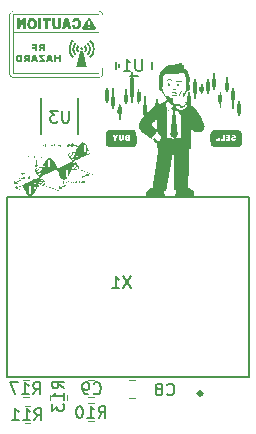
<source format=gbr>
%TF.GenerationSoftware,KiCad,Pcbnew,8.0.1-rc1*%
%TF.CreationDate,2025-05-18T23:27:59-05:00*%
%TF.ProjectId,rfReciever,72665265-6369-4657-9665-722e6b696361,rev?*%
%TF.SameCoordinates,Original*%
%TF.FileFunction,Legend,Bot*%
%TF.FilePolarity,Positive*%
%FSLAX46Y46*%
G04 Gerber Fmt 4.6, Leading zero omitted, Abs format (unit mm)*
G04 Created by KiCad (PCBNEW 8.0.1-rc1) date 2025-05-18 23:27:59*
%MOMM*%
%LPD*%
G01*
G04 APERTURE LIST*
%ADD10C,0.150000*%
%ADD11C,0.127000*%
%ADD12C,0.200000*%
%ADD13C,0.120000*%
%ADD14C,0.152400*%
%ADD15C,0.000000*%
%ADD16C,0.304000*%
G04 APERTURE END LIST*
D10*
X138761904Y-61054819D02*
X138761904Y-61864342D01*
X138761904Y-61864342D02*
X138714285Y-61959580D01*
X138714285Y-61959580D02*
X138666666Y-62007200D01*
X138666666Y-62007200D02*
X138571428Y-62054819D01*
X138571428Y-62054819D02*
X138380952Y-62054819D01*
X138380952Y-62054819D02*
X138285714Y-62007200D01*
X138285714Y-62007200D02*
X138238095Y-61959580D01*
X138238095Y-61959580D02*
X138190476Y-61864342D01*
X138190476Y-61864342D02*
X138190476Y-61054819D01*
X137809523Y-61054819D02*
X137190476Y-61054819D01*
X137190476Y-61054819D02*
X137523809Y-61435771D01*
X137523809Y-61435771D02*
X137380952Y-61435771D01*
X137380952Y-61435771D02*
X137285714Y-61483390D01*
X137285714Y-61483390D02*
X137238095Y-61531009D01*
X137238095Y-61531009D02*
X137190476Y-61626247D01*
X137190476Y-61626247D02*
X137190476Y-61864342D01*
X137190476Y-61864342D02*
X137238095Y-61959580D01*
X137238095Y-61959580D02*
X137285714Y-62007200D01*
X137285714Y-62007200D02*
X137380952Y-62054819D01*
X137380952Y-62054819D02*
X137666666Y-62054819D01*
X137666666Y-62054819D02*
X137761904Y-62007200D01*
X137761904Y-62007200D02*
X137809523Y-61959580D01*
X135742857Y-85054819D02*
X136076190Y-84578628D01*
X136314285Y-85054819D02*
X136314285Y-84054819D01*
X136314285Y-84054819D02*
X135933333Y-84054819D01*
X135933333Y-84054819D02*
X135838095Y-84102438D01*
X135838095Y-84102438D02*
X135790476Y-84150057D01*
X135790476Y-84150057D02*
X135742857Y-84245295D01*
X135742857Y-84245295D02*
X135742857Y-84388152D01*
X135742857Y-84388152D02*
X135790476Y-84483390D01*
X135790476Y-84483390D02*
X135838095Y-84531009D01*
X135838095Y-84531009D02*
X135933333Y-84578628D01*
X135933333Y-84578628D02*
X136314285Y-84578628D01*
X134790476Y-85054819D02*
X135361904Y-85054819D01*
X135076190Y-85054819D02*
X135076190Y-84054819D01*
X135076190Y-84054819D02*
X135171428Y-84197676D01*
X135171428Y-84197676D02*
X135266666Y-84292914D01*
X135266666Y-84292914D02*
X135361904Y-84340533D01*
X134457142Y-84054819D02*
X133790476Y-84054819D01*
X133790476Y-84054819D02*
X134219047Y-85054819D01*
X144961904Y-56654819D02*
X144961904Y-57464342D01*
X144961904Y-57464342D02*
X144914285Y-57559580D01*
X144914285Y-57559580D02*
X144866666Y-57607200D01*
X144866666Y-57607200D02*
X144771428Y-57654819D01*
X144771428Y-57654819D02*
X144580952Y-57654819D01*
X144580952Y-57654819D02*
X144485714Y-57607200D01*
X144485714Y-57607200D02*
X144438095Y-57559580D01*
X144438095Y-57559580D02*
X144390476Y-57464342D01*
X144390476Y-57464342D02*
X144390476Y-56654819D01*
X143390476Y-57654819D02*
X143961904Y-57654819D01*
X143676190Y-57654819D02*
X143676190Y-56654819D01*
X143676190Y-56654819D02*
X143771428Y-56797676D01*
X143771428Y-56797676D02*
X143866666Y-56892914D01*
X143866666Y-56892914D02*
X143961904Y-56940533D01*
X135842857Y-87254819D02*
X136176190Y-86778628D01*
X136414285Y-87254819D02*
X136414285Y-86254819D01*
X136414285Y-86254819D02*
X136033333Y-86254819D01*
X136033333Y-86254819D02*
X135938095Y-86302438D01*
X135938095Y-86302438D02*
X135890476Y-86350057D01*
X135890476Y-86350057D02*
X135842857Y-86445295D01*
X135842857Y-86445295D02*
X135842857Y-86588152D01*
X135842857Y-86588152D02*
X135890476Y-86683390D01*
X135890476Y-86683390D02*
X135938095Y-86731009D01*
X135938095Y-86731009D02*
X136033333Y-86778628D01*
X136033333Y-86778628D02*
X136414285Y-86778628D01*
X134890476Y-87254819D02*
X135461904Y-87254819D01*
X135176190Y-87254819D02*
X135176190Y-86254819D01*
X135176190Y-86254819D02*
X135271428Y-86397676D01*
X135271428Y-86397676D02*
X135366666Y-86492914D01*
X135366666Y-86492914D02*
X135461904Y-86540533D01*
X133938095Y-87254819D02*
X134509523Y-87254819D01*
X134223809Y-87254819D02*
X134223809Y-86254819D01*
X134223809Y-86254819D02*
X134319047Y-86397676D01*
X134319047Y-86397676D02*
X134414285Y-86492914D01*
X134414285Y-86492914D02*
X134509523Y-86540533D01*
X140866667Y-84959579D02*
X140914286Y-85007199D01*
X140914286Y-85007199D02*
X141057143Y-85054818D01*
X141057143Y-85054818D02*
X141152381Y-85054818D01*
X141152381Y-85054818D02*
X141295238Y-85007199D01*
X141295238Y-85007199D02*
X141390476Y-84911960D01*
X141390476Y-84911960D02*
X141438095Y-84816722D01*
X141438095Y-84816722D02*
X141485714Y-84626246D01*
X141485714Y-84626246D02*
X141485714Y-84483389D01*
X141485714Y-84483389D02*
X141438095Y-84292913D01*
X141438095Y-84292913D02*
X141390476Y-84197675D01*
X141390476Y-84197675D02*
X141295238Y-84102437D01*
X141295238Y-84102437D02*
X141152381Y-84054818D01*
X141152381Y-84054818D02*
X141057143Y-84054818D01*
X141057143Y-84054818D02*
X140914286Y-84102437D01*
X140914286Y-84102437D02*
X140866667Y-84150056D01*
X140390476Y-85054818D02*
X140200000Y-85054818D01*
X140200000Y-85054818D02*
X140104762Y-85007199D01*
X140104762Y-85007199D02*
X140057143Y-84959579D01*
X140057143Y-84959579D02*
X139961905Y-84816722D01*
X139961905Y-84816722D02*
X139914286Y-84626246D01*
X139914286Y-84626246D02*
X139914286Y-84245294D01*
X139914286Y-84245294D02*
X139961905Y-84150056D01*
X139961905Y-84150056D02*
X140009524Y-84102437D01*
X140009524Y-84102437D02*
X140104762Y-84054818D01*
X140104762Y-84054818D02*
X140295238Y-84054818D01*
X140295238Y-84054818D02*
X140390476Y-84102437D01*
X140390476Y-84102437D02*
X140438095Y-84150056D01*
X140438095Y-84150056D02*
X140485714Y-84245294D01*
X140485714Y-84245294D02*
X140485714Y-84483389D01*
X140485714Y-84483389D02*
X140438095Y-84578627D01*
X140438095Y-84578627D02*
X140390476Y-84626246D01*
X140390476Y-84626246D02*
X140295238Y-84673865D01*
X140295238Y-84673865D02*
X140104762Y-84673865D01*
X140104762Y-84673865D02*
X140009524Y-84626246D01*
X140009524Y-84626246D02*
X139961905Y-84578627D01*
X139961905Y-84578627D02*
X139914286Y-84483389D01*
X144009523Y-75054819D02*
X143342857Y-76054819D01*
X143342857Y-75054819D02*
X144009523Y-76054819D01*
X142438095Y-76054819D02*
X143009523Y-76054819D01*
X142723809Y-76054819D02*
X142723809Y-75054819D01*
X142723809Y-75054819D02*
X142819047Y-75197676D01*
X142819047Y-75197676D02*
X142914285Y-75292914D01*
X142914285Y-75292914D02*
X143009523Y-75340533D01*
X138354819Y-84557142D02*
X137878628Y-84223809D01*
X138354819Y-83985714D02*
X137354819Y-83985714D01*
X137354819Y-83985714D02*
X137354819Y-84366666D01*
X137354819Y-84366666D02*
X137402438Y-84461904D01*
X137402438Y-84461904D02*
X137450057Y-84509523D01*
X137450057Y-84509523D02*
X137545295Y-84557142D01*
X137545295Y-84557142D02*
X137688152Y-84557142D01*
X137688152Y-84557142D02*
X137783390Y-84509523D01*
X137783390Y-84509523D02*
X137831009Y-84461904D01*
X137831009Y-84461904D02*
X137878628Y-84366666D01*
X137878628Y-84366666D02*
X137878628Y-83985714D01*
X138354819Y-85509523D02*
X138354819Y-84938095D01*
X138354819Y-85223809D02*
X137354819Y-85223809D01*
X137354819Y-85223809D02*
X137497676Y-85128571D01*
X137497676Y-85128571D02*
X137592914Y-85033333D01*
X137592914Y-85033333D02*
X137640533Y-84938095D01*
X137354819Y-85842857D02*
X137354819Y-86461904D01*
X137354819Y-86461904D02*
X137735771Y-86128571D01*
X137735771Y-86128571D02*
X137735771Y-86271428D01*
X137735771Y-86271428D02*
X137783390Y-86366666D01*
X137783390Y-86366666D02*
X137831009Y-86414285D01*
X137831009Y-86414285D02*
X137926247Y-86461904D01*
X137926247Y-86461904D02*
X138164342Y-86461904D01*
X138164342Y-86461904D02*
X138259580Y-86414285D01*
X138259580Y-86414285D02*
X138307200Y-86366666D01*
X138307200Y-86366666D02*
X138354819Y-86271428D01*
X138354819Y-86271428D02*
X138354819Y-85985714D01*
X138354819Y-85985714D02*
X138307200Y-85890476D01*
X138307200Y-85890476D02*
X138259580Y-85842857D01*
X147066669Y-85059577D02*
X147114288Y-85107197D01*
X147114288Y-85107197D02*
X147257145Y-85154816D01*
X147257145Y-85154816D02*
X147352383Y-85154816D01*
X147352383Y-85154816D02*
X147495240Y-85107197D01*
X147495240Y-85107197D02*
X147590478Y-85011958D01*
X147590478Y-85011958D02*
X147638097Y-84916720D01*
X147638097Y-84916720D02*
X147685716Y-84726244D01*
X147685716Y-84726244D02*
X147685716Y-84583387D01*
X147685716Y-84583387D02*
X147638097Y-84392911D01*
X147638097Y-84392911D02*
X147590478Y-84297673D01*
X147590478Y-84297673D02*
X147495240Y-84202435D01*
X147495240Y-84202435D02*
X147352383Y-84154816D01*
X147352383Y-84154816D02*
X147257145Y-84154816D01*
X147257145Y-84154816D02*
X147114288Y-84202435D01*
X147114288Y-84202435D02*
X147066669Y-84250054D01*
X146495240Y-84583387D02*
X146590478Y-84535768D01*
X146590478Y-84535768D02*
X146638097Y-84488149D01*
X146638097Y-84488149D02*
X146685716Y-84392911D01*
X146685716Y-84392911D02*
X146685716Y-84345292D01*
X146685716Y-84345292D02*
X146638097Y-84250054D01*
X146638097Y-84250054D02*
X146590478Y-84202435D01*
X146590478Y-84202435D02*
X146495240Y-84154816D01*
X146495240Y-84154816D02*
X146304764Y-84154816D01*
X146304764Y-84154816D02*
X146209526Y-84202435D01*
X146209526Y-84202435D02*
X146161907Y-84250054D01*
X146161907Y-84250054D02*
X146114288Y-84345292D01*
X146114288Y-84345292D02*
X146114288Y-84392911D01*
X146114288Y-84392911D02*
X146161907Y-84488149D01*
X146161907Y-84488149D02*
X146209526Y-84535768D01*
X146209526Y-84535768D02*
X146304764Y-84583387D01*
X146304764Y-84583387D02*
X146495240Y-84583387D01*
X146495240Y-84583387D02*
X146590478Y-84631006D01*
X146590478Y-84631006D02*
X146638097Y-84678625D01*
X146638097Y-84678625D02*
X146685716Y-84773863D01*
X146685716Y-84773863D02*
X146685716Y-84964339D01*
X146685716Y-84964339D02*
X146638097Y-85059577D01*
X146638097Y-85059577D02*
X146590478Y-85107197D01*
X146590478Y-85107197D02*
X146495240Y-85154816D01*
X146495240Y-85154816D02*
X146304764Y-85154816D01*
X146304764Y-85154816D02*
X146209526Y-85107197D01*
X146209526Y-85107197D02*
X146161907Y-85059577D01*
X146161907Y-85059577D02*
X146114288Y-84964339D01*
X146114288Y-84964339D02*
X146114288Y-84773863D01*
X146114288Y-84773863D02*
X146161907Y-84678625D01*
X146161907Y-84678625D02*
X146209526Y-84631006D01*
X146209526Y-84631006D02*
X146304764Y-84583387D01*
X141274457Y-87054819D02*
X141607790Y-86578628D01*
X141845885Y-87054819D02*
X141845885Y-86054819D01*
X141845885Y-86054819D02*
X141464933Y-86054819D01*
X141464933Y-86054819D02*
X141369695Y-86102438D01*
X141369695Y-86102438D02*
X141322076Y-86150057D01*
X141322076Y-86150057D02*
X141274457Y-86245295D01*
X141274457Y-86245295D02*
X141274457Y-86388152D01*
X141274457Y-86388152D02*
X141322076Y-86483390D01*
X141322076Y-86483390D02*
X141369695Y-86531009D01*
X141369695Y-86531009D02*
X141464933Y-86578628D01*
X141464933Y-86578628D02*
X141845885Y-86578628D01*
X140322076Y-87054819D02*
X140893504Y-87054819D01*
X140607790Y-87054819D02*
X140607790Y-86054819D01*
X140607790Y-86054819D02*
X140703028Y-86197676D01*
X140703028Y-86197676D02*
X140798266Y-86292914D01*
X140798266Y-86292914D02*
X140893504Y-86340533D01*
X139703028Y-86054819D02*
X139607790Y-86054819D01*
X139607790Y-86054819D02*
X139512552Y-86102438D01*
X139512552Y-86102438D02*
X139464933Y-86150057D01*
X139464933Y-86150057D02*
X139417314Y-86245295D01*
X139417314Y-86245295D02*
X139369695Y-86435771D01*
X139369695Y-86435771D02*
X139369695Y-86673866D01*
X139369695Y-86673866D02*
X139417314Y-86864342D01*
X139417314Y-86864342D02*
X139464933Y-86959580D01*
X139464933Y-86959580D02*
X139512552Y-87007200D01*
X139512552Y-87007200D02*
X139607790Y-87054819D01*
X139607790Y-87054819D02*
X139703028Y-87054819D01*
X139703028Y-87054819D02*
X139798266Y-87007200D01*
X139798266Y-87007200D02*
X139845885Y-86959580D01*
X139845885Y-86959580D02*
X139893504Y-86864342D01*
X139893504Y-86864342D02*
X139941123Y-86673866D01*
X139941123Y-86673866D02*
X139941123Y-86435771D01*
X139941123Y-86435771D02*
X139893504Y-86245295D01*
X139893504Y-86245295D02*
X139845885Y-86150057D01*
X139845885Y-86150057D02*
X139798266Y-86102438D01*
X139798266Y-86102438D02*
X139703028Y-86054819D01*
D11*
%TO.C,U3*%
X136365000Y-59995000D02*
X136365000Y-62995000D01*
X139505000Y-59995000D02*
X139505000Y-62995000D01*
D12*
X139160000Y-63970000D02*
G75*
G02*
X138960000Y-63970000I-100000J0D01*
G01*
X138960000Y-63970000D02*
G75*
G02*
X139160000Y-63970000I100000J0D01*
G01*
D13*
%TO.C,R17*%
X135358664Y-83818200D02*
X134904536Y-83818200D01*
X135358664Y-85288200D02*
X134904536Y-85288200D01*
D14*
%TO.C,U1*%
X142726000Y-56947484D02*
X142726000Y-57552516D01*
X143912139Y-58126300D02*
X144587861Y-58126300D01*
X145774000Y-57552516D02*
X145774000Y-56947484D01*
X143004047Y-57125128D02*
G75*
G02*
X143004047Y-57374872I-278049J-124872D01*
G01*
D13*
%TO.C,R11*%
X135477064Y-86015000D02*
X135022936Y-86015000D01*
X135477064Y-87485000D02*
X135022936Y-87485000D01*
%TO.C,C9*%
X140892852Y-83818200D02*
X140370348Y-83818200D01*
X140892852Y-85288200D02*
X140370348Y-85288200D01*
D15*
%TO.C,LOGO2*%
G36*
X139863093Y-55685928D02*
G01*
X139908590Y-55711606D01*
X139932886Y-55741547D01*
X139946590Y-55786772D01*
X139940577Y-55831905D01*
X139914523Y-55868385D01*
X139887053Y-55884590D01*
X139838384Y-55894181D01*
X139790973Y-55885185D01*
X139754302Y-55858202D01*
X139752544Y-55855923D01*
X139730162Y-55809410D01*
X139729828Y-55764730D01*
X139747248Y-55725962D01*
X139778128Y-55697186D01*
X139818174Y-55682481D01*
X139863093Y-55685928D01*
G37*
G36*
X136303334Y-53202833D02*
G01*
X136426667Y-53206667D01*
X136430179Y-53666585D01*
X136430727Y-53753666D01*
X136431050Y-53856033D01*
X136430988Y-53947676D01*
X136430558Y-54025408D01*
X136429782Y-54086040D01*
X136428677Y-54126384D01*
X136427264Y-54143252D01*
X136425716Y-54145739D01*
X136406677Y-54153862D01*
X136365668Y-54158516D01*
X136300419Y-54160000D01*
X136180000Y-54160000D01*
X136180000Y-53679500D01*
X136180000Y-53198999D01*
X136303334Y-53202833D01*
G37*
G36*
X135113334Y-53679481D02*
G01*
X135113334Y-54160000D01*
X135000288Y-54160000D01*
X134887243Y-54160000D01*
X134883622Y-53906062D01*
X134880000Y-53652123D01*
X134740000Y-53906048D01*
X134600000Y-54159973D01*
X134483334Y-54159987D01*
X134366667Y-54160000D01*
X134366667Y-53679481D01*
X134366667Y-53198962D01*
X134483334Y-53202814D01*
X134600000Y-53206667D01*
X134606667Y-53451761D01*
X134613334Y-53696855D01*
X134748396Y-53451761D01*
X134883458Y-53206667D01*
X134998396Y-53202814D01*
X135113334Y-53198962D01*
X135113334Y-53679481D01*
G37*
G36*
X136086667Y-55726667D02*
G01*
X136086667Y-56026667D01*
X135993334Y-56026667D01*
X135900000Y-56026667D01*
X135900000Y-55906667D01*
X135900000Y-55786667D01*
X135780000Y-55786667D01*
X135660000Y-55786667D01*
X135660000Y-55727186D01*
X135660000Y-55667705D01*
X135776667Y-55663853D01*
X135893334Y-55660000D01*
X135897472Y-55610000D01*
X135901610Y-55560000D01*
X135760805Y-55560000D01*
X135620000Y-55560000D01*
X135620000Y-55493334D01*
X135620000Y-55426667D01*
X135853334Y-55426667D01*
X136086667Y-55426667D01*
X136086667Y-55726667D01*
G37*
G36*
X137273334Y-53320000D02*
G01*
X137273334Y-53440000D01*
X137153334Y-53440000D01*
X137033334Y-53440000D01*
X137033334Y-53791111D01*
X137033043Y-53880385D01*
X137032158Y-53966281D01*
X137030767Y-54039899D01*
X137028958Y-54097641D01*
X137026822Y-54135911D01*
X137024445Y-54151111D01*
X137020310Y-54152882D01*
X136994486Y-54156527D01*
X136951434Y-54159054D01*
X136897778Y-54160000D01*
X136780000Y-54160000D01*
X136780000Y-53800000D01*
X136780000Y-53440000D01*
X136660000Y-53440000D01*
X136540000Y-53440000D01*
X136540000Y-53320000D01*
X136540000Y-53200000D01*
X136906667Y-53200000D01*
X137273334Y-53200000D01*
X137273334Y-53320000D01*
G37*
G36*
X137700000Y-56433334D02*
G01*
X137700000Y-56533334D01*
X137800000Y-56533334D01*
X137900000Y-56533334D01*
X137900000Y-56433334D01*
X137900000Y-56333334D01*
X137993334Y-56333334D01*
X138086667Y-56333334D01*
X138086667Y-56626667D01*
X138086667Y-56920000D01*
X137993853Y-56920000D01*
X137901039Y-56920000D01*
X137897186Y-56803334D01*
X137893334Y-56686667D01*
X137796667Y-56682749D01*
X137700000Y-56678832D01*
X137700000Y-56799416D01*
X137700000Y-56920000D01*
X137606667Y-56920000D01*
X137513334Y-56920000D01*
X137513334Y-56626667D01*
X137513334Y-56333334D01*
X137606667Y-56333334D01*
X137700000Y-56333334D01*
X137700000Y-56433334D01*
G37*
G36*
X139574439Y-55521085D02*
G01*
X139631688Y-55577270D01*
X139600477Y-55618635D01*
X139588731Y-55635499D01*
X139555153Y-55709723D01*
X139543556Y-55789487D01*
X139554202Y-55868319D01*
X139587358Y-55939749D01*
X139595873Y-55952605D01*
X139613134Y-55981167D01*
X139620000Y-55996697D01*
X139616258Y-56003898D01*
X139598345Y-56026183D01*
X139570628Y-56056105D01*
X139551125Y-56075307D01*
X139525468Y-56097871D01*
X139511268Y-56106667D01*
X139507120Y-56105370D01*
X139488877Y-56087569D01*
X139465090Y-56053898D01*
X139439647Y-56010778D01*
X139416438Y-55964632D01*
X139399352Y-55921881D01*
X139388433Y-55879785D01*
X139381026Y-55782401D01*
X139394769Y-55683128D01*
X139428191Y-55589517D01*
X139479820Y-55509117D01*
X139517191Y-55464900D01*
X139574439Y-55521085D01*
G37*
G36*
X139838528Y-56016228D02*
G01*
X139971964Y-56020000D01*
X140122079Y-56660000D01*
X140126200Y-56677574D01*
X140155651Y-56803491D01*
X140183097Y-56921378D01*
X140207951Y-57028674D01*
X140229624Y-57122819D01*
X140247530Y-57201251D01*
X140261080Y-57261410D01*
X140269688Y-57300736D01*
X140272764Y-57316667D01*
X140271805Y-57318871D01*
X140261108Y-57323206D01*
X140236810Y-57326646D01*
X140196733Y-57329274D01*
X140138701Y-57331175D01*
X140060536Y-57332429D01*
X139960061Y-57333121D01*
X139835100Y-57333334D01*
X139396866Y-57333334D01*
X139439448Y-57150000D01*
X139448701Y-57110214D01*
X139465785Y-57036866D01*
X139487106Y-56945431D01*
X139511602Y-56840445D01*
X139538216Y-56726446D01*
X139565889Y-56607973D01*
X139593561Y-56489562D01*
X139705092Y-56012457D01*
X139838528Y-56016228D01*
G37*
G36*
X136753334Y-56392897D02*
G01*
X136753334Y-56452460D01*
X136603334Y-56456230D01*
X136453334Y-56460000D01*
X136616667Y-56628063D01*
X136627455Y-56639165D01*
X136683334Y-56696976D01*
X136723571Y-56739914D01*
X136750733Y-56771594D01*
X136767390Y-56795633D01*
X136776108Y-56815647D01*
X136779455Y-56835252D01*
X136780000Y-56858063D01*
X136780000Y-56920000D01*
X136500000Y-56920000D01*
X136220000Y-56920000D01*
X136220000Y-56860399D01*
X136220000Y-56800797D01*
X136385928Y-56797065D01*
X136551855Y-56793334D01*
X136393228Y-56626667D01*
X136388152Y-56621333D01*
X136332015Y-56562076D01*
X136291542Y-56518074D01*
X136264157Y-56485606D01*
X136247283Y-56460952D01*
X136238345Y-56440391D01*
X136234765Y-56420203D01*
X136233968Y-56396667D01*
X136233334Y-56333334D01*
X136493334Y-56333334D01*
X136753334Y-56333334D01*
X136753334Y-56392897D01*
G37*
G36*
X140419580Y-55272931D02*
G01*
X140438757Y-55294359D01*
X140469043Y-55334631D01*
X140498584Y-55379625D01*
X140541569Y-55459747D01*
X140590832Y-55593952D01*
X140614772Y-55731007D01*
X140613502Y-55868358D01*
X140587136Y-56003454D01*
X140535788Y-56133741D01*
X140459570Y-56256667D01*
X140456576Y-56260654D01*
X140427949Y-56297422D01*
X140405879Y-56323453D01*
X140394932Y-56333334D01*
X140385807Y-56327536D01*
X140362359Y-56307384D01*
X140331073Y-56277781D01*
X140274469Y-56222228D01*
X140313926Y-56177289D01*
X140362054Y-56109731D01*
X140405562Y-56020684D01*
X140437192Y-55923710D01*
X140454222Y-55827314D01*
X140453930Y-55740000D01*
X140453283Y-55734934D01*
X140428974Y-55624408D01*
X140387601Y-55519365D01*
X140332949Y-55429524D01*
X140275055Y-55353334D01*
X140330220Y-55296752D01*
X140385386Y-55240170D01*
X140419580Y-55272931D01*
G37*
G36*
X140182873Y-55489266D02*
G01*
X140183260Y-55489623D01*
X140201502Y-55513006D01*
X140225558Y-55552141D01*
X140250328Y-55598753D01*
X140252678Y-55603542D01*
X140274222Y-55651226D01*
X140286291Y-55691053D01*
X140291338Y-55734504D01*
X140291812Y-55793057D01*
X140291456Y-55811179D01*
X140286962Y-55878138D01*
X140275319Y-55931922D01*
X140253320Y-55983374D01*
X140217758Y-56043334D01*
X140199672Y-56069379D01*
X140176696Y-56096250D01*
X140161317Y-56106667D01*
X140150652Y-56102243D01*
X140124975Y-56082998D01*
X140093666Y-56053673D01*
X140070531Y-56029299D01*
X140054130Y-56007437D01*
X140052385Y-55992239D01*
X140062580Y-55977007D01*
X140094347Y-55931721D01*
X140123201Y-55856129D01*
X140130483Y-55775608D01*
X140115892Y-55696584D01*
X140079126Y-55625481D01*
X140046466Y-55581214D01*
X140102445Y-55524177D01*
X140133956Y-55493163D01*
X140153775Y-55478717D01*
X140167981Y-55478329D01*
X140182873Y-55489266D01*
G37*
G36*
X140661940Y-55063190D02*
G01*
X140716064Y-55129245D01*
X140794836Y-55249982D01*
X140859765Y-55381212D01*
X140905652Y-55513334D01*
X140914080Y-55549225D01*
X140929050Y-55647555D01*
X140936593Y-55755634D01*
X140936158Y-55862161D01*
X140927195Y-55955835D01*
X140905851Y-56056668D01*
X140851536Y-56214817D01*
X140774485Y-56364639D01*
X140677117Y-56500866D01*
X140655195Y-56526310D01*
X140632460Y-56550611D01*
X140621015Y-56560000D01*
X140612204Y-56554250D01*
X140589051Y-56534162D01*
X140557922Y-56504627D01*
X140501501Y-56449254D01*
X140560700Y-56381581D01*
X140568939Y-56371953D01*
X140636364Y-56276533D01*
X140695299Y-56163320D01*
X140741674Y-56040000D01*
X140754660Y-55993272D01*
X140765360Y-55936584D01*
X140770847Y-55873251D01*
X140772356Y-55793334D01*
X140771247Y-55740743D01*
X140754976Y-55596496D01*
X140717885Y-55464539D01*
X140658177Y-55339646D01*
X140574053Y-55216590D01*
X140501596Y-55123986D01*
X140558647Y-55067996D01*
X140615697Y-55012005D01*
X140661940Y-55063190D01*
G37*
G36*
X139341115Y-55302208D02*
G01*
X139397357Y-55357749D01*
X139357120Y-55408875D01*
X139335067Y-55438629D01*
X139280722Y-55533934D01*
X139239503Y-55646405D01*
X139224511Y-55724377D01*
X139223568Y-55832256D01*
X139241873Y-55941649D01*
X139277977Y-56044792D01*
X139330434Y-56133920D01*
X139346568Y-56155282D01*
X139371144Y-56187926D01*
X139386380Y-56208308D01*
X139389484Y-56220659D01*
X139378042Y-56244269D01*
X139347007Y-56279652D01*
X139324512Y-56301802D01*
X139298816Y-56324526D01*
X139284932Y-56333334D01*
X139275994Y-56330387D01*
X139251833Y-56308391D01*
X139221755Y-56268950D01*
X139188553Y-56216900D01*
X139155021Y-56157075D01*
X139123952Y-56094311D01*
X139098141Y-56033442D01*
X139080379Y-55979303D01*
X139078592Y-55972142D01*
X139065765Y-55892349D01*
X139060702Y-55799919D01*
X139063593Y-55706563D01*
X139074627Y-55623990D01*
X139078545Y-55606968D01*
X139104558Y-55527782D01*
X139142120Y-55444393D01*
X139186192Y-55367011D01*
X139231730Y-55305845D01*
X139284872Y-55246667D01*
X139341115Y-55302208D01*
G37*
G36*
X139115565Y-55075957D02*
G01*
X139170291Y-55130683D01*
X139107306Y-55208004D01*
X139066035Y-55262869D01*
X138991786Y-55391332D01*
X138939593Y-55528639D01*
X138909500Y-55671452D01*
X138901551Y-55816433D01*
X138915790Y-55960245D01*
X138952262Y-56099548D01*
X139011011Y-56231007D01*
X139092083Y-56351282D01*
X139115277Y-56379860D01*
X139143638Y-56416859D01*
X139157147Y-56442217D01*
X139156814Y-56461891D01*
X139143652Y-56481842D01*
X139118671Y-56508028D01*
X139097125Y-56528535D01*
X139070024Y-56549525D01*
X139053807Y-56555831D01*
X139049878Y-56554082D01*
X139025546Y-56533201D01*
X138992897Y-56494633D01*
X138955309Y-56443202D01*
X138916161Y-56383735D01*
X138878832Y-56321059D01*
X138846701Y-56260000D01*
X138798419Y-56148865D01*
X138764337Y-56037638D01*
X138745678Y-55923199D01*
X138740000Y-55794906D01*
X138740098Y-55777102D01*
X138749679Y-55630694D01*
X138776082Y-55496699D01*
X138820942Y-55366468D01*
X138848061Y-55308964D01*
X138889466Y-55235528D01*
X138936252Y-55163328D01*
X138983295Y-55100191D01*
X139025471Y-55053949D01*
X139060839Y-55021231D01*
X139115565Y-55075957D01*
G37*
G36*
X134833334Y-56627605D02*
G01*
X134833334Y-56921877D01*
X134628911Y-56917605D01*
X134576785Y-56916467D01*
X134512945Y-56914543D01*
X134467766Y-56911764D01*
X134436344Y-56907324D01*
X134413773Y-56900417D01*
X134395148Y-56890237D01*
X134375564Y-56875978D01*
X134348493Y-56853513D01*
X134315099Y-56815071D01*
X134294319Y-56769883D01*
X134283611Y-56711465D01*
X134281453Y-56658403D01*
X134462896Y-56658403D01*
X134475264Y-56718266D01*
X134500744Y-56760744D01*
X134534251Y-56780275D01*
X134586667Y-56786667D01*
X134646667Y-56786667D01*
X134646667Y-56626667D01*
X134646667Y-56466667D01*
X134595132Y-56466667D01*
X134575247Y-56467695D01*
X134521755Y-56484839D01*
X134485067Y-56522586D01*
X134465928Y-56580280D01*
X134464897Y-56587657D01*
X134462896Y-56658403D01*
X134281453Y-56658403D01*
X134280434Y-56633334D01*
X134281235Y-56592523D01*
X134291297Y-56510348D01*
X134314284Y-56447309D01*
X134351978Y-56399579D01*
X134406159Y-56363334D01*
X134421889Y-56355786D01*
X134448406Y-56345823D01*
X134478706Y-56339301D01*
X134518508Y-56335516D01*
X134573530Y-56333762D01*
X134649492Y-56333334D01*
X134833334Y-56333334D01*
X134833334Y-56466667D01*
X134833334Y-56627605D01*
G37*
G36*
X137367222Y-56709729D02*
G01*
X137391684Y-56775201D01*
X137409635Y-56823165D01*
X137445936Y-56920000D01*
X137349059Y-56920000D01*
X137252182Y-56920000D01*
X137239424Y-56876667D01*
X137226667Y-56833334D01*
X137124546Y-56829461D01*
X137022424Y-56825589D01*
X137006845Y-56872794D01*
X136991266Y-56920000D01*
X136892754Y-56920000D01*
X136794242Y-56920000D01*
X136820709Y-56850000D01*
X136829493Y-56826804D01*
X136848499Y-56776694D01*
X136873200Y-56711628D01*
X136880149Y-56693334D01*
X137061438Y-56693334D01*
X137120719Y-56693334D01*
X137137986Y-56692857D01*
X137168088Y-56688945D01*
X137180000Y-56682375D01*
X137179834Y-56680568D01*
X137174447Y-56658320D01*
X137163048Y-56619383D01*
X137147799Y-56570896D01*
X137130860Y-56520000D01*
X137127715Y-56513304D01*
X137121364Y-56513216D01*
X137112500Y-56529869D01*
X137099712Y-56566283D01*
X137081589Y-56625476D01*
X137061438Y-56693334D01*
X136880149Y-56693334D01*
X136901377Y-56637449D01*
X136930811Y-56560000D01*
X137014445Y-56340000D01*
X137120556Y-56336360D01*
X137226667Y-56332720D01*
X137300000Y-56529524D01*
X137309938Y-56556188D01*
X137339042Y-56634230D01*
X137357012Y-56682375D01*
X137367222Y-56709729D01*
G37*
G36*
X136121759Y-56734780D02*
G01*
X136144656Y-56794871D01*
X136160543Y-56836667D01*
X136192139Y-56920000D01*
X136094665Y-56920000D01*
X135997191Y-56920000D01*
X135984764Y-56876667D01*
X135972336Y-56833334D01*
X135867016Y-56833334D01*
X135761696Y-56833334D01*
X135750467Y-56876667D01*
X135739238Y-56920000D01*
X135638508Y-56920000D01*
X135627817Y-56919939D01*
X135582818Y-56918134D01*
X135552248Y-56914332D01*
X135542223Y-56909216D01*
X135544094Y-56904403D01*
X135554148Y-56878000D01*
X135571494Y-56832211D01*
X135594737Y-56770724D01*
X135622482Y-56697226D01*
X135626906Y-56685493D01*
X135811637Y-56685493D01*
X135827753Y-56691703D01*
X135865241Y-56693334D01*
X135884429Y-56693069D01*
X135914722Y-56691180D01*
X135926667Y-56688071D01*
X135926357Y-56685387D01*
X135920729Y-56663285D01*
X135909983Y-56627706D01*
X135896682Y-56586454D01*
X135883389Y-56547329D01*
X135872666Y-56518133D01*
X135867078Y-56506667D01*
X135862834Y-56513662D01*
X135853000Y-56540111D01*
X135840718Y-56579506D01*
X135831734Y-56609876D01*
X135819640Y-56649097D01*
X135811679Y-56672839D01*
X135811637Y-56685493D01*
X135626906Y-56685493D01*
X135653334Y-56615406D01*
X135760000Y-56332381D01*
X135865460Y-56336190D01*
X135970920Y-56340000D01*
X136049934Y-56546667D01*
X136065028Y-56586158D01*
X136094376Y-56663005D01*
X136103939Y-56688071D01*
X136121759Y-56734780D01*
G37*
G36*
X137489014Y-53202820D02*
G01*
X137613334Y-53206667D01*
X137620000Y-53544511D01*
X137626667Y-53882355D01*
X137664077Y-53914511D01*
X137691053Y-53933192D01*
X137741571Y-53945853D01*
X137796758Y-53932385D01*
X137810847Y-53925513D01*
X137828332Y-53913806D01*
X137841795Y-53897673D01*
X137851819Y-53873937D01*
X137858991Y-53839420D01*
X137863894Y-53790945D01*
X137867114Y-53725334D01*
X137869237Y-53639412D01*
X137870846Y-53530000D01*
X137875024Y-53200000D01*
X137994179Y-53200000D01*
X138113334Y-53200000D01*
X138113334Y-53519344D01*
X138113212Y-53562571D01*
X138112086Y-53657465D01*
X138109916Y-53743804D01*
X138106874Y-53817063D01*
X138103129Y-53872714D01*
X138098849Y-53906228D01*
X138094762Y-53923253D01*
X138061075Y-54006509D01*
X138009603Y-54076668D01*
X137944219Y-54129448D01*
X137868797Y-54160565D01*
X137846147Y-54164838D01*
X137785338Y-54170413D01*
X137716813Y-54171238D01*
X137651902Y-54167381D01*
X137601938Y-54158914D01*
X137549854Y-54134826D01*
X137493275Y-54090375D01*
X137442650Y-54033121D01*
X137404884Y-53969694D01*
X137400459Y-53959733D01*
X137391859Y-53938081D01*
X137385216Y-53915243D01*
X137380219Y-53887580D01*
X137376557Y-53851452D01*
X137373920Y-53803219D01*
X137371997Y-53739241D01*
X137370479Y-53655877D01*
X137369054Y-53549487D01*
X137364695Y-53198973D01*
X137489014Y-53202820D01*
G37*
G36*
X135473334Y-56626667D02*
G01*
X135473334Y-56920000D01*
X135380000Y-56920000D01*
X135286667Y-56920000D01*
X135286667Y-56800000D01*
X135286367Y-56773205D01*
X135284080Y-56725390D01*
X135280032Y-56692339D01*
X135274811Y-56680000D01*
X135262217Y-56683201D01*
X135231991Y-56707493D01*
X135196190Y-56753821D01*
X135156656Y-56820000D01*
X135106154Y-56913334D01*
X134997673Y-56917186D01*
X134889193Y-56921038D01*
X134936444Y-56830519D01*
X134937082Y-56829299D01*
X134965925Y-56778582D01*
X134996205Y-56732093D01*
X135021471Y-56699755D01*
X135059246Y-56659509D01*
X135022622Y-56643298D01*
X135019240Y-56641730D01*
X134977348Y-56607483D01*
X134949870Y-56555245D01*
X134943563Y-56514133D01*
X135126667Y-56514133D01*
X135133150Y-56540233D01*
X135160868Y-56560330D01*
X135197802Y-56569403D01*
X135240868Y-56573334D01*
X135260911Y-56572965D01*
X135278913Y-56567659D01*
X135285652Y-56550201D01*
X135286667Y-56513334D01*
X135286667Y-56453334D01*
X135232457Y-56453334D01*
X135226925Y-56453374D01*
X135170808Y-56460673D01*
X135137598Y-56480806D01*
X135126667Y-56514133D01*
X134943563Y-56514133D01*
X134940000Y-56490910D01*
X134943916Y-56442201D01*
X134957803Y-56403522D01*
X134984408Y-56374790D01*
X135026475Y-56354704D01*
X135086751Y-56341965D01*
X135167979Y-56335275D01*
X135272906Y-56333334D01*
X135473334Y-56333334D01*
X135473334Y-56453334D01*
X135473334Y-56626667D01*
G37*
G36*
X136740000Y-55726667D02*
G01*
X136740000Y-56026667D01*
X136646667Y-56026667D01*
X136553334Y-56026667D01*
X136553334Y-55906667D01*
X136553148Y-55867484D01*
X136551645Y-55824608D01*
X136547760Y-55800188D01*
X136540466Y-55789212D01*
X136528734Y-55786667D01*
X136526284Y-55786735D01*
X136501929Y-55795308D01*
X136475464Y-55820229D01*
X136444453Y-55864365D01*
X136406460Y-55930582D01*
X136358107Y-56020000D01*
X136248297Y-56023885D01*
X136138486Y-56027770D01*
X136191550Y-55930552D01*
X136196675Y-55921281D01*
X136226781Y-55870622D01*
X136256229Y-55826360D01*
X136279305Y-55797181D01*
X136313997Y-55761028D01*
X136273891Y-55740288D01*
X136233086Y-55707900D01*
X136203954Y-55658043D01*
X136196026Y-55616711D01*
X136381383Y-55616711D01*
X136393865Y-55647307D01*
X136397096Y-55650492D01*
X136428441Y-55662530D01*
X136482400Y-55666667D01*
X136554867Y-55666667D01*
X136550767Y-55610000D01*
X136549333Y-55592376D01*
X136543656Y-55565420D01*
X136529442Y-55553891D01*
X136500000Y-55549861D01*
X136461187Y-55551323D01*
X136419270Y-55564838D01*
X136391260Y-55587928D01*
X136381383Y-55616711D01*
X136196026Y-55616711D01*
X136192933Y-55600589D01*
X136201311Y-55542889D01*
X136230379Y-55492294D01*
X136234878Y-55487421D01*
X136260084Y-55466051D01*
X136291723Y-55450269D01*
X136333831Y-55439286D01*
X136390444Y-55432314D01*
X136465599Y-55428564D01*
X136563334Y-55427248D01*
X136740000Y-55426667D01*
X136740000Y-55666667D01*
X136740000Y-55726667D01*
G37*
G36*
X138901641Y-53840373D02*
G01*
X138928964Y-53930572D01*
X138952288Y-54007827D01*
X138970667Y-54068996D01*
X138983152Y-54110942D01*
X138988797Y-54130523D01*
X138989927Y-54134958D01*
X138991424Y-54147586D01*
X138985120Y-54155044D01*
X138966301Y-54158412D01*
X138930255Y-54158768D01*
X138872269Y-54157190D01*
X138747821Y-54153334D01*
X138729030Y-54076217D01*
X138710240Y-53999101D01*
X138575701Y-54002884D01*
X138441162Y-54006667D01*
X138422478Y-54083334D01*
X138403793Y-54160000D01*
X138277008Y-54160000D01*
X138276944Y-54160000D01*
X138218284Y-54159637D01*
X138181620Y-54157879D01*
X138162288Y-54153726D01*
X138155623Y-54146177D01*
X138156962Y-54134231D01*
X138161361Y-54119007D01*
X138172827Y-54080488D01*
X138190301Y-54022282D01*
X138212852Y-53947471D01*
X138239552Y-53859137D01*
X138264533Y-53776667D01*
X138500344Y-53776667D01*
X138508540Y-53781138D01*
X138536921Y-53785129D01*
X138578639Y-53786667D01*
X138657277Y-53786667D01*
X138631195Y-53683334D01*
X138629934Y-53678342D01*
X138615176Y-53620500D01*
X138601101Y-53566224D01*
X138590601Y-53526667D01*
X138576088Y-53473334D01*
X138538388Y-53620000D01*
X138524910Y-53673008D01*
X138512266Y-53724033D01*
X138503624Y-53760453D01*
X138500344Y-53776667D01*
X138264533Y-53776667D01*
X138269472Y-53760363D01*
X138301681Y-53654231D01*
X138439661Y-53200000D01*
X138573164Y-53200036D01*
X138706667Y-53200072D01*
X138843772Y-53650036D01*
X138871268Y-53740368D01*
X138885330Y-53786667D01*
X138901641Y-53840373D01*
G37*
G36*
X136038431Y-53747849D02*
G01*
X136035998Y-53804955D01*
X136030806Y-53848542D01*
X136021988Y-53885556D01*
X136008679Y-53922938D01*
X135988274Y-53967290D01*
X135934781Y-54046615D01*
X135868479Y-54107989D01*
X135793334Y-54147279D01*
X135742592Y-54161376D01*
X135645771Y-54172152D01*
X135550532Y-54163812D01*
X135463326Y-54137220D01*
X135390602Y-54093242D01*
X135368727Y-54072993D01*
X135316887Y-54002791D01*
X135278614Y-53916297D01*
X135253910Y-53818416D01*
X135242772Y-53714054D01*
X135243859Y-53666667D01*
X135487278Y-53666667D01*
X135487379Y-53684326D01*
X135491647Y-53766630D01*
X135503125Y-53828508D01*
X135523095Y-53874713D01*
X135552836Y-53910000D01*
X135583949Y-53931592D01*
X135637195Y-53946206D01*
X135690290Y-53937795D01*
X135737729Y-53907675D01*
X135774009Y-53857159D01*
X135779672Y-53844084D01*
X135790579Y-53804530D01*
X135796442Y-53752102D01*
X135798190Y-53680000D01*
X135797992Y-53658006D01*
X135791779Y-53572010D01*
X135776096Y-53507775D01*
X135749912Y-53462340D01*
X135712198Y-53432746D01*
X135700928Y-53427311D01*
X135642595Y-53412606D01*
X135591122Y-53422059D01*
X135548181Y-53453931D01*
X135515445Y-53506482D01*
X135494586Y-53577974D01*
X135487278Y-53666667D01*
X135243859Y-53666667D01*
X135245203Y-53608118D01*
X135261201Y-53505515D01*
X135290767Y-53411149D01*
X135333901Y-53329928D01*
X135390602Y-53266758D01*
X135427723Y-53240488D01*
X135509128Y-53204620D01*
X135598861Y-53187721D01*
X135691159Y-53189407D01*
X135780256Y-53209298D01*
X135860389Y-53247012D01*
X135925790Y-53302168D01*
X135931638Y-53308893D01*
X135975036Y-53366695D01*
X136005686Y-53426753D01*
X136025370Y-53495022D01*
X136035873Y-53577453D01*
X136038978Y-53680000D01*
X136038431Y-53747849D01*
G37*
G36*
X139500994Y-53200280D02*
G01*
X139588849Y-53232576D01*
X139660588Y-53285761D01*
X139716459Y-53360104D01*
X139756711Y-53455874D01*
X139781594Y-53573341D01*
X139789213Y-53682712D01*
X139780612Y-53798744D01*
X139754931Y-53903896D01*
X139713432Y-53995466D01*
X139657380Y-54070748D01*
X139588037Y-54127040D01*
X139506667Y-54161638D01*
X139505179Y-54162010D01*
X139470667Y-54166573D01*
X139420541Y-54168861D01*
X139365110Y-54168382D01*
X139304798Y-54162776D01*
X139223289Y-54139585D01*
X139157305Y-54097322D01*
X139103339Y-54034190D01*
X139079708Y-53993221D01*
X139057935Y-53944299D01*
X139042837Y-53898136D01*
X139036596Y-53861531D01*
X139041397Y-53841285D01*
X139042625Y-53840349D01*
X139063450Y-53829871D01*
X139101180Y-53814126D01*
X139148618Y-53796143D01*
X139243902Y-53761591D01*
X139258675Y-53817462D01*
X139270527Y-53853763D01*
X139302231Y-53906430D01*
X139346919Y-53936871D01*
X139406397Y-53946667D01*
X139445293Y-53939565D01*
X139486254Y-53909203D01*
X139515849Y-53855459D01*
X139533806Y-53778876D01*
X139539852Y-53680000D01*
X139536315Y-53595202D01*
X139524733Y-53531144D01*
X139503727Y-53483490D01*
X139471921Y-53447524D01*
X139459513Y-53437917D01*
X139407263Y-53414239D01*
X139356468Y-53416042D01*
X139310718Y-53442507D01*
X139273599Y-53492815D01*
X139247110Y-53544737D01*
X139150222Y-53517687D01*
X139142673Y-53515560D01*
X139095805Y-53501459D01*
X139060378Y-53489311D01*
X139043564Y-53481548D01*
X139042392Y-53480040D01*
X139043186Y-53459455D01*
X139056229Y-53424618D01*
X139078169Y-53381594D01*
X139105652Y-53336449D01*
X139135323Y-53295246D01*
X139163829Y-53264051D01*
X139193702Y-53240067D01*
X139257949Y-53206612D01*
X139333755Y-53190362D01*
X139426667Y-53189748D01*
X139500994Y-53200280D01*
G37*
G36*
X141353334Y-54466548D02*
G01*
X141353334Y-55420000D01*
X141353334Y-57946667D01*
X137693334Y-57946667D01*
X134033334Y-57946667D01*
X134033334Y-57893334D01*
X134100000Y-57893334D01*
X136207086Y-57893334D01*
X136409028Y-57893315D01*
X136678756Y-57893221D01*
X136923583Y-57893039D01*
X137144551Y-57892761D01*
X137342703Y-57892379D01*
X137519083Y-57891884D01*
X137674732Y-57891268D01*
X137810695Y-57890524D01*
X137928013Y-57889642D01*
X138027730Y-57888616D01*
X138110889Y-57887435D01*
X138178532Y-57886093D01*
X138231703Y-57884581D01*
X138271443Y-57882890D01*
X138298797Y-57881013D01*
X138314807Y-57878941D01*
X138320515Y-57876667D01*
X138320579Y-57876415D01*
X138321334Y-57859193D01*
X138322010Y-57817038D01*
X138322604Y-57751553D01*
X138323114Y-57664344D01*
X138323535Y-57557015D01*
X138323867Y-57431172D01*
X138324105Y-57288419D01*
X138324248Y-57130361D01*
X138324292Y-56958603D01*
X138386667Y-56958603D01*
X138386667Y-57886667D01*
X139836667Y-57890059D01*
X141286667Y-57893452D01*
X141286667Y-56180000D01*
X141286667Y-54466548D01*
X139836667Y-54469941D01*
X138386667Y-54473334D01*
X138386667Y-56180000D01*
X138386667Y-56958603D01*
X138324292Y-56958603D01*
X138324235Y-56774749D01*
X138324075Y-56580406D01*
X138323807Y-56377177D01*
X138323430Y-56166667D01*
X138320000Y-54473334D01*
X136210000Y-54469959D01*
X134100000Y-54466585D01*
X134100000Y-56179959D01*
X134100000Y-57893334D01*
X134033334Y-57893334D01*
X134033334Y-55420000D01*
X134033334Y-54400000D01*
X134100000Y-54400000D01*
X137693334Y-54400000D01*
X141286667Y-54400000D01*
X141286667Y-53673334D01*
X141286667Y-52946667D01*
X137693334Y-52946667D01*
X134100000Y-52946667D01*
X134100000Y-53673334D01*
X134100000Y-54400000D01*
X134033334Y-54400000D01*
X134033334Y-52893334D01*
X137693334Y-52893334D01*
X141353334Y-52893334D01*
X141353334Y-52946667D01*
X141353334Y-54466548D01*
G37*
G36*
X140723949Y-53477000D02*
G01*
X140775533Y-53558679D01*
X140828205Y-53643043D01*
X140879809Y-53726658D01*
X140928191Y-53806091D01*
X140971196Y-53877906D01*
X141006670Y-53938670D01*
X141032458Y-53984948D01*
X141038514Y-53997728D01*
X141042746Y-54017542D01*
X141050030Y-54051642D01*
X141041503Y-54102842D01*
X141013924Y-54142875D01*
X140978513Y-54173334D01*
X140471565Y-54173334D01*
X139964616Y-54173334D01*
X139923997Y-54132715D01*
X139901277Y-54107219D01*
X139889307Y-54080149D01*
X139890747Y-54046689D01*
X139893097Y-54039034D01*
X139907670Y-54007567D01*
X139910554Y-54002099D01*
X140408970Y-54002099D01*
X140420144Y-54033507D01*
X140425630Y-54038791D01*
X140457194Y-54051305D01*
X140494692Y-54050992D01*
X140524000Y-54037334D01*
X140536409Y-54017542D01*
X140536376Y-53986211D01*
X140519374Y-53958000D01*
X140490305Y-53939830D01*
X140454074Y-53938623D01*
X140441392Y-53943659D01*
X140417331Y-53968574D01*
X140408970Y-54002099D01*
X139910554Y-54002099D01*
X139933563Y-53958482D01*
X139968761Y-53895141D01*
X140011246Y-53820901D01*
X140059004Y-53739123D01*
X140110017Y-53653166D01*
X140162270Y-53566390D01*
X140204591Y-53497136D01*
X140406898Y-53497136D01*
X140407362Y-53523373D01*
X140410601Y-53585733D01*
X140416285Y-53652132D01*
X140423660Y-53716437D01*
X140431974Y-53772511D01*
X140440474Y-53814221D01*
X140448408Y-53835431D01*
X140463080Y-53848143D01*
X140487932Y-53850769D01*
X140506200Y-53830000D01*
X140511504Y-53806141D01*
X140517446Y-53761552D01*
X140523284Y-53703526D01*
X140528535Y-53638721D01*
X140532720Y-53573791D01*
X140535357Y-53515392D01*
X140535964Y-53470180D01*
X140534059Y-53444811D01*
X140531559Y-53437438D01*
X140508514Y-53412528D01*
X140473068Y-53403264D01*
X140434576Y-53412669D01*
X140432790Y-53413652D01*
X140416536Y-53428335D01*
X140408779Y-53453498D01*
X140406898Y-53497136D01*
X140204591Y-53497136D01*
X140213746Y-53482154D01*
X140262428Y-53403819D01*
X140306301Y-53334742D01*
X140343347Y-53278285D01*
X140371552Y-53237807D01*
X140388898Y-53216667D01*
X140408804Y-53201575D01*
X140457382Y-53186137D01*
X140508612Y-53195709D01*
X140558784Y-53230000D01*
X140571582Y-53245828D01*
X140597269Y-53282421D01*
X140632663Y-53335437D01*
X140675608Y-53401442D01*
X140719586Y-53470180D01*
X140723949Y-53477000D01*
G37*
G36*
X141670525Y-55689582D02*
G01*
X141670956Y-55974856D01*
X141671342Y-56235665D01*
X141671649Y-56473147D01*
X141671843Y-56688442D01*
X141671891Y-56882687D01*
X141671758Y-57057022D01*
X141671412Y-57212584D01*
X141670818Y-57350512D01*
X141669943Y-57471945D01*
X141668753Y-57578020D01*
X141667215Y-57669878D01*
X141665294Y-57748655D01*
X141662957Y-57815491D01*
X141660171Y-57871523D01*
X141656901Y-57917891D01*
X141653115Y-57955733D01*
X141648777Y-57986188D01*
X141643856Y-58010393D01*
X141638316Y-58029487D01*
X141632125Y-58044609D01*
X141625248Y-58056897D01*
X141617652Y-58067490D01*
X141609303Y-58077527D01*
X141600168Y-58088144D01*
X141590213Y-58100482D01*
X141576793Y-58116996D01*
X141511399Y-58179005D01*
X141434751Y-58229342D01*
X141356727Y-58261208D01*
X141355040Y-58261608D01*
X141342053Y-58263372D01*
X141319888Y-58265008D01*
X141287712Y-58266519D01*
X141244692Y-58267908D01*
X141189996Y-58269178D01*
X141122790Y-58270333D01*
X141042242Y-58271377D01*
X140947519Y-58272311D01*
X140837788Y-58273140D01*
X140712216Y-58273867D01*
X140569971Y-58274495D01*
X140410221Y-58275028D01*
X140232131Y-58275468D01*
X140034870Y-58275820D01*
X139817604Y-58276086D01*
X139579501Y-58276269D01*
X139319728Y-58276374D01*
X139037452Y-58276403D01*
X138731841Y-58276360D01*
X138402062Y-58276247D01*
X138047281Y-58276069D01*
X137666667Y-58275828D01*
X134040000Y-58273334D01*
X133977658Y-58244522D01*
X133945232Y-58227364D01*
X133871114Y-58173314D01*
X133804768Y-58105883D01*
X133755474Y-58033869D01*
X133720000Y-57966667D01*
X133716531Y-55434272D01*
X133715350Y-54572620D01*
X133779905Y-54572620D01*
X133779933Y-54829486D01*
X133779977Y-55110729D01*
X133780000Y-55417495D01*
X133780035Y-55695024D01*
X133780171Y-56001652D01*
X133780412Y-56282899D01*
X133780763Y-56539462D01*
X133781228Y-56772041D01*
X133781811Y-56981333D01*
X133782517Y-57168038D01*
X133783349Y-57332853D01*
X133784312Y-57476478D01*
X133785410Y-57599610D01*
X133786647Y-57702948D01*
X133788027Y-57787191D01*
X133789554Y-57853037D01*
X133791233Y-57901185D01*
X133793068Y-57932332D01*
X133795062Y-57947178D01*
X133808030Y-57981412D01*
X133852340Y-58053558D01*
X133913826Y-58117673D01*
X133986104Y-58166430D01*
X134064779Y-58206667D01*
X137672390Y-58209615D01*
X137705679Y-58209643D01*
X138070749Y-58209934D01*
X138410188Y-58210189D01*
X138724947Y-58210401D01*
X139015977Y-58210565D01*
X139284230Y-58210677D01*
X139530657Y-58210729D01*
X139756209Y-58210718D01*
X139961839Y-58210637D01*
X140148497Y-58210481D01*
X140317135Y-58210245D01*
X140468705Y-58209923D01*
X140604157Y-58209510D01*
X140724445Y-58209000D01*
X140830518Y-58208389D01*
X140923328Y-58207670D01*
X141003827Y-58206839D01*
X141072967Y-58205889D01*
X141131698Y-58204816D01*
X141180973Y-58203614D01*
X141221742Y-58202277D01*
X141254957Y-58200801D01*
X141281570Y-58199179D01*
X141302532Y-58197407D01*
X141318795Y-58195479D01*
X141331310Y-58193389D01*
X141341028Y-58191132D01*
X141348901Y-58188703D01*
X141405913Y-58164578D01*
X141487844Y-58108618D01*
X141550941Y-58033782D01*
X141595273Y-57940000D01*
X141595387Y-57939655D01*
X141597634Y-57928929D01*
X141599693Y-57910576D01*
X141601573Y-57883539D01*
X141603280Y-57846759D01*
X141604822Y-57799178D01*
X141606207Y-57739739D01*
X141607442Y-57667384D01*
X141608535Y-57581056D01*
X141609494Y-57479696D01*
X141610325Y-57362247D01*
X141611037Y-57227651D01*
X141611637Y-57074851D01*
X141612132Y-56902788D01*
X141612531Y-56710405D01*
X141612840Y-56496644D01*
X141613067Y-56260448D01*
X141613220Y-56000758D01*
X141613307Y-55716517D01*
X141613334Y-55406667D01*
X141613334Y-52926667D01*
X141585258Y-52865989D01*
X141551595Y-52806033D01*
X141484286Y-52727712D01*
X141401201Y-52669144D01*
X141333334Y-52633334D01*
X137693334Y-52633334D01*
X134053334Y-52633334D01*
X133981883Y-52672909D01*
X133952472Y-52691125D01*
X133903863Y-52727955D01*
X133865940Y-52764463D01*
X133858295Y-52773002D01*
X133848598Y-52783077D01*
X133839733Y-52792353D01*
X133831661Y-52801976D01*
X133824347Y-52813090D01*
X133817753Y-52826838D01*
X133811842Y-52844366D01*
X133806576Y-52866818D01*
X133801920Y-52895339D01*
X133797836Y-52931071D01*
X133794286Y-52975161D01*
X133791234Y-53028752D01*
X133788642Y-53092988D01*
X133786474Y-53169015D01*
X133784693Y-53257976D01*
X133783260Y-53361015D01*
X133782141Y-53479277D01*
X133781296Y-53613907D01*
X133780690Y-53766049D01*
X133780284Y-53936847D01*
X133780043Y-54127445D01*
X133779929Y-54338988D01*
X133779905Y-54572620D01*
X133715350Y-54572620D01*
X133713061Y-52901878D01*
X133751372Y-52820939D01*
X133801371Y-52737037D01*
X133875358Y-52659165D01*
X133966667Y-52601504D01*
X134040000Y-52566667D01*
X137700000Y-52566667D01*
X141360000Y-52566667D01*
X141430456Y-52603789D01*
X141499935Y-52647995D01*
X141577602Y-52721492D01*
X141634362Y-52807695D01*
X141666667Y-52873334D01*
X141670110Y-55400000D01*
X141670120Y-55406667D01*
X141670525Y-55689582D01*
G37*
%TO.C,X1*%
D10*
X154025400Y-83627100D02*
X133523560Y-83627100D01*
X133523560Y-68372900D01*
X154025400Y-68372900D01*
X154025400Y-83627100D01*
D16*
X150027560Y-85000000D02*
G75*
G02*
X149723560Y-85000000I-152000J0D01*
G01*
X149723560Y-85000000D02*
G75*
G02*
X150027560Y-85000000I152000J0D01*
G01*
D13*
%TO.C,R13*%
X137146600Y-85530264D02*
X137146600Y-85076136D01*
X138616600Y-85530264D02*
X138616600Y-85076136D01*
D15*
%TO.C,LOGO3*%
G36*
X134702672Y-66604140D02*
G01*
X134694857Y-66611956D01*
X134687042Y-66604140D01*
X134694857Y-66596325D01*
X134702672Y-66604140D01*
G37*
G36*
X135234118Y-66604140D02*
G01*
X135226303Y-66611956D01*
X135218488Y-66604140D01*
X135226303Y-66596325D01*
X135234118Y-66604140D01*
G37*
G36*
X135687411Y-64869125D02*
G01*
X135679595Y-64876940D01*
X135671780Y-64869125D01*
X135679595Y-64861310D01*
X135687411Y-64869125D01*
G37*
G36*
X134546365Y-66236817D02*
G01*
X134545237Y-66245092D01*
X134535944Y-66247238D01*
X134534073Y-66244947D01*
X134535944Y-66226397D01*
X134540646Y-66223951D01*
X134546365Y-66236817D01*
G37*
G36*
X136135493Y-64866520D02*
G01*
X136137938Y-64871221D01*
X136125072Y-64876940D01*
X136116797Y-64875812D01*
X136114652Y-64866520D01*
X136116943Y-64864649D01*
X136135493Y-64866520D01*
G37*
G36*
X137448477Y-63881781D02*
G01*
X137450923Y-63886483D01*
X137438057Y-63892202D01*
X137429782Y-63891074D01*
X137427636Y-63881781D01*
X137429927Y-63879911D01*
X137448477Y-63881781D01*
G37*
G36*
X137901770Y-63881781D02*
G01*
X137904215Y-63886483D01*
X137891349Y-63892202D01*
X137883074Y-63891074D01*
X137880929Y-63881781D01*
X137883220Y-63879911D01*
X137901770Y-63881781D01*
G37*
G36*
X134697019Y-66682782D02*
G01*
X134697988Y-66721371D01*
X134697241Y-66756301D01*
X134694884Y-66774053D01*
X134691477Y-66764356D01*
X134688860Y-66728875D01*
X134691477Y-66678386D01*
X134694496Y-66668319D01*
X134697019Y-66682782D01*
G37*
G36*
X135228465Y-66682782D02*
G01*
X135229435Y-66721371D01*
X135228687Y-66756301D01*
X135226330Y-66774053D01*
X135222923Y-66764356D01*
X135220306Y-66728875D01*
X135222923Y-66678386D01*
X135225942Y-66668319D01*
X135228465Y-66682782D01*
G37*
G36*
X135681770Y-64958706D02*
G01*
X135682940Y-64994171D01*
X135682428Y-65023181D01*
X135680069Y-65043660D01*
X135676408Y-65037371D01*
X135673623Y-65005443D01*
X135676194Y-64959217D01*
X135678970Y-64948333D01*
X135681770Y-64958706D01*
G37*
G36*
X135010024Y-64797956D02*
G01*
X135085626Y-64805383D01*
X135015288Y-64814360D01*
X135010223Y-64814995D01*
X134955545Y-64819267D01*
X134928738Y-64814836D01*
X134927707Y-64801394D01*
X134934324Y-64798191D01*
X134964797Y-64795677D01*
X135010024Y-64797956D01*
G37*
G36*
X135462670Y-64918549D02*
G01*
X135463451Y-64962910D01*
X135463424Y-64975144D01*
X135462417Y-65015843D01*
X135460247Y-65032647D01*
X135457299Y-65021874D01*
X135457083Y-65020077D01*
X135454672Y-64967657D01*
X135457173Y-64912458D01*
X135457951Y-64905883D01*
X135460709Y-64898514D01*
X135462670Y-64918549D01*
G37*
G36*
X137228946Y-63933810D02*
G01*
X137229728Y-63978171D01*
X137229701Y-63990406D01*
X137228694Y-64031105D01*
X137226524Y-64047909D01*
X137223576Y-64037135D01*
X137223360Y-64035338D01*
X137220949Y-63982919D01*
X137223450Y-63927720D01*
X137224228Y-63921144D01*
X137226986Y-63913776D01*
X137228946Y-63933810D01*
G37*
G36*
X134536466Y-66289249D02*
G01*
X134543584Y-66317902D01*
X134546365Y-66362786D01*
X134545645Y-66389617D01*
X134540372Y-66424452D01*
X134530734Y-66432202D01*
X134526493Y-66426968D01*
X134518340Y-66397302D01*
X134515103Y-66353125D01*
X134515781Y-66332939D01*
X134521360Y-66297669D01*
X134530734Y-66283710D01*
X134536466Y-66289249D01*
G37*
G36*
X135148579Y-66650345D02*
G01*
X135163220Y-66658126D01*
X135169333Y-66681655D01*
X135169798Y-66728628D01*
X135168000Y-66807340D01*
X135156097Y-66745461D01*
X135153241Y-66732478D01*
X135140442Y-66695472D01*
X135126633Y-66677727D01*
X135111362Y-66668704D01*
X135113972Y-66655931D01*
X135140334Y-66649916D01*
X135148579Y-66650345D01*
G37*
G36*
X136129744Y-64927060D02*
G01*
X136137599Y-64952223D01*
X136140703Y-64994171D01*
X136139986Y-65015192D01*
X136134394Y-65050539D01*
X136125072Y-65064510D01*
X136120401Y-65061282D01*
X136112546Y-65036119D01*
X136109442Y-64994171D01*
X136110159Y-64973150D01*
X136115751Y-64937803D01*
X136125072Y-64923833D01*
X136129744Y-64927060D01*
G37*
G36*
X136650810Y-64890897D02*
G01*
X136655071Y-64925490D01*
X136659877Y-64990263D01*
X136660758Y-65014997D01*
X136658732Y-65050543D01*
X136652723Y-65064510D01*
X136652593Y-65064503D01*
X136646991Y-65049680D01*
X136643552Y-65011832D01*
X136643016Y-64959002D01*
X136644525Y-64913360D01*
X136647245Y-64886762D01*
X136650810Y-64890897D01*
G37*
G36*
X136725671Y-63797443D02*
G01*
X136752127Y-63798895D01*
X136793288Y-63800635D01*
X136851903Y-63802853D01*
X136789380Y-63814048D01*
X136776488Y-63816354D01*
X136736403Y-63823492D01*
X136713831Y-63827461D01*
X136709608Y-63827161D01*
X136706407Y-63812876D01*
X136708516Y-63808061D01*
X136723340Y-63797245D01*
X136725671Y-63797443D01*
G37*
G36*
X137443687Y-63928738D02*
G01*
X137450876Y-63957035D01*
X137453688Y-64001617D01*
X137452633Y-64029769D01*
X137446973Y-64065713D01*
X137438057Y-64079771D01*
X137432427Y-64074497D01*
X137425238Y-64046200D01*
X137422426Y-64001617D01*
X137423481Y-63973465D01*
X137429140Y-63937521D01*
X137438057Y-63923463D01*
X137443687Y-63928738D01*
G37*
G36*
X137896980Y-63928738D02*
G01*
X137904168Y-63957035D01*
X137906980Y-64001617D01*
X137905925Y-64029769D01*
X137900266Y-64065713D01*
X137891349Y-64079771D01*
X137885719Y-64074497D01*
X137878530Y-64046200D01*
X137875718Y-64001617D01*
X137876773Y-63973465D01*
X137882433Y-63937521D01*
X137891349Y-63923463D01*
X137896980Y-63928738D01*
G37*
G36*
X139415106Y-66999252D02*
G01*
X139420956Y-67035602D01*
X139423165Y-67088694D01*
X139421294Y-67137911D01*
X139415702Y-67175939D01*
X139407534Y-67190294D01*
X139399962Y-67178136D01*
X139394112Y-67141786D01*
X139391903Y-67088694D01*
X139393774Y-67039477D01*
X139399366Y-67001449D01*
X139407534Y-66987094D01*
X139415106Y-66999252D01*
G37*
G36*
X134612194Y-66265132D02*
G01*
X134616783Y-66272762D01*
X134624058Y-66306941D01*
X134626185Y-66353101D01*
X134622991Y-66397968D01*
X134614305Y-66428266D01*
X134613742Y-66429129D01*
X134595945Y-66440017D01*
X134594964Y-66439834D01*
X134590187Y-66428724D01*
X134588236Y-66397725D01*
X134589038Y-66343084D01*
X134592522Y-66261045D01*
X134596079Y-66256019D01*
X134612194Y-66265132D01*
G37*
G36*
X135461096Y-66289402D02*
G01*
X135476011Y-66298376D01*
X135481753Y-66322229D01*
X135481583Y-66369097D01*
X135480352Y-66402614D01*
X135478675Y-66425248D01*
X135476376Y-66419263D01*
X135472645Y-66386212D01*
X135471266Y-66375909D01*
X135458659Y-66332597D01*
X135440103Y-66305058D01*
X135429844Y-66297091D01*
X135425225Y-66288072D01*
X135449042Y-66287944D01*
X135461096Y-66289402D01*
G37*
G36*
X136205890Y-64924503D02*
G01*
X136225219Y-64930468D01*
X136233031Y-64950895D01*
X136234488Y-64994171D01*
X136233771Y-65015192D01*
X136228179Y-65050539D01*
X136218857Y-65064510D01*
X136216970Y-65064116D01*
X136207205Y-65046429D01*
X136203226Y-65010579D01*
X136197812Y-64971002D01*
X136175872Y-64940715D01*
X136164146Y-64933172D01*
X136163771Y-64926218D01*
X136191503Y-64924308D01*
X136205890Y-64924503D01*
G37*
G36*
X136303263Y-64923833D02*
G01*
X136302934Y-64927796D01*
X136301225Y-64958232D01*
X136299355Y-65001986D01*
X136297298Y-65029479D01*
X136288329Y-65056844D01*
X136269657Y-65064270D01*
X136252523Y-65061413D01*
X136263384Y-65050671D01*
X136277332Y-65026228D01*
X136279015Y-64976664D01*
X136278241Y-64964436D01*
X136280514Y-64928497D01*
X136289195Y-64912110D01*
X136293792Y-64911659D01*
X136303263Y-64923833D01*
G37*
G36*
X134881857Y-64919349D02*
G01*
X134871625Y-64962174D01*
X134868449Y-65016964D01*
X134875541Y-65062806D01*
X134892260Y-65089203D01*
X134895761Y-65091976D01*
X134905872Y-65115674D01*
X134899943Y-65121782D01*
X134880244Y-65108103D01*
X134872379Y-65097200D01*
X134856824Y-65057237D01*
X134847353Y-65006897D01*
X134845212Y-64966085D01*
X134851798Y-64925711D01*
X134872137Y-64892407D01*
X134904183Y-64853494D01*
X134881857Y-64919349D01*
G37*
G36*
X137968804Y-63910798D02*
G01*
X137975550Y-63943603D01*
X137973160Y-64005525D01*
X137969011Y-64038344D01*
X137958491Y-64070307D01*
X137941357Y-64079771D01*
X137925630Y-64076242D01*
X137935115Y-64061014D01*
X137941134Y-64052485D01*
X137950675Y-64021065D01*
X137953437Y-63983610D01*
X137949170Y-63952244D01*
X137937625Y-63939094D01*
X137931604Y-63935074D01*
X137941533Y-63917261D01*
X137953047Y-63907456D01*
X137968804Y-63910798D01*
G37*
G36*
X138346097Y-66987120D02*
G01*
X138348851Y-66998984D01*
X138335525Y-67025963D01*
X138333777Y-67028765D01*
X138318253Y-67079546D01*
X138318852Y-67144976D01*
X138335573Y-67213740D01*
X138341979Y-67231719D01*
X138340175Y-67235478D01*
X138322471Y-67214660D01*
X138307652Y-67185332D01*
X138299015Y-67137863D01*
X138299396Y-67085344D01*
X138307885Y-67036735D01*
X138323573Y-67000998D01*
X138345552Y-66987094D01*
X138346097Y-66987120D01*
G37*
G36*
X138544853Y-66997043D02*
G01*
X138561100Y-67028320D01*
X138573907Y-67070341D01*
X138579103Y-67112140D01*
X138574920Y-67150254D01*
X138560963Y-67197374D01*
X138543104Y-67229367D01*
X138531855Y-67235717D01*
X138530650Y-67216580D01*
X138541778Y-67174663D01*
X138552545Y-67138040D01*
X138554518Y-67097523D01*
X138541778Y-67049617D01*
X138536421Y-67032869D01*
X138529137Y-67000110D01*
X138531530Y-66987094D01*
X138544853Y-66997043D01*
G37*
G36*
X138880478Y-67020195D02*
G01*
X138887879Y-67032852D01*
X138894594Y-67071922D01*
X138893153Y-67121982D01*
X138883325Y-67170756D01*
X138876055Y-67180821D01*
X138849224Y-67190055D01*
X138831883Y-67187190D01*
X138842269Y-67176575D01*
X138843519Y-67175697D01*
X138856937Y-67148936D01*
X138860293Y-67102568D01*
X138859825Y-67092457D01*
X138858276Y-67041536D01*
X138860367Y-67015925D01*
X138867350Y-67010514D01*
X138880478Y-67020195D01*
G37*
G36*
X135137865Y-64871819D02*
G01*
X135154299Y-64904718D01*
X135166695Y-64950474D01*
X135171595Y-64999244D01*
X135171527Y-65003720D01*
X135163830Y-65052942D01*
X135147263Y-65092293D01*
X135135259Y-65108556D01*
X135118227Y-65125585D01*
X135116654Y-65115977D01*
X135132117Y-65080916D01*
X135144938Y-65050615D01*
X135154263Y-64976355D01*
X135133349Y-64904294D01*
X135132063Y-64901788D01*
X135120906Y-64873116D01*
X135123121Y-64861310D01*
X135137865Y-64871819D01*
G37*
G36*
X134782341Y-66630878D02*
G01*
X134782745Y-66637984D01*
X134782567Y-66678831D01*
X134779867Y-66725696D01*
X134775573Y-66766152D01*
X134770613Y-66787774D01*
X134768162Y-66790778D01*
X134745516Y-66799525D01*
X134736263Y-66796489D01*
X134746438Y-66780768D01*
X134751390Y-66774538D01*
X134763204Y-66738677D01*
X134763253Y-66696710D01*
X134750871Y-66665882D01*
X134745950Y-66654659D01*
X134758687Y-66630878D01*
X134759426Y-66630207D01*
X134776971Y-66618541D01*
X134782341Y-66630878D01*
G37*
G36*
X136658774Y-63876644D02*
G01*
X136659920Y-63890040D01*
X136647872Y-63919556D01*
X136632824Y-63958575D01*
X136625450Y-64001617D01*
X136631286Y-64039031D01*
X136647872Y-64083679D01*
X136649265Y-64086406D01*
X136659419Y-64114929D01*
X136655205Y-64126663D01*
X136643939Y-64120383D01*
X136627353Y-64091533D01*
X136614677Y-64048446D01*
X136609626Y-64001335D01*
X136613246Y-63967027D01*
X136625248Y-63924034D01*
X136641610Y-63890252D01*
X136658101Y-63876571D01*
X136658774Y-63876644D01*
G37*
G36*
X136902759Y-63885913D02*
G01*
X136919458Y-63916845D01*
X136932567Y-63959036D01*
X136937872Y-64001617D01*
X136933689Y-64039731D01*
X136919733Y-64086851D01*
X136904025Y-64114057D01*
X136889398Y-64126663D01*
X136888725Y-64126591D01*
X136887579Y-64113194D01*
X136899626Y-64083679D01*
X136914675Y-64044659D01*
X136922049Y-64001617D01*
X136916213Y-63964203D01*
X136899626Y-63919556D01*
X136898339Y-63917050D01*
X136887183Y-63888378D01*
X136889398Y-63876571D01*
X136902759Y-63885913D01*
G37*
G36*
X138279491Y-64008903D02*
G01*
X138278648Y-64031812D01*
X138276793Y-64059710D01*
X138274392Y-64058637D01*
X138270803Y-64030161D01*
X138264519Y-63999391D01*
X138248020Y-63963078D01*
X138227546Y-63942473D01*
X138208507Y-63944972D01*
X138205652Y-63949480D01*
X138196099Y-63978294D01*
X138186885Y-64021446D01*
X138175595Y-64087586D01*
X138178057Y-64009433D01*
X138179894Y-63969468D01*
X138185895Y-63942816D01*
X138201204Y-63932617D01*
X138231318Y-63930749D01*
X138282118Y-63930219D01*
X138279491Y-64008903D01*
G37*
G36*
X134324906Y-66369149D02*
G01*
X134324063Y-66392058D01*
X134322208Y-66419956D01*
X134319807Y-66418883D01*
X134316218Y-66390407D01*
X134309993Y-66359034D01*
X134292884Y-66322153D01*
X134271074Y-66303208D01*
X134249762Y-66308600D01*
X134247004Y-66312418D01*
X134236650Y-66342023D01*
X134229100Y-66385310D01*
X134227272Y-66401700D01*
X134224461Y-66420510D01*
X134223531Y-66410187D01*
X134224147Y-66369679D01*
X134225646Y-66329457D01*
X134231414Y-66302947D01*
X134246633Y-66292834D01*
X134276734Y-66290995D01*
X134327534Y-66290465D01*
X134324906Y-66369149D01*
G37*
G36*
X139617718Y-67051288D02*
G01*
X139628401Y-67080000D01*
X139643819Y-67119956D01*
X139662200Y-67166848D01*
X139679452Y-67109512D01*
X139686505Y-67088207D01*
X139700901Y-67054874D01*
X139712659Y-67037762D01*
X139718315Y-67040938D01*
X139714408Y-67068466D01*
X139705036Y-67102669D01*
X139689150Y-67150528D01*
X139675107Y-67177369D01*
X139659482Y-67190294D01*
X139656439Y-67189002D01*
X139642563Y-67168794D01*
X139626177Y-67132526D01*
X139611345Y-67091152D01*
X139602131Y-67055630D01*
X139602596Y-67036914D01*
X139606985Y-67036006D01*
X139617718Y-67051288D01*
G37*
G36*
X134476802Y-66659043D02*
G01*
X134481805Y-66682006D01*
X134481214Y-66728460D01*
X134480376Y-66751263D01*
X134478517Y-66779273D01*
X134476112Y-66778302D01*
X134472526Y-66749915D01*
X134462062Y-66701172D01*
X134442621Y-66671713D01*
X134420096Y-66670589D01*
X134399544Y-66697637D01*
X134386020Y-66752695D01*
X134384152Y-66767488D01*
X134380874Y-66784487D01*
X134378725Y-66773581D01*
X134376928Y-66733094D01*
X134376759Y-66708615D01*
X134379776Y-66672089D01*
X134386149Y-66656832D01*
X134405000Y-66654816D01*
X134440857Y-66652198D01*
X134462109Y-66651834D01*
X134476802Y-66659043D01*
G37*
G36*
X135859349Y-64970725D02*
G01*
X135857689Y-65013079D01*
X135852044Y-65050272D01*
X135843718Y-65064510D01*
X135833438Y-65054808D01*
X135828088Y-65025433D01*
X135824811Y-65000959D01*
X135808263Y-64988160D01*
X135769472Y-64983728D01*
X135710857Y-64981100D01*
X135769472Y-64974969D01*
X135802586Y-64969669D01*
X135823163Y-64956990D01*
X135828088Y-64931648D01*
X135825194Y-64910336D01*
X135808602Y-64895545D01*
X135769472Y-64888327D01*
X135747782Y-64885957D01*
X135731523Y-64883181D01*
X135743453Y-64881337D01*
X135785103Y-64879568D01*
X135859349Y-64876940D01*
X135859349Y-64970725D01*
G37*
G36*
X134889455Y-66650783D02*
G01*
X134895492Y-66653142D01*
X134922960Y-66680661D01*
X134933011Y-66722512D01*
X134922282Y-66766807D01*
X134898145Y-66791963D01*
X134861836Y-66797459D01*
X134827718Y-66776079D01*
X134825523Y-66773314D01*
X134819175Y-66755951D01*
X134831647Y-66754219D01*
X134854492Y-66770028D01*
X134856997Y-66772382D01*
X134880864Y-66779948D01*
X134898799Y-66761389D01*
X134905872Y-66721371D01*
X134905872Y-66721225D01*
X134898549Y-66679743D01*
X134878861Y-66663549D01*
X134850102Y-66675360D01*
X134835734Y-66684795D01*
X134819148Y-66686749D01*
X134817313Y-66675383D01*
X134833937Y-66660405D01*
X134861683Y-66650312D01*
X134889455Y-66650783D01*
G37*
G36*
X135404606Y-66376009D02*
G01*
X135381494Y-66415455D01*
X135345599Y-66437654D01*
X135313032Y-66432777D01*
X135289845Y-66402906D01*
X135281011Y-66351220D01*
X135281348Y-66343185D01*
X135299349Y-66343185D01*
X135299987Y-66368925D01*
X135312986Y-66401801D01*
X135336167Y-66420573D01*
X135358795Y-66417619D01*
X135372096Y-66390617D01*
X135372124Y-66343462D01*
X135363077Y-66320255D01*
X135339536Y-66306231D01*
X135314261Y-66313859D01*
X135299349Y-66343185D01*
X135281348Y-66343185D01*
X135281852Y-66331189D01*
X135292275Y-66303431D01*
X135320291Y-66290077D01*
X135348237Y-66288004D01*
X135383851Y-66303830D01*
X135404016Y-66335983D01*
X135404126Y-66343462D01*
X135404606Y-66376009D01*
G37*
G36*
X136057528Y-64936750D02*
G01*
X136075497Y-64960238D01*
X136076780Y-64985947D01*
X136071204Y-65027655D01*
X136069134Y-65035099D01*
X136053075Y-65058901D01*
X136020225Y-65061587D01*
X135991231Y-65053132D01*
X135972177Y-65035961D01*
X135970350Y-65029316D01*
X135975013Y-65023340D01*
X135998802Y-65035961D01*
X136008815Y-65041876D01*
X136031559Y-65048240D01*
X136047485Y-65033248D01*
X136054831Y-65016437D01*
X136058715Y-64978540D01*
X136057626Y-64972270D01*
X136043729Y-64953454D01*
X136009229Y-64950564D01*
X136003789Y-64950907D01*
X135977748Y-64948755D01*
X135980089Y-64937518D01*
X135990612Y-64930230D01*
X136024315Y-64925576D01*
X136057528Y-64936750D01*
G37*
G36*
X136395213Y-64924709D02*
G01*
X136426101Y-64933389D01*
X136443831Y-64948557D01*
X136446639Y-64956539D01*
X136451979Y-65007642D01*
X136433963Y-65046352D01*
X136432329Y-65047903D01*
X136400827Y-65060944D01*
X136367457Y-65055312D01*
X136347081Y-65033248D01*
X136346744Y-65032121D01*
X136345608Y-65018255D01*
X136360706Y-65029340D01*
X136366684Y-65034680D01*
X136396467Y-65049141D01*
X136415414Y-65034735D01*
X136422057Y-64992349D01*
X136422056Y-64990665D01*
X136419773Y-64954532D01*
X136408856Y-64941387D01*
X136382980Y-64943289D01*
X136356908Y-64944817D01*
X136343903Y-64937296D01*
X136345194Y-64932589D01*
X136363974Y-64923961D01*
X136395213Y-64924709D01*
G37*
G36*
X136844088Y-64970725D02*
G01*
X136844088Y-65064510D01*
X136762026Y-65062162D01*
X136679965Y-65059814D01*
X136750303Y-65050439D01*
X136791123Y-65042931D01*
X136814504Y-65030508D01*
X136820642Y-65009802D01*
X136819731Y-64999249D01*
X136806227Y-64982621D01*
X136770214Y-64977611D01*
X136769195Y-64977591D01*
X136725991Y-64973410D01*
X136710161Y-64965751D01*
X136722668Y-64958387D01*
X136764475Y-64955094D01*
X136803848Y-64953279D01*
X136823503Y-64945215D01*
X136825544Y-64927740D01*
X136825489Y-64927461D01*
X136806087Y-64904691D01*
X136757967Y-64890881D01*
X136695595Y-64881376D01*
X136769842Y-64879158D01*
X136844088Y-64876940D01*
X136844088Y-64970725D01*
G37*
G36*
X137821761Y-63939717D02*
G01*
X137828121Y-63946396D01*
X137842290Y-63983345D01*
X137841433Y-64027208D01*
X137825101Y-64061613D01*
X137824066Y-64062615D01*
X137792547Y-64076141D01*
X137758737Y-64070690D01*
X137737632Y-64048510D01*
X137735634Y-64041966D01*
X137737102Y-64033190D01*
X137755946Y-64046516D01*
X137761164Y-64050291D01*
X137792211Y-64055570D01*
X137818036Y-64037329D01*
X137828826Y-64001617D01*
X137828379Y-63993951D01*
X137814246Y-63961644D01*
X137787615Y-63946345D01*
X137758488Y-63954725D01*
X137743968Y-63963936D01*
X137735042Y-63957692D01*
X137738287Y-63947761D01*
X137760912Y-63933262D01*
X137793403Y-63929613D01*
X137821761Y-63939717D01*
G37*
G36*
X138470058Y-66987250D02*
G01*
X138477951Y-66993268D01*
X138462090Y-67012556D01*
X138447960Y-67031992D01*
X138443923Y-67055540D01*
X138445766Y-67059937D01*
X138458567Y-67090132D01*
X138476293Y-67131679D01*
X138482112Y-67146186D01*
X138491236Y-67177721D01*
X138488955Y-67190294D01*
X138487356Y-67189943D01*
X138472871Y-67173323D01*
X138456058Y-67139494D01*
X138435574Y-67088694D01*
X138412767Y-67141312D01*
X138409643Y-67148395D01*
X138392508Y-67181033D01*
X138383492Y-67187310D01*
X138382874Y-67170646D01*
X138390933Y-67134460D01*
X138407948Y-67082172D01*
X138425543Y-67039534D01*
X138447422Y-67001214D01*
X138465083Y-66987094D01*
X138470058Y-66987250D01*
G37*
G36*
X137569243Y-63881324D02*
G01*
X137602515Y-63887990D01*
X137613903Y-63896110D01*
X137612049Y-63909340D01*
X137609562Y-63946893D01*
X137607653Y-63997710D01*
X137605710Y-64035703D01*
X137602484Y-64053826D01*
X137598800Y-64044602D01*
X137592132Y-64019158D01*
X137573857Y-64004023D01*
X137534711Y-63998990D01*
X137477134Y-63996362D01*
X137535749Y-63990231D01*
X137569729Y-63984729D01*
X137589670Y-63971857D01*
X137594365Y-63945966D01*
X137591859Y-63923957D01*
X137576703Y-63910802D01*
X137539657Y-63907833D01*
X137532468Y-63907689D01*
X137498687Y-63902228D01*
X137484949Y-63891303D01*
X137486307Y-63887729D01*
X137508260Y-63879980D01*
X137551380Y-63879580D01*
X137569243Y-63881324D01*
G37*
G36*
X135077811Y-64970725D02*
G01*
X135077811Y-65064510D01*
X134995749Y-65061779D01*
X134957948Y-65060387D01*
X134936690Y-65058755D01*
X134944037Y-65056588D01*
X134978510Y-65053143D01*
X135002560Y-65050132D01*
X135036814Y-65038235D01*
X135051543Y-65015841D01*
X135050047Y-64989039D01*
X135026322Y-64972690D01*
X134983808Y-64975311D01*
X134964270Y-64977376D01*
X134944042Y-64969257D01*
X134943756Y-64965867D01*
X134960756Y-64958168D01*
X134997351Y-64955094D01*
X135030208Y-64953689D01*
X135052086Y-64945731D01*
X135055476Y-64927740D01*
X135055269Y-64926500D01*
X135036882Y-64904332D01*
X134990428Y-64890881D01*
X134929318Y-64881376D01*
X135003565Y-64879158D01*
X135077811Y-64876940D01*
X135077811Y-64970725D01*
G37*
G36*
X135407009Y-65031469D02*
G01*
X135383959Y-65055824D01*
X135342878Y-65061383D01*
X135296642Y-65057860D01*
X135297973Y-64993957D01*
X135320088Y-64993957D01*
X135325459Y-65021881D01*
X135343486Y-65044465D01*
X135365913Y-65047871D01*
X135383980Y-65027501D01*
X135389962Y-64992089D01*
X135378560Y-64960089D01*
X135351135Y-64947279D01*
X135343548Y-64947713D01*
X135325081Y-64959691D01*
X135320088Y-64993957D01*
X135297973Y-64993957D01*
X135298770Y-64955677D01*
X135298870Y-64951232D01*
X135300917Y-64907124D01*
X135304064Y-64884666D01*
X135307673Y-64888663D01*
X135319909Y-64914054D01*
X135352772Y-64923833D01*
X135371941Y-64926931D01*
X135402888Y-64950461D01*
X135416280Y-64988687D01*
X135415543Y-64992089D01*
X135407009Y-65031469D01*
G37*
G36*
X139179596Y-67038451D02*
G01*
X139196400Y-67046025D01*
X139203116Y-67068518D01*
X139204334Y-67114094D01*
X139203364Y-67140453D01*
X139197716Y-67176257D01*
X139188703Y-67190294D01*
X139185483Y-67188987D01*
X139176628Y-67167973D01*
X139173072Y-67129443D01*
X139173063Y-67127218D01*
X139166991Y-67081899D01*
X139151154Y-67060182D01*
X139145769Y-67058313D01*
X139124425Y-67059183D01*
X139113574Y-67081667D01*
X139110549Y-67130376D01*
X139110247Y-67142091D01*
X139104878Y-67176466D01*
X139094918Y-67190294D01*
X139085591Y-67181073D01*
X139080078Y-67151395D01*
X139080668Y-67112424D01*
X139087028Y-67075823D01*
X139098826Y-67053253D01*
X139122161Y-67042955D01*
X139161349Y-67037662D01*
X139179596Y-67038451D01*
G37*
G36*
X134483842Y-66351220D02*
G01*
X134483839Y-66352107D01*
X134478224Y-66393347D01*
X134465085Y-66421260D01*
X134455029Y-66429840D01*
X134420338Y-66438195D01*
X134383358Y-66415455D01*
X134366047Y-66391594D01*
X134363076Y-66376382D01*
X134393051Y-66376382D01*
X134404545Y-66407517D01*
X134426578Y-66417318D01*
X134452637Y-66400872D01*
X134462035Y-66385175D01*
X134466703Y-66349882D01*
X134454726Y-66319850D01*
X134429134Y-66307156D01*
X134422911Y-66307480D01*
X134402126Y-66320007D01*
X134393123Y-66355960D01*
X134393051Y-66376382D01*
X134363076Y-66376382D01*
X134358077Y-66350792D01*
X134371257Y-66314636D01*
X134401461Y-66291580D01*
X134444562Y-66290077D01*
X134459742Y-66294985D01*
X134478999Y-66313427D01*
X134483671Y-66349882D01*
X134483842Y-66351220D01*
G37*
G36*
X135437318Y-66799525D02*
G01*
X135382611Y-66799525D01*
X135365568Y-66798357D01*
X135315893Y-66781301D01*
X135279504Y-66749283D01*
X135265380Y-66709218D01*
X135265418Y-66706357D01*
X135267610Y-66699169D01*
X135296661Y-66699169D01*
X135304118Y-66740127D01*
X135326876Y-66767713D01*
X135358737Y-66782035D01*
X135387421Y-66782402D01*
X135401997Y-66757908D01*
X135406057Y-66705740D01*
X135405772Y-66678620D01*
X135402173Y-66644988D01*
X135391499Y-66630617D01*
X135370106Y-66627586D01*
X135345340Y-66631201D01*
X135315398Y-66646343D01*
X135305889Y-66659461D01*
X135296661Y-66699169D01*
X135267610Y-66699169D01*
X135280446Y-66657069D01*
X135318991Y-66624023D01*
X135375682Y-66611956D01*
X135437318Y-66611956D01*
X135437318Y-66705740D01*
X135437318Y-66799525D01*
G37*
G36*
X138805506Y-66999252D02*
G01*
X138811356Y-67035602D01*
X138813565Y-67088694D01*
X138813552Y-67092834D01*
X138810460Y-67147881D01*
X138803371Y-67180680D01*
X138794402Y-67189059D01*
X138785670Y-67170844D01*
X138779294Y-67123863D01*
X138777828Y-67108005D01*
X138768304Y-67069516D01*
X138751042Y-67057433D01*
X138745379Y-67058337D01*
X138730413Y-67077430D01*
X138722789Y-67123863D01*
X138721772Y-67135110D01*
X138713442Y-67174333D01*
X138702360Y-67189171D01*
X138692670Y-67177844D01*
X138688518Y-67138574D01*
X138690152Y-67114167D01*
X138703787Y-67069016D01*
X138727467Y-67041638D01*
X138756597Y-67038772D01*
X138775321Y-67040031D01*
X138782303Y-67017865D01*
X138785168Y-67000164D01*
X138797934Y-66987094D01*
X138805506Y-66999252D01*
G37*
G36*
X134651582Y-66724536D02*
G01*
X134640928Y-66766807D01*
X134630975Y-66781838D01*
X134600422Y-66798636D01*
X134555458Y-66790037D01*
X134554021Y-66789421D01*
X134536870Y-66766627D01*
X134530918Y-66728577D01*
X134531112Y-66727146D01*
X134549431Y-66727146D01*
X134550179Y-66733018D01*
X134564310Y-66767906D01*
X134588026Y-66783465D01*
X134613558Y-66774014D01*
X134620646Y-66758971D01*
X134624253Y-66724351D01*
X134620641Y-66688574D01*
X134610298Y-66667535D01*
X134605067Y-66664725D01*
X134575764Y-66664378D01*
X134554926Y-66687430D01*
X134549431Y-66727146D01*
X134531112Y-66727146D01*
X134536370Y-66688462D01*
X134553430Y-66659470D01*
X134554199Y-66658841D01*
X134588334Y-66646005D01*
X134619680Y-66657259D01*
X134642630Y-66685728D01*
X134651539Y-66724351D01*
X134651582Y-66724536D01*
G37*
G36*
X135247798Y-66386883D02*
G01*
X135245620Y-66435430D01*
X135240187Y-66472661D01*
X135232759Y-66486910D01*
X135224294Y-66480569D01*
X135218488Y-66454595D01*
X135212451Y-66431516D01*
X135189433Y-66431501D01*
X135181875Y-66433328D01*
X135150462Y-66425516D01*
X135131111Y-66393755D01*
X135129173Y-66366367D01*
X135143613Y-66366367D01*
X135157846Y-66401698D01*
X135168243Y-66410019D01*
X135194187Y-66413177D01*
X135212108Y-66392253D01*
X135215832Y-66352486D01*
X135207026Y-66321761D01*
X135186589Y-66302379D01*
X135163683Y-66307469D01*
X135146681Y-66338702D01*
X135143613Y-66366367D01*
X135129173Y-66366367D01*
X135127544Y-66343346D01*
X135127855Y-66340177D01*
X135134452Y-66307435D01*
X135151959Y-66293352D01*
X135190542Y-66289190D01*
X135248566Y-66286856D01*
X135248062Y-66352486D01*
X135247798Y-66386883D01*
G37*
G36*
X136604869Y-64968341D02*
G01*
X136607714Y-65010148D01*
X136590869Y-65045753D01*
X136585020Y-65050565D01*
X136552309Y-65062530D01*
X136516370Y-65062490D01*
X136492962Y-65049795D01*
X136498337Y-65040442D01*
X136525501Y-65038072D01*
X136555166Y-65035018D01*
X136574052Y-65021525D01*
X136567340Y-65007126D01*
X136531688Y-65001986D01*
X136507121Y-65000828D01*
X136488522Y-64991369D01*
X136487401Y-64966817D01*
X136488520Y-64962910D01*
X136508026Y-64962910D01*
X136515707Y-64973723D01*
X136543195Y-64983535D01*
X136567575Y-64982256D01*
X136578365Y-64962910D01*
X136571856Y-64946073D01*
X136543195Y-64942284D01*
X136521320Y-64948805D01*
X136508026Y-64962910D01*
X136488520Y-64962910D01*
X136490736Y-64955177D01*
X136514881Y-64931335D01*
X136551018Y-64925257D01*
X136587040Y-64940177D01*
X136601431Y-64962910D01*
X136604869Y-64968341D01*
G37*
G36*
X135629277Y-64981290D02*
G01*
X135623358Y-65029340D01*
X135613088Y-65044717D01*
X135583087Y-65062179D01*
X135549252Y-65065769D01*
X135525378Y-65052261D01*
X135531022Y-65044082D01*
X135558099Y-65040538D01*
X135586221Y-65036050D01*
X135605126Y-65021525D01*
X135599409Y-65007498D01*
X135566272Y-65001986D01*
X135565305Y-65001985D01*
X135523048Y-64997372D01*
X135507975Y-64981763D01*
X135513758Y-64962910D01*
X135531103Y-64962910D01*
X135535879Y-64975830D01*
X135559760Y-64986356D01*
X135574900Y-64985252D01*
X135600092Y-64973551D01*
X135600094Y-64952914D01*
X135594963Y-64947162D01*
X135569945Y-64939432D01*
X135543428Y-64945439D01*
X135531103Y-64962910D01*
X135513758Y-64962910D01*
X135517074Y-64952102D01*
X135533797Y-64933480D01*
X135573453Y-64926803D01*
X135573569Y-64926817D01*
X135611435Y-64944557D01*
X135615494Y-64952914D01*
X135629277Y-64981290D01*
G37*
G36*
X136046918Y-65465819D02*
G01*
X136046918Y-65710820D01*
X136086318Y-65673807D01*
X136087026Y-65673142D01*
X136114587Y-65649927D01*
X136132387Y-65647258D01*
X136152175Y-65663252D01*
X136156990Y-65668251D01*
X136165928Y-65683110D01*
X136161760Y-65700367D01*
X136141369Y-65726473D01*
X136101641Y-65767879D01*
X136099823Y-65769720D01*
X136059539Y-65808214D01*
X136026760Y-65835527D01*
X136008429Y-65845851D01*
X136007297Y-65845678D01*
X135987833Y-65832182D01*
X135955442Y-65801399D01*
X135916505Y-65759335D01*
X135883012Y-65719869D01*
X135859858Y-65687090D01*
X135853302Y-65665613D01*
X135860307Y-65649509D01*
X135875630Y-65637149D01*
X135894093Y-65642487D01*
X135924291Y-65668611D01*
X135968765Y-65711220D01*
X135968765Y-65466018D01*
X135968765Y-65220817D01*
X136007842Y-65220817D01*
X136046918Y-65220817D01*
X136046918Y-65465819D01*
G37*
G36*
X138128292Y-63965974D02*
G01*
X138137243Y-64004782D01*
X138126590Y-64047054D01*
X138112189Y-64065560D01*
X138075782Y-64078860D01*
X138032026Y-64064390D01*
X138025544Y-64059763D01*
X138026079Y-64052799D01*
X138054860Y-64052907D01*
X138091712Y-64049252D01*
X138106806Y-64028971D01*
X138107820Y-64020391D01*
X138098080Y-64005593D01*
X138064434Y-64001617D01*
X138058071Y-64001462D01*
X138024116Y-63991288D01*
X138018910Y-63974782D01*
X138037748Y-63974782D01*
X138039152Y-63984175D01*
X138067754Y-63985986D01*
X138099076Y-63980536D01*
X138109960Y-63965404D01*
X138093049Y-63945982D01*
X138076937Y-63944905D01*
X138050623Y-63960691D01*
X138037748Y-63974782D01*
X138018910Y-63974782D01*
X138017071Y-63968952D01*
X138039091Y-63939717D01*
X138039860Y-63939087D01*
X138073996Y-63926251D01*
X138105341Y-63937505D01*
X138127832Y-63965404D01*
X138128292Y-63965974D01*
G37*
G36*
X139353524Y-67086278D02*
G01*
X139357800Y-67130753D01*
X139344226Y-67167793D01*
X139334453Y-67177192D01*
X139295564Y-67189311D01*
X139251226Y-67174913D01*
X139244744Y-67170286D01*
X139245279Y-67163322D01*
X139274060Y-67163430D01*
X139310912Y-67159775D01*
X139326006Y-67139494D01*
X139327010Y-67130173D01*
X139316697Y-67115942D01*
X139282488Y-67112140D01*
X139269676Y-67111831D01*
X139242674Y-67104973D01*
X139238357Y-67086462D01*
X139238995Y-67085305D01*
X139256948Y-67085305D01*
X139258352Y-67094698D01*
X139286954Y-67096510D01*
X139318276Y-67091059D01*
X139329160Y-67075927D01*
X139312249Y-67056506D01*
X139296137Y-67055428D01*
X139269823Y-67071214D01*
X139256948Y-67085305D01*
X139238995Y-67085305D01*
X139256493Y-67053577D01*
X139289711Y-67036678D01*
X139325472Y-67043458D01*
X139333777Y-67050142D01*
X139347868Y-67075927D01*
X139353524Y-67086278D01*
G37*
G36*
X139566323Y-67076497D02*
G01*
X139575274Y-67115305D01*
X139564621Y-67157577D01*
X139550219Y-67176084D01*
X139513813Y-67189383D01*
X139470057Y-67174913D01*
X139463575Y-67170286D01*
X139464109Y-67163322D01*
X139492891Y-67163430D01*
X139529743Y-67159775D01*
X139544837Y-67139494D01*
X139545851Y-67130914D01*
X139536111Y-67116116D01*
X139502465Y-67112140D01*
X139496101Y-67111985D01*
X139462146Y-67101811D01*
X139456941Y-67085305D01*
X139475778Y-67085305D01*
X139477182Y-67094698D01*
X139505784Y-67096510D01*
X139537106Y-67091059D01*
X139547991Y-67075927D01*
X139531080Y-67056506D01*
X139514968Y-67055428D01*
X139488654Y-67071214D01*
X139475778Y-67085305D01*
X139456941Y-67085305D01*
X139455102Y-67079475D01*
X139477122Y-67050240D01*
X139477891Y-67049610D01*
X139512027Y-67036774D01*
X139543372Y-67048028D01*
X139565863Y-67075927D01*
X139566323Y-67076497D01*
G37*
G36*
X135083006Y-66719160D02*
G01*
X135077622Y-66759154D01*
X135057885Y-66786879D01*
X135035916Y-66796056D01*
X135000430Y-66797712D01*
X134976777Y-66784810D01*
X134982681Y-66775377D01*
X135010411Y-66773087D01*
X135042116Y-66769782D01*
X135058806Y-66748725D01*
X135059521Y-66736544D01*
X135046752Y-66724513D01*
X135010082Y-66721371D01*
X134980743Y-66720030D01*
X134963002Y-66711585D01*
X134963584Y-66691191D01*
X134963655Y-66691032D01*
X134984026Y-66691032D01*
X134993723Y-66700703D01*
X135023103Y-66705740D01*
X135023983Y-66705737D01*
X135054958Y-66699125D01*
X135060259Y-66684392D01*
X135037323Y-66668285D01*
X135026008Y-66665084D01*
X134996400Y-66669233D01*
X134984026Y-66691032D01*
X134963655Y-66691032D01*
X134972136Y-66672150D01*
X135004025Y-66649785D01*
X135048751Y-66651731D01*
X135054212Y-66654077D01*
X135074912Y-66679826D01*
X135075852Y-66684392D01*
X135083006Y-66719160D01*
G37*
G36*
X135669438Y-66342325D02*
G01*
X135669233Y-66350530D01*
X135667096Y-66392912D01*
X135664015Y-66412415D01*
X135660584Y-66404848D01*
X135658455Y-66393355D01*
X135644145Y-66368166D01*
X135611345Y-66361863D01*
X135581514Y-66358261D01*
X135544485Y-66336025D01*
X135531103Y-66296764D01*
X135531897Y-66294974D01*
X135551356Y-66294974D01*
X135562933Y-66323471D01*
X135581285Y-66337755D01*
X135616599Y-66346087D01*
X135645729Y-66335812D01*
X135651046Y-66326456D01*
X135656149Y-66296735D01*
X135656025Y-66293124D01*
X135644655Y-66273656D01*
X135610179Y-66268079D01*
X135609450Y-66268080D01*
X135567772Y-66275443D01*
X135551356Y-66294974D01*
X135531897Y-66294974D01*
X135544167Y-66267296D01*
X135580393Y-66245245D01*
X135631676Y-66236817D01*
X135641718Y-66236952D01*
X135658742Y-66240707D01*
X135667380Y-66254896D01*
X135670118Y-66286456D01*
X135669993Y-66296735D01*
X135669438Y-66342325D01*
G37*
G36*
X137391165Y-64001617D02*
G01*
X137386851Y-64031786D01*
X137372408Y-64061014D01*
X137349027Y-64075296D01*
X137313756Y-64077861D01*
X137287923Y-64061484D01*
X137285394Y-64050714D01*
X137304612Y-64053938D01*
X137332656Y-64055146D01*
X137362373Y-64040155D01*
X137375534Y-64015334D01*
X137375064Y-64013539D01*
X137356993Y-64005064D01*
X137320826Y-64001617D01*
X137305281Y-64001496D01*
X137274732Y-63997694D01*
X137268753Y-63983854D01*
X137274402Y-63971278D01*
X137297380Y-63971278D01*
X137308861Y-63981314D01*
X137339806Y-63985986D01*
X137362716Y-63985261D01*
X137372032Y-63978824D01*
X137356937Y-63960691D01*
X137333712Y-63946694D01*
X137308443Y-63949316D01*
X137297380Y-63971278D01*
X137274402Y-63971278D01*
X137282299Y-63953697D01*
X137293686Y-63937879D01*
X137324091Y-63922924D01*
X137355913Y-63930957D01*
X137380991Y-63958386D01*
X137385801Y-63978824D01*
X137391165Y-64001617D01*
G37*
G36*
X137172334Y-64000065D02*
G01*
X137172209Y-64009270D01*
X137168698Y-64048213D01*
X137161867Y-64069397D01*
X137142843Y-64075614D01*
X137107159Y-64076493D01*
X137096230Y-64075568D01*
X137077143Y-64070772D01*
X137067522Y-64056595D01*
X137064460Y-64025748D01*
X137064755Y-63998238D01*
X137078868Y-63998238D01*
X137084328Y-64033157D01*
X137103274Y-64054653D01*
X137105411Y-64055458D01*
X137136552Y-64060543D01*
X137152327Y-64043389D01*
X137156703Y-63999935D01*
X137153547Y-63969468D01*
X137136327Y-63945762D01*
X137103406Y-63948531D01*
X137086875Y-63964667D01*
X137078868Y-63998238D01*
X137064755Y-63998238D01*
X137065047Y-63970939D01*
X137065148Y-63966456D01*
X137067200Y-63922405D01*
X137070358Y-63900043D01*
X137073980Y-63904157D01*
X137081826Y-63924811D01*
X137095437Y-63930502D01*
X137109260Y-63927120D01*
X137141212Y-63931323D01*
X137151641Y-63935825D01*
X137167833Y-63957246D01*
X137172320Y-63999935D01*
X137172334Y-64000065D01*
G37*
G36*
X138596032Y-64054760D02*
G01*
X138595736Y-64055109D01*
X138567910Y-64069898D01*
X138527036Y-64075201D01*
X138511145Y-64074608D01*
X138487459Y-64069419D01*
X138480675Y-64051593D01*
X138483086Y-64027676D01*
X138519342Y-64027676D01*
X138529282Y-64049179D01*
X138550742Y-64060863D01*
X138570778Y-64049335D01*
X138575326Y-64036789D01*
X138566365Y-64012348D01*
X138537958Y-64001617D01*
X138525861Y-64005417D01*
X138519342Y-64027676D01*
X138483086Y-64027676D01*
X138484667Y-64011991D01*
X138486545Y-64000902D01*
X138500091Y-63959229D01*
X138518363Y-63934355D01*
X138520353Y-63933169D01*
X138552608Y-63926028D01*
X138581935Y-63934982D01*
X138594734Y-63956148D01*
X138590613Y-63965825D01*
X138571972Y-63955293D01*
X138557004Y-63946671D01*
X138532896Y-63946486D01*
X138520138Y-63958208D01*
X138520452Y-63977293D01*
X138545928Y-63985986D01*
X138555163Y-63986623D01*
X138587397Y-64000934D01*
X138603360Y-64026858D01*
X138600752Y-64036789D01*
X138596032Y-64054760D01*
G37*
G36*
X139036320Y-67158087D02*
G01*
X139010549Y-67183268D01*
X138977887Y-67184718D01*
X138963929Y-67182995D01*
X138954242Y-67200422D01*
X138962939Y-67217774D01*
X138993318Y-67217730D01*
X139019391Y-67216202D01*
X139032395Y-67223723D01*
X139019379Y-67233151D01*
X138987175Y-67237186D01*
X138954996Y-67232393D01*
X138935225Y-67213911D01*
X138925545Y-67175974D01*
X138923187Y-67117915D01*
X138957308Y-67117915D01*
X138966943Y-67152732D01*
X138986974Y-67172067D01*
X139009167Y-67167330D01*
X139025767Y-67136422D01*
X139027882Y-67125002D01*
X139023530Y-67086911D01*
X139004226Y-67062458D01*
X138975703Y-67060357D01*
X138960881Y-67075936D01*
X138957308Y-67117915D01*
X138923187Y-67117915D01*
X138922980Y-67112816D01*
X138923328Y-67082442D01*
X138927456Y-67052200D01*
X138940099Y-67040017D01*
X138965965Y-67037662D01*
X139005914Y-67042721D01*
X139037854Y-67066698D01*
X139048026Y-67112140D01*
X139047925Y-67116701D01*
X139045597Y-67125002D01*
X139036320Y-67158087D01*
G37*
G36*
X139862125Y-67165283D02*
G01*
X139861999Y-67165434D01*
X139834364Y-67180365D01*
X139793652Y-67185739D01*
X139783071Y-67185375D01*
X139756148Y-67180722D01*
X139747098Y-67163856D01*
X139748354Y-67137895D01*
X139785340Y-67137895D01*
X139792527Y-67153746D01*
X139819441Y-67171996D01*
X139839181Y-67170584D01*
X139842528Y-67148908D01*
X139835341Y-67133058D01*
X139808427Y-67114808D01*
X139788687Y-67116220D01*
X139785340Y-67137895D01*
X139748354Y-67137895D01*
X139748960Y-67125379D01*
X139749906Y-67117306D01*
X139760355Y-67075230D01*
X139775692Y-67048925D01*
X139786921Y-67042777D01*
X139818433Y-67040179D01*
X139847841Y-67049740D01*
X139860826Y-67068215D01*
X139857138Y-67075308D01*
X139838065Y-67065816D01*
X139823096Y-67057194D01*
X139798988Y-67057009D01*
X139786230Y-67068731D01*
X139786544Y-67087816D01*
X139812020Y-67096510D01*
X139821255Y-67097146D01*
X139853489Y-67111457D01*
X139869452Y-67137381D01*
X139866425Y-67148908D01*
X139862125Y-67165283D01*
G37*
G36*
X134775174Y-66416571D02*
G01*
X134766089Y-66430421D01*
X134738532Y-66439079D01*
X134707563Y-66423024D01*
X134695674Y-66414485D01*
X134680068Y-66423024D01*
X134675794Y-66428499D01*
X134652944Y-66440017D01*
X134644693Y-66437276D01*
X134652589Y-66420416D01*
X134653648Y-66419040D01*
X134666056Y-66388961D01*
X134667922Y-66378993D01*
X134688187Y-66378993D01*
X134705798Y-66405630D01*
X134708991Y-66408721D01*
X134736551Y-66423560D01*
X134757380Y-66408756D01*
X134762111Y-66393374D01*
X134749771Y-66371133D01*
X134717381Y-66361863D01*
X134698854Y-66364225D01*
X134688187Y-66378993D01*
X134667922Y-66378993D01*
X134674041Y-66346298D01*
X134677000Y-66329130D01*
X134695130Y-66294775D01*
X134722413Y-66281929D01*
X134751740Y-66295263D01*
X134754107Y-66304689D01*
X134732123Y-66308452D01*
X134710297Y-66311607D01*
X134691229Y-66326694D01*
X134695482Y-66340181D01*
X134725307Y-66346233D01*
X134754268Y-66352091D01*
X134777531Y-66377434D01*
X134776571Y-66393374D01*
X134775174Y-66416571D01*
G37*
G36*
X134927603Y-66404914D02*
G01*
X134902705Y-66430233D01*
X134868777Y-66430799D01*
X134851792Y-66428815D01*
X134843349Y-66447982D01*
X134843386Y-66450093D01*
X134852506Y-66467757D01*
X134882426Y-66467453D01*
X134908498Y-66465925D01*
X134921503Y-66473446D01*
X134914122Y-66482733D01*
X134888169Y-66486604D01*
X134855981Y-66481485D01*
X134830845Y-66468153D01*
X134824279Y-66456443D01*
X134815520Y-66418436D01*
X134812088Y-66368506D01*
X134812262Y-66356088D01*
X134846415Y-66356088D01*
X134847716Y-66390957D01*
X134864811Y-66413647D01*
X134873044Y-66415771D01*
X134899656Y-66406817D01*
X134915512Y-66377848D01*
X134914875Y-66337582D01*
X134900897Y-66309149D01*
X134878989Y-66301150D01*
X134858243Y-66317496D01*
X134846415Y-66356088D01*
X134812262Y-66356088D01*
X134812641Y-66329105D01*
X134817182Y-66300755D01*
X134829924Y-66289493D01*
X134855072Y-66287385D01*
X134895022Y-66292444D01*
X134926961Y-66316421D01*
X134937134Y-66361863D01*
X134933595Y-66377848D01*
X134927603Y-66404914D01*
G37*
G36*
X135092845Y-66401752D02*
G01*
X135075441Y-66426182D01*
X135069265Y-66429941D01*
X135041136Y-66438727D01*
X135022261Y-66423024D01*
X135013634Y-66414485D01*
X134994767Y-66423024D01*
X134986396Y-66430448D01*
X134968408Y-66440017D01*
X134963641Y-66431807D01*
X134963470Y-66403056D01*
X134966619Y-66378958D01*
X135000806Y-66378958D01*
X135018414Y-66405630D01*
X135027583Y-66414011D01*
X135051194Y-66422807D01*
X135067246Y-66402468D01*
X135070196Y-66392401D01*
X135062721Y-66369400D01*
X135028313Y-66361863D01*
X135011144Y-66364107D01*
X135000806Y-66378958D01*
X134966619Y-66378958D01*
X134968518Y-66364423D01*
X134977166Y-66327342D01*
X134987792Y-66303248D01*
X135012182Y-66287654D01*
X135045761Y-66285217D01*
X135069981Y-66299317D01*
X135068537Y-66308534D01*
X135045273Y-66311040D01*
X135023015Y-66312500D01*
X135004361Y-66325566D01*
X135011347Y-66339758D01*
X135041581Y-66349013D01*
X135059838Y-66353569D01*
X135086191Y-66374235D01*
X135090584Y-66392401D01*
X135092845Y-66401752D01*
G37*
G36*
X139677410Y-66022113D02*
G01*
X139697468Y-66029252D01*
X139743477Y-66045456D01*
X139812038Y-66069534D01*
X139899749Y-66100292D01*
X140003210Y-66136539D01*
X140119021Y-66177081D01*
X140243780Y-66220726D01*
X140250990Y-66223248D01*
X140374949Y-66266688D01*
X140489436Y-66306962D01*
X140591109Y-66342883D01*
X140676626Y-66373264D01*
X140742648Y-66396918D01*
X140785831Y-66412659D01*
X140802835Y-66419299D01*
X140806203Y-66422484D01*
X140805310Y-66441922D01*
X140801833Y-66446385D01*
X140783705Y-66452565D01*
X140783142Y-66452354D01*
X140762757Y-66445094D01*
X140716584Y-66428797D01*
X140647929Y-66404624D01*
X140560101Y-66373740D01*
X140456407Y-66337307D01*
X140340155Y-66296488D01*
X140214651Y-66252448D01*
X140170254Y-66236834D01*
X140016385Y-66182001D01*
X139889012Y-66135360D01*
X139788794Y-66097169D01*
X139716391Y-66067683D01*
X139672461Y-66047159D01*
X139657664Y-66035853D01*
X139659761Y-66027084D01*
X139677165Y-66022021D01*
X139677410Y-66022113D01*
G37*
G36*
X140144218Y-66382868D02*
G01*
X140195185Y-66387752D01*
X140272581Y-66397176D01*
X140426428Y-66416571D01*
X140464043Y-66509068D01*
X140481494Y-66554260D01*
X140493683Y-66590857D01*
X140496354Y-66606868D01*
X140496118Y-66607063D01*
X140477687Y-66607710D01*
X140442573Y-66602477D01*
X140402325Y-66585310D01*
X140378017Y-66546660D01*
X140361939Y-66500538D01*
X140154367Y-66610658D01*
X140119080Y-66629229D01*
X140048503Y-66665426D01*
X139989297Y-66694534D01*
X139946833Y-66713951D01*
X139926481Y-66721075D01*
X139924244Y-66720979D01*
X139895114Y-66712788D01*
X139856142Y-66695381D01*
X139806118Y-66669390D01*
X139892142Y-66628950D01*
X139916284Y-66617607D01*
X139979055Y-66588145D01*
X140052951Y-66553489D01*
X140126604Y-66518970D01*
X140275042Y-66449431D01*
X140198399Y-66437861D01*
X140172428Y-66432899D01*
X140130956Y-66419948D01*
X140109023Y-66405801D01*
X140104556Y-66397838D01*
X140103439Y-66387671D01*
X140115148Y-66382761D01*
X140144218Y-66382868D01*
G37*
G36*
X138440543Y-64042290D02*
G01*
X138434172Y-64055050D01*
X138413972Y-64074867D01*
X138381797Y-64072870D01*
X138378761Y-64072128D01*
X138351798Y-64069876D01*
X138348545Y-64082997D01*
X138363762Y-64096297D01*
X138396967Y-64102601D01*
X138424983Y-64105710D01*
X138438426Y-64115314D01*
X138438251Y-64116404D01*
X138422073Y-64123513D01*
X138387626Y-64123746D01*
X138380042Y-64122997D01*
X138355042Y-64118254D01*
X138341647Y-64105513D01*
X138335517Y-64077031D01*
X138332309Y-64025063D01*
X138331768Y-64013829D01*
X138348011Y-64013829D01*
X138359888Y-64040231D01*
X138383340Y-64059570D01*
X138406527Y-64057589D01*
X138420143Y-64031291D01*
X138420124Y-63984440D01*
X138418596Y-63976198D01*
X138403095Y-63947685D01*
X138380606Y-63947477D01*
X138358199Y-63976480D01*
X138357023Y-63979099D01*
X138348011Y-64013829D01*
X138331768Y-64013829D01*
X138327792Y-63931279D01*
X138375894Y-63927953D01*
X138403927Y-63930450D01*
X138437781Y-63952884D01*
X138451254Y-63992405D01*
X138442905Y-64031291D01*
X138440543Y-64042290D01*
G37*
G36*
X138816979Y-63892723D02*
G01*
X138825901Y-63928397D01*
X138829195Y-63987831D01*
X138827940Y-64032782D01*
X138822302Y-64065687D01*
X138811778Y-64070852D01*
X138810190Y-64069653D01*
X138801164Y-64044361D01*
X138802476Y-63999587D01*
X138803812Y-63988291D01*
X138803655Y-63955403D01*
X138795382Y-63950194D01*
X138781529Y-63971436D01*
X138764629Y-64017904D01*
X138759890Y-64032581D01*
X138745603Y-64066302D01*
X138734149Y-64079771D01*
X138731305Y-64078529D01*
X138718006Y-64058301D01*
X138703309Y-64021156D01*
X138698320Y-64005911D01*
X138682054Y-63962618D01*
X138670834Y-63949092D01*
X138662728Y-63964856D01*
X138655805Y-64009433D01*
X138646537Y-64087586D01*
X138644082Y-63988592D01*
X138644611Y-63943332D01*
X138651338Y-63904632D01*
X138664409Y-63896317D01*
X138683078Y-63918587D01*
X138706598Y-63971647D01*
X138732493Y-64040694D01*
X138749583Y-63997710D01*
X138764044Y-63961158D01*
X138782274Y-63914707D01*
X138788010Y-63901626D01*
X138803868Y-63883051D01*
X138816979Y-63892723D01*
G37*
G36*
X136800269Y-67393748D02*
G01*
X136823373Y-67401090D01*
X136871134Y-67417550D01*
X136939714Y-67441730D01*
X137025274Y-67472236D01*
X137123976Y-67507673D01*
X137231981Y-67546644D01*
X137345451Y-67587755D01*
X137460547Y-67629610D01*
X137573429Y-67670814D01*
X137680261Y-67709971D01*
X137777202Y-67745686D01*
X137860415Y-67776564D01*
X137926061Y-67801210D01*
X137970301Y-67818227D01*
X137989297Y-67826221D01*
X137992739Y-67829490D01*
X137991623Y-67848932D01*
X137982692Y-67855584D01*
X137956199Y-67854228D01*
X137955633Y-67854005D01*
X137934335Y-67846018D01*
X137888027Y-67828838D01*
X137820673Y-67803925D01*
X137736238Y-67772739D01*
X137638686Y-67736743D01*
X137531981Y-67697395D01*
X137420087Y-67656158D01*
X137306969Y-67614491D01*
X137196591Y-67573855D01*
X137092917Y-67535712D01*
X136999911Y-67501521D01*
X136921539Y-67472742D01*
X136861763Y-67450838D01*
X136824549Y-67437269D01*
X136812855Y-67432423D01*
X136787590Y-67415296D01*
X136781614Y-67400070D01*
X136798884Y-67393494D01*
X136800269Y-67393748D01*
G37*
G36*
X139898010Y-67009686D02*
G01*
X139911831Y-67039490D01*
X139926605Y-67084786D01*
X139949496Y-67166848D01*
X139969417Y-67084062D01*
X139974131Y-67065887D01*
X139990950Y-67022381D01*
X140007808Y-67009898D01*
X140024019Y-67028495D01*
X140038893Y-67078230D01*
X140051516Y-67123440D01*
X140064375Y-67140472D01*
X140076477Y-67126319D01*
X140087459Y-67080961D01*
X140089935Y-67067922D01*
X140100841Y-67029493D01*
X140112279Y-67009700D01*
X140122521Y-67006681D01*
X140125317Y-67018824D01*
X140118789Y-67051534D01*
X140102498Y-67109303D01*
X140091741Y-67141416D01*
X140075914Y-67176614D01*
X140063646Y-67190294D01*
X140058207Y-67186850D01*
X140044537Y-67161692D01*
X140031183Y-67120150D01*
X140018675Y-67083724D01*
X140003352Y-67061384D01*
X139990967Y-67061999D01*
X139985872Y-67088599D01*
X139980930Y-67121527D01*
X139968314Y-67155256D01*
X139952961Y-67178432D01*
X139939818Y-67181116D01*
X139931793Y-67168447D01*
X139917916Y-67134521D01*
X139904246Y-67091336D01*
X139893429Y-67048541D01*
X139888108Y-67015787D01*
X139890928Y-67002725D01*
X139898010Y-67009686D01*
G37*
G36*
X139372368Y-63857612D02*
G01*
X139400356Y-63879156D01*
X139443330Y-63920555D01*
X139524042Y-64001267D01*
X139438980Y-64087399D01*
X139427829Y-64098643D01*
X139387863Y-64137067D01*
X139362103Y-64156330D01*
X139344950Y-64159693D01*
X139330806Y-64150419D01*
X139319349Y-64136399D01*
X139319963Y-64118077D01*
X139341984Y-64090809D01*
X139343195Y-64089513D01*
X139366598Y-64061334D01*
X139376272Y-64043594D01*
X139371282Y-64041432D01*
X139340983Y-64038043D01*
X139287792Y-64035330D01*
X139217024Y-64033531D01*
X139133995Y-64032879D01*
X139082701Y-64032839D01*
X139005305Y-64032315D01*
X138952229Y-64030705D01*
X138918901Y-64027420D01*
X138900753Y-64021870D01*
X138893216Y-64013466D01*
X138891718Y-64001617D01*
X138892268Y-63993371D01*
X138897194Y-63984036D01*
X138911017Y-63977637D01*
X138938210Y-63973623D01*
X138983245Y-63971439D01*
X139050596Y-63970534D01*
X139144735Y-63970356D01*
X139397752Y-63970356D01*
X139355143Y-63925882D01*
X139351819Y-63922399D01*
X139327625Y-63893976D01*
X139323715Y-63876497D01*
X139337576Y-63860625D01*
X139337584Y-63860618D01*
X139353425Y-63852555D01*
X139372368Y-63857612D01*
G37*
G36*
X136844088Y-63987040D02*
G01*
X136844082Y-63998835D01*
X136843466Y-64025063D01*
X136842989Y-64045359D01*
X136837454Y-64069416D01*
X136823830Y-64078417D01*
X136798474Y-64079771D01*
X136761836Y-64077353D01*
X136728135Y-64070283D01*
X136711862Y-64053830D01*
X136704731Y-64027698D01*
X136721317Y-64027698D01*
X136736302Y-64049848D01*
X136773877Y-64064463D01*
X136802126Y-64056105D01*
X136812826Y-64025063D01*
X136812622Y-64017100D01*
X136803253Y-63992259D01*
X136773259Y-63985986D01*
X136756836Y-63988017D01*
X136730002Y-64003907D01*
X136721317Y-64027698D01*
X136704731Y-64027698D01*
X136704017Y-64025083D01*
X136707135Y-63997997D01*
X136722168Y-63985986D01*
X136733042Y-63982718D01*
X136722168Y-63967229D01*
X136706172Y-63943528D01*
X136707413Y-63935186D01*
X136737594Y-63935186D01*
X136748040Y-63952868D01*
X136777817Y-63967535D01*
X136777972Y-63967557D01*
X136805325Y-63964469D01*
X136812826Y-63940181D01*
X136812811Y-63938565D01*
X136803631Y-63914547D01*
X136772603Y-63907833D01*
X136770217Y-63907848D01*
X136742005Y-63914247D01*
X136737594Y-63935186D01*
X136707413Y-63935186D01*
X136710538Y-63914190D01*
X136744552Y-63891417D01*
X136746962Y-63890511D01*
X136793906Y-63879365D01*
X136823763Y-63889837D01*
X136839501Y-63924778D01*
X136840636Y-63940181D01*
X136844088Y-63987040D01*
G37*
G36*
X138477669Y-67340800D02*
G01*
X138494802Y-67347494D01*
X138520012Y-67363808D01*
X138532211Y-67378252D01*
X138528881Y-67381706D01*
X138503329Y-67397173D01*
X138456689Y-67421830D01*
X138393883Y-67453121D01*
X138319836Y-67488490D01*
X138258383Y-67517463D01*
X138193691Y-67549327D01*
X138154126Y-67572177D01*
X138137725Y-67588307D01*
X138142524Y-67600012D01*
X138166561Y-67609586D01*
X138207872Y-67619323D01*
X138212709Y-67620434D01*
X138242669Y-67636008D01*
X138250857Y-67667330D01*
X138249277Y-67692701D01*
X138244417Y-67706110D01*
X138233193Y-67704534D01*
X138196946Y-67696876D01*
X138144531Y-67684600D01*
X138083718Y-67669661D01*
X138022274Y-67654016D01*
X137967966Y-67639618D01*
X137928564Y-67628425D01*
X137911835Y-67622391D01*
X137911806Y-67622361D01*
X137911262Y-67603868D01*
X137918091Y-67564024D01*
X137930825Y-67511409D01*
X137946123Y-67458936D01*
X137959923Y-67426850D01*
X137975448Y-67412453D01*
X137996979Y-67409125D01*
X138021355Y-67412014D01*
X138030975Y-67427188D01*
X138029060Y-67463833D01*
X138028247Y-67471346D01*
X138026606Y-67504906D01*
X138029534Y-67518540D01*
X138033550Y-67517232D01*
X138060669Y-67505951D01*
X138108708Y-67484973D01*
X138172504Y-67456569D01*
X138246894Y-67423007D01*
X138324052Y-67388354D01*
X138385275Y-67362252D01*
X138427934Y-67346647D01*
X138457055Y-67340006D01*
X138477669Y-67340800D01*
G37*
G36*
X134687545Y-66912882D02*
G01*
X134706698Y-66926758D01*
X134718303Y-66940835D01*
X134714887Y-66944078D01*
X134689366Y-66959445D01*
X134642981Y-66984492D01*
X134580602Y-67016629D01*
X134507095Y-67053264D01*
X134467880Y-67072738D01*
X134401365Y-67106938D01*
X134349502Y-67135178D01*
X134316808Y-67154951D01*
X134307803Y-67163753D01*
X134310371Y-67164941D01*
X134337212Y-67172581D01*
X134378334Y-67181134D01*
X134411728Y-67189160D01*
X134432099Y-67204173D01*
X134436949Y-67231774D01*
X134436486Y-67245258D01*
X134427816Y-67264619D01*
X134401780Y-67263474D01*
X134395917Y-67262110D01*
X134357954Y-67253676D01*
X134301913Y-67241544D01*
X134237657Y-67227856D01*
X134210131Y-67222032D01*
X134154216Y-67208361D01*
X134122766Y-67192690D01*
X134111394Y-67168404D01*
X134115716Y-67128891D01*
X134131347Y-67067539D01*
X134138150Y-67042213D01*
X134151363Y-66999048D01*
X134163440Y-66978043D01*
X134179072Y-66973426D01*
X134202949Y-66979425D01*
X134214506Y-66983841D01*
X134230129Y-67001127D01*
X134227964Y-67035560D01*
X134227875Y-67036006D01*
X134225410Y-67067713D01*
X134231953Y-67080879D01*
X134236031Y-67079887D01*
X134263917Y-67069208D01*
X134312637Y-67048669D01*
X134376770Y-67020586D01*
X134450897Y-66987276D01*
X134498309Y-66965870D01*
X134567862Y-66935590D01*
X134616731Y-66916669D01*
X134649747Y-66907591D01*
X134671741Y-66906835D01*
X134687545Y-66912882D01*
G37*
G36*
X140520335Y-64612007D02*
G01*
X140522093Y-64616427D01*
X140527769Y-64630698D01*
X140528410Y-64631501D01*
X140547271Y-64631762D01*
X140579952Y-64618975D01*
X140612032Y-64604135D01*
X140646338Y-64596462D01*
X140657995Y-64609108D01*
X140656550Y-64610640D01*
X140634285Y-64623659D01*
X140587176Y-64648157D01*
X140547119Y-64668206D01*
X140517873Y-64682844D01*
X140429024Y-64726424D01*
X140363520Y-64758129D01*
X140323280Y-64777606D01*
X140265252Y-64805409D01*
X140203289Y-64835097D01*
X140137415Y-64866388D01*
X140071701Y-64897603D01*
X140001990Y-64930455D01*
X139931165Y-64963832D01*
X139885011Y-64985518D01*
X139867169Y-64993933D01*
X139747100Y-65050564D01*
X139741618Y-65053165D01*
X139618987Y-65111351D01*
X139609907Y-65115688D01*
X139503319Y-65166598D01*
X139444329Y-65195004D01*
X139402745Y-65215028D01*
X139319912Y-65255360D01*
X139257467Y-65286317D01*
X139218058Y-65306618D01*
X139204334Y-65314984D01*
X139209252Y-65322271D01*
X139233346Y-65344078D01*
X139270765Y-65372755D01*
X139279859Y-65379428D01*
X139344967Y-65432878D01*
X139414305Y-65497735D01*
X139446087Y-65530706D01*
X139480557Y-65566466D01*
X139536407Y-65631540D01*
X139566345Y-65673851D01*
X139574536Y-65685427D01*
X139597450Y-65731595D01*
X139613208Y-65793580D01*
X139616916Y-65808165D01*
X139612198Y-65862421D01*
X139610956Y-65876704D01*
X139579472Y-65932272D01*
X139568690Y-65941352D01*
X139524828Y-65978289D01*
X139483649Y-65999429D01*
X139451783Y-66015788D01*
X139397359Y-66032394D01*
X139358302Y-66044311D01*
X139241042Y-66064879D01*
X139240962Y-66064893D01*
X139096339Y-66078571D01*
X139067103Y-66080510D01*
X138949268Y-66088325D01*
X138937034Y-66117733D01*
X138884245Y-66244633D01*
X138864224Y-66292060D01*
X138788253Y-66458311D01*
X138715130Y-66595417D01*
X138643921Y-66704857D01*
X138573691Y-66788110D01*
X138503505Y-66846653D01*
X138474783Y-66864124D01*
X138462563Y-66871557D01*
X138394355Y-66898944D01*
X138330851Y-66901915D01*
X138264005Y-66881648D01*
X138224038Y-66860982D01*
X138152904Y-66807479D01*
X138084990Y-66732758D01*
X138019039Y-66634839D01*
X137953799Y-66511743D01*
X137888013Y-66361493D01*
X137820428Y-66182110D01*
X137816701Y-66171634D01*
X137791228Y-66102631D01*
X137769014Y-66046723D01*
X137755076Y-66015542D01*
X137814407Y-66015542D01*
X137816754Y-66029982D01*
X137827751Y-66070228D01*
X137844457Y-66119586D01*
X137873296Y-66197740D01*
X137873897Y-66150186D01*
X137906980Y-66150186D01*
X137907829Y-66211150D01*
X137912688Y-66278489D01*
X137923180Y-66332161D01*
X137940797Y-66382412D01*
X137955298Y-66415807D01*
X137974733Y-66456401D01*
X137987689Y-66478313D01*
X137990276Y-66476547D01*
X137994431Y-66451721D01*
X137997757Y-66403331D01*
X137999964Y-66336306D01*
X138000346Y-66297781D01*
X138032026Y-66297781D01*
X138032225Y-66396334D01*
X138033218Y-66469263D01*
X138035624Y-66521951D01*
X138040063Y-66559780D01*
X138047153Y-66588132D01*
X138057513Y-66612390D01*
X138071762Y-66637936D01*
X138086426Y-66662149D01*
X138107377Y-66693480D01*
X138118654Y-66705740D01*
X138119492Y-66703437D01*
X138121510Y-66677658D01*
X138123248Y-66626879D01*
X138124608Y-66555614D01*
X138125494Y-66468377D01*
X138125751Y-66388465D01*
X138157072Y-66388465D01*
X138157253Y-66467281D01*
X138158425Y-66576155D01*
X138160807Y-66658134D01*
X138164539Y-66715943D01*
X138169760Y-66752306D01*
X138176611Y-66769951D01*
X138191191Y-66785500D01*
X138223503Y-66813929D01*
X138225455Y-66815357D01*
X138233436Y-66818997D01*
X138239548Y-66815014D01*
X138244038Y-66800032D01*
X138247155Y-66770672D01*
X138249147Y-66723560D01*
X138250263Y-66655317D01*
X138250750Y-66562566D01*
X138250857Y-66441931D01*
X138250854Y-66424930D01*
X138250542Y-66305318D01*
X138249768Y-66230379D01*
X138292123Y-66230379D01*
X138292279Y-66327078D01*
X138293122Y-66441931D01*
X138293194Y-66451740D01*
X138296454Y-66854233D01*
X138336179Y-66859179D01*
X138375903Y-66864124D01*
X138375903Y-66466174D01*
X138375895Y-66455648D01*
X138422795Y-66455648D01*
X138422940Y-66542844D01*
X138423483Y-66640969D01*
X138424371Y-66724575D01*
X138425545Y-66789475D01*
X138426943Y-66831484D01*
X138428503Y-66846417D01*
X138429119Y-66846306D01*
X138445947Y-66835988D01*
X138475395Y-66814021D01*
X138516580Y-66781625D01*
X138516580Y-66423252D01*
X138516580Y-66416571D01*
X138547842Y-66416571D01*
X138547877Y-66455889D01*
X138548273Y-66550682D01*
X138549054Y-66632265D01*
X138550149Y-66696127D01*
X138551490Y-66737754D01*
X138553007Y-66752633D01*
X138559251Y-66746820D01*
X138579474Y-66721766D01*
X138607715Y-66683647D01*
X138657257Y-66614660D01*
X138657257Y-66347585D01*
X138657257Y-66080510D01*
X138688518Y-66080510D01*
X138688518Y-66314971D01*
X138688592Y-66356976D01*
X138689143Y-66433071D01*
X138690145Y-66494114D01*
X138691491Y-66534702D01*
X138693078Y-66549433D01*
X138700071Y-66539492D01*
X138717156Y-66508252D01*
X138739970Y-66463117D01*
X138748855Y-66444523D01*
X138766305Y-66400984D01*
X138776445Y-66357425D01*
X138781151Y-66303449D01*
X138782303Y-66228656D01*
X138782303Y-66167942D01*
X138829195Y-66167942D01*
X138829593Y-66201928D01*
X138831291Y-66238318D01*
X138833871Y-66252448D01*
X138835382Y-66251054D01*
X138845279Y-66230709D01*
X138859526Y-66193833D01*
X138863256Y-66183421D01*
X138877816Y-66142962D01*
X138886996Y-66117733D01*
X138884262Y-66105342D01*
X138861341Y-66091842D01*
X138847287Y-66089348D01*
X138835324Y-66095621D01*
X138830250Y-66119556D01*
X138829195Y-66167942D01*
X138782303Y-66167942D01*
X138782303Y-66080510D01*
X138735411Y-66080510D01*
X138688518Y-66080510D01*
X138657257Y-66080510D01*
X138602549Y-66080510D01*
X138547842Y-66080510D01*
X138547842Y-66416571D01*
X138516580Y-66416571D01*
X138516580Y-66064879D01*
X138469688Y-66064879D01*
X138422795Y-66064879D01*
X138422795Y-66455648D01*
X138375895Y-66455648D01*
X138375846Y-66393508D01*
X138375374Y-66286237D01*
X138374243Y-66204693D01*
X138372239Y-66145328D01*
X138369145Y-66104597D01*
X138364748Y-66078952D01*
X138358830Y-66064847D01*
X138351179Y-66058736D01*
X138334362Y-66052767D01*
X138319750Y-66050929D01*
X138308815Y-66057270D01*
X138301072Y-66075089D01*
X138296033Y-66107682D01*
X138293212Y-66158346D01*
X138292123Y-66230379D01*
X138249768Y-66230379D01*
X138249591Y-66213225D01*
X138247814Y-66145330D01*
X138245023Y-66098309D01*
X138241031Y-66068837D01*
X138235648Y-66053591D01*
X138228689Y-66049248D01*
X138217008Y-66048356D01*
X138181797Y-66039760D01*
X138178590Y-66038853D01*
X138171367Y-66041287D01*
X138165948Y-66053626D01*
X138162080Y-66079429D01*
X138159510Y-66122255D01*
X138157988Y-66185663D01*
X138157259Y-66273214D01*
X138157102Y-66369679D01*
X138157072Y-66388465D01*
X138125751Y-66388465D01*
X138125811Y-66369679D01*
X138125726Y-66304131D01*
X138125042Y-66206603D01*
X138123474Y-66134811D01*
X138120785Y-66085186D01*
X138116740Y-66054157D01*
X138111105Y-66038157D01*
X138103643Y-66033617D01*
X138091962Y-66032725D01*
X138056751Y-66024129D01*
X138052394Y-66022981D01*
X138044639Y-66026301D01*
X138039118Y-66040935D01*
X138035464Y-66070872D01*
X138033309Y-66120100D01*
X138032286Y-66192608D01*
X138032122Y-66255574D01*
X138032026Y-66292387D01*
X138032026Y-66297781D01*
X138000346Y-66297781D01*
X138000765Y-66255574D01*
X138000695Y-66214937D01*
X137999783Y-66132961D01*
X137997504Y-66076431D01*
X137993472Y-66041194D01*
X137987298Y-66023096D01*
X137978597Y-66017986D01*
X137966916Y-66017094D01*
X137938555Y-66010171D01*
X138422795Y-66010171D01*
X138430611Y-66017986D01*
X138438426Y-66010171D01*
X138430611Y-66002356D01*
X138422795Y-66010171D01*
X137938555Y-66010171D01*
X137931705Y-66008499D01*
X137923661Y-66006847D01*
X137915023Y-66013732D01*
X137909959Y-66036502D01*
X137907576Y-66080280D01*
X137907392Y-66101871D01*
X137906980Y-66150186D01*
X137873897Y-66150186D01*
X137874507Y-66101871D01*
X137874482Y-66063251D01*
X137871155Y-66025641D01*
X137861890Y-66006405D01*
X137844457Y-65997827D01*
X137822229Y-65996876D01*
X137814407Y-66015542D01*
X137755076Y-66015542D01*
X137752335Y-66009409D01*
X137743468Y-65996187D01*
X137743431Y-65996194D01*
X137727167Y-66003167D01*
X137685457Y-66022131D01*
X137621099Y-66051785D01*
X137615617Y-66054327D01*
X137536890Y-66090831D01*
X137480994Y-66116850D01*
X137435628Y-66137967D01*
X137324328Y-66189925D01*
X137320108Y-66191895D01*
X137214596Y-66241270D01*
X137193130Y-66251315D01*
X137076604Y-66305963D01*
X137057490Y-66314927D01*
X136936944Y-66371520D01*
X136781980Y-66444271D01*
X136633168Y-66514134D01*
X136382062Y-66632021D01*
X136541684Y-66790103D01*
X136612275Y-66864016D01*
X136632310Y-66884994D01*
X136700787Y-66969669D01*
X136746967Y-67045460D01*
X136747021Y-67045607D01*
X136773093Y-67116066D01*
X136779103Y-67165998D01*
X136781412Y-67185187D01*
X136781156Y-67195077D01*
X136771704Y-67230153D01*
X136762274Y-67265149D01*
X136719535Y-67321174D01*
X136715126Y-67326954D01*
X136642051Y-67377270D01*
X136633283Y-67380733D01*
X136587244Y-67398917D01*
X136549170Y-67409574D01*
X136510528Y-67420390D01*
X136424410Y-67438624D01*
X136339989Y-67451279D01*
X136268362Y-67456017D01*
X136265946Y-67456018D01*
X136191607Y-67457892D01*
X136141099Y-67465853D01*
X136107270Y-67483601D01*
X136101368Y-67491186D01*
X136082967Y-67514835D01*
X136061037Y-67563256D01*
X136043817Y-67605628D01*
X135972741Y-67762276D01*
X135896980Y-67902979D01*
X135818582Y-68024774D01*
X135739599Y-68124697D01*
X135662079Y-68199784D01*
X135588072Y-68247072D01*
X135546589Y-68260328D01*
X135466785Y-68265083D01*
X135384560Y-68249060D01*
X135311647Y-68213676D01*
X135292005Y-68198692D01*
X135235979Y-68141642D01*
X135281011Y-68141642D01*
X135327903Y-68175033D01*
X135374795Y-68208423D01*
X135406057Y-68208423D01*
X135406057Y-68218281D01*
X135441816Y-68225116D01*
X135462012Y-68228628D01*
X135479761Y-68228687D01*
X135493070Y-68221380D01*
X135502578Y-68203292D01*
X135508924Y-68171011D01*
X135512747Y-68121122D01*
X135514687Y-68050212D01*
X135515383Y-67954868D01*
X135515472Y-67831676D01*
X135515472Y-67823340D01*
X135562365Y-67823340D01*
X135562392Y-67831676D01*
X135562626Y-67903715D01*
X135563718Y-68001295D01*
X135565539Y-68084476D01*
X135567960Y-68149044D01*
X135570853Y-68190782D01*
X135574088Y-68205474D01*
X135591006Y-68198593D01*
X135620980Y-68180122D01*
X135621705Y-68179615D01*
X135632937Y-68170781D01*
X135641416Y-68159378D01*
X135647530Y-68141307D01*
X135651665Y-68112470D01*
X135654207Y-68068767D01*
X135655544Y-68006100D01*
X135656062Y-67920369D01*
X135656149Y-67807475D01*
X135656149Y-67804991D01*
X135656104Y-67784263D01*
X135687411Y-67784263D01*
X135687438Y-67807475D01*
X135687449Y-67816880D01*
X135688014Y-67911130D01*
X135689172Y-67992384D01*
X135690815Y-68056076D01*
X135692836Y-68097640D01*
X135695128Y-68112510D01*
X135701242Y-68107974D01*
X135721784Y-68084470D01*
X135749836Y-68047641D01*
X135796826Y-67982773D01*
X135796826Y-67719395D01*
X135796826Y-67471648D01*
X135828088Y-67471648D01*
X135828088Y-67698294D01*
X135828156Y-67733470D01*
X135828811Y-67808995D01*
X135830048Y-67869745D01*
X135831732Y-67910226D01*
X135833725Y-67924940D01*
X135843221Y-67912431D01*
X135862892Y-67879340D01*
X135888433Y-67832875D01*
X135897994Y-67814647D01*
X135919043Y-67768810D01*
X135930972Y-67726521D01*
X135936288Y-67676191D01*
X135937503Y-67606229D01*
X135937503Y-67557617D01*
X135968765Y-67557617D01*
X135969309Y-67592966D01*
X135971531Y-67629445D01*
X135974883Y-67643586D01*
X135980463Y-67637129D01*
X135992787Y-67611960D01*
X136012948Y-67564475D01*
X136042491Y-67491186D01*
X136039122Y-67477581D01*
X136009514Y-67471648D01*
X135988304Y-67473103D01*
X135975026Y-67482800D01*
X135969724Y-67508416D01*
X135968765Y-67557617D01*
X135937503Y-67557617D01*
X135937503Y-67471648D01*
X135882795Y-67471648D01*
X135828088Y-67471648D01*
X135796826Y-67471648D01*
X135796826Y-67456017D01*
X135742118Y-67456017D01*
X135687411Y-67456017D01*
X135687411Y-67784263D01*
X135656104Y-67784263D01*
X135655900Y-67691045D01*
X135654994Y-67604491D01*
X135653168Y-67541539D01*
X135650161Y-67498393D01*
X135645709Y-67471263D01*
X135639551Y-67456354D01*
X135631425Y-67449874D01*
X135613286Y-67443164D01*
X135596316Y-67439622D01*
X135583609Y-67444002D01*
X135574549Y-67459636D01*
X135568518Y-67489860D01*
X135564901Y-67538008D01*
X135563081Y-67607415D01*
X135562441Y-67701414D01*
X135562365Y-67823340D01*
X135515472Y-67823340D01*
X135515472Y-67444032D01*
X135480303Y-67434608D01*
X135477189Y-67433766D01*
X135455368Y-67428134D01*
X135438533Y-67426823D01*
X135426040Y-67433201D01*
X135417242Y-67450636D01*
X135411492Y-67482495D01*
X135408145Y-67532145D01*
X135406554Y-67602954D01*
X135406074Y-67698289D01*
X135406057Y-67821518D01*
X135406057Y-68208423D01*
X135374795Y-68208423D01*
X135374795Y-67816589D01*
X135374792Y-67800725D01*
X135374484Y-67681016D01*
X135373537Y-67588852D01*
X135371763Y-67520905D01*
X135368973Y-67473849D01*
X135364979Y-67444357D01*
X135359594Y-67429102D01*
X135352628Y-67424756D01*
X135340947Y-67423864D01*
X135305735Y-67415268D01*
X135301740Y-67414273D01*
X135294785Y-67417548D01*
X135289566Y-67430987D01*
X135285839Y-67458107D01*
X135283363Y-67502424D01*
X135281895Y-67567452D01*
X135281191Y-67656710D01*
X135281064Y-67739043D01*
X135281011Y-67773711D01*
X135281011Y-68141642D01*
X135235979Y-68141642D01*
X135228211Y-68133732D01*
X135161116Y-68043375D01*
X135092989Y-67931564D01*
X135026096Y-67802239D01*
X134962705Y-67659343D01*
X134905084Y-67506817D01*
X134890918Y-67467259D01*
X134869676Y-67413162D01*
X134852625Y-67376028D01*
X134851364Y-67374306D01*
X134908550Y-67374306D01*
X134915241Y-67400412D01*
X134931396Y-67449325D01*
X134945060Y-67488979D01*
X134960416Y-67525623D01*
X134969341Y-67532147D01*
X134969602Y-67530263D01*
X135015336Y-67530263D01*
X135015680Y-67579342D01*
X135018462Y-67640112D01*
X135025669Y-67686333D01*
X135039220Y-67728335D01*
X135061030Y-67776448D01*
X135106676Y-67870233D01*
X135107703Y-67667368D01*
X135140334Y-67667368D01*
X135140335Y-67681271D01*
X135140536Y-67776549D01*
X135141544Y-67846546D01*
X135144011Y-67896579D01*
X135148587Y-67931966D01*
X135155925Y-67958025D01*
X135166675Y-67980073D01*
X135181488Y-68003429D01*
X135195280Y-68023790D01*
X135217213Y-68053810D01*
X135228380Y-68065617D01*
X135228928Y-68064129D01*
X135230582Y-68040475D01*
X135232009Y-67991561D01*
X135233127Y-67921966D01*
X135233857Y-67836267D01*
X135234118Y-67739043D01*
X135233969Y-67651148D01*
X135233180Y-67562042D01*
X135231452Y-67497255D01*
X135228497Y-67452872D01*
X135224028Y-67424976D01*
X135217757Y-67409651D01*
X135209394Y-67402982D01*
X135199095Y-67399099D01*
X135177556Y-67392987D01*
X135162051Y-67395360D01*
X135151589Y-67410015D01*
X135145177Y-67440747D01*
X135141825Y-67491352D01*
X135140542Y-67565627D01*
X135140533Y-67570238D01*
X135140334Y-67667368D01*
X135107703Y-67667368D01*
X135107874Y-67633536D01*
X135108030Y-67570238D01*
X135107302Y-67495560D01*
X135105009Y-67444538D01*
X135100713Y-67412566D01*
X135093973Y-67395039D01*
X135084348Y-67387351D01*
X135079812Y-67385679D01*
X135499842Y-67385679D01*
X135507657Y-67393494D01*
X135515472Y-67385679D01*
X135507657Y-67377863D01*
X135499842Y-67385679D01*
X135079812Y-67385679D01*
X135072398Y-67382946D01*
X135046031Y-67376948D01*
X135029318Y-67384175D01*
X135020081Y-67409133D01*
X135016146Y-67456327D01*
X135015573Y-67508667D01*
X135015336Y-67530263D01*
X134969602Y-67530263D01*
X134972590Y-67508667D01*
X134970915Y-67455296D01*
X134968696Y-67422964D01*
X134962987Y-67384579D01*
X134952881Y-67366658D01*
X134935746Y-67362233D01*
X134924980Y-67362117D01*
X134911678Y-67363907D01*
X134908550Y-67374306D01*
X134851364Y-67374306D01*
X134842523Y-67362233D01*
X134827907Y-67366485D01*
X134790792Y-67381745D01*
X134737710Y-67405539D01*
X134674210Y-67435173D01*
X134605837Y-67467949D01*
X134538141Y-67501170D01*
X134476668Y-67532141D01*
X134426967Y-67558164D01*
X134394584Y-67576545D01*
X134385067Y-67584585D01*
X134403203Y-67591312D01*
X134443308Y-67604176D01*
X134495565Y-67619913D01*
X134551100Y-67638493D01*
X134582262Y-67657030D01*
X134591761Y-67679747D01*
X134584235Y-67711434D01*
X134583999Y-67712021D01*
X134575471Y-67720114D01*
X134556349Y-67720992D01*
X134521977Y-67713683D01*
X134467696Y-67697213D01*
X134388850Y-67670608D01*
X134380096Y-67667573D01*
X134310800Y-67642594D01*
X134254363Y-67620601D01*
X134216391Y-67603877D01*
X134202488Y-67594706D01*
X134207551Y-67581468D01*
X134225413Y-67548063D01*
X134251716Y-67503948D01*
X134273366Y-67471550D01*
X134306148Y-67435892D01*
X134335081Y-67424756D01*
X134339871Y-67424802D01*
X134372416Y-67431174D01*
X134380030Y-67451577D01*
X134364835Y-67490713D01*
X134362703Y-67494892D01*
X134348841Y-67526247D01*
X134345920Y-67541497D01*
X134354681Y-67538581D01*
X134380999Y-67527311D01*
X134425742Y-67507232D01*
X134489803Y-67477924D01*
X134574073Y-67438972D01*
X134679446Y-67389958D01*
X134806814Y-67330465D01*
X134855783Y-67307525D01*
X134952765Y-67307525D01*
X134960580Y-67315340D01*
X135015288Y-67315340D01*
X135023014Y-67325035D01*
X135050457Y-67330732D01*
X135058931Y-67330558D01*
X135074456Y-67326742D01*
X135062180Y-67315340D01*
X135053597Y-67310106D01*
X135025128Y-67300796D01*
X135020575Y-67307525D01*
X135015288Y-67315340D01*
X134960580Y-67315340D01*
X134968395Y-67307525D01*
X134960580Y-67299710D01*
X134952765Y-67307525D01*
X134855783Y-67307525D01*
X134935702Y-67270086D01*
X135071008Y-67270086D01*
X135079396Y-67279482D01*
X135099259Y-67281755D01*
X135109072Y-67261123D01*
X135105817Y-67249611D01*
X135085716Y-67247130D01*
X135075169Y-67253532D01*
X135071008Y-67270086D01*
X134935702Y-67270086D01*
X134957070Y-67260076D01*
X135035113Y-67223439D01*
X135146364Y-67223439D01*
X135146649Y-67243010D01*
X135151797Y-67261123D01*
X135155614Y-67274550D01*
X135169416Y-67306441D01*
X135183980Y-67326742D01*
X135184210Y-67327063D01*
X135213797Y-67344652D01*
X135229581Y-67336194D01*
X135231185Y-67323156D01*
X135281011Y-67323156D01*
X135282131Y-67340149D01*
X135294390Y-67358027D01*
X135327903Y-67362233D01*
X135353656Y-67358843D01*
X135359941Y-67353867D01*
X135406057Y-67353867D01*
X135414155Y-67370009D01*
X135447739Y-67377863D01*
X135458889Y-67377782D01*
X135479961Y-67375282D01*
X135474335Y-67366606D01*
X135441226Y-67348169D01*
X135430278Y-67342748D01*
X135410754Y-67338485D01*
X135409435Y-67342804D01*
X135406057Y-67353867D01*
X135359941Y-67353867D01*
X135373913Y-67342804D01*
X135367871Y-67320408D01*
X135334701Y-67299323D01*
X135319952Y-67293753D01*
X135292437Y-67286025D01*
X135282397Y-67294521D01*
X135282165Y-67299323D01*
X135281011Y-67323156D01*
X135231185Y-67323156D01*
X135234118Y-67299323D01*
X135234000Y-67292559D01*
X135224396Y-67256998D01*
X135194024Y-67236800D01*
X135165604Y-67226464D01*
X135149299Y-67221556D01*
X135146364Y-67223439D01*
X135035113Y-67223439D01*
X135089069Y-67198110D01*
X135218488Y-67198110D01*
X135226303Y-67205925D01*
X135234118Y-67198110D01*
X135233402Y-67197394D01*
X135281011Y-67197394D01*
X135281017Y-67198110D01*
X135281022Y-67198769D01*
X135292036Y-67229940D01*
X135327903Y-67250475D01*
X135357614Y-67259248D01*
X135372024Y-67254419D01*
X135374795Y-67230087D01*
X135374784Y-67228711D01*
X135371651Y-67219843D01*
X135407119Y-67219843D01*
X135407774Y-67230087D01*
X135408879Y-67247377D01*
X135409517Y-67251947D01*
X135425777Y-67286503D01*
X135465758Y-67310875D01*
X135477235Y-67315511D01*
X135505258Y-67324509D01*
X135514410Y-67317053D01*
X135514172Y-67313335D01*
X135562365Y-67313335D01*
X135563179Y-67317053D01*
X135570271Y-67349445D01*
X135602088Y-67375282D01*
X135602177Y-67375354D01*
X135617404Y-67382283D01*
X135627220Y-67385679D01*
X135642626Y-67391009D01*
X135648554Y-67380172D01*
X135645482Y-67362987D01*
X135687411Y-67362987D01*
X135688920Y-67380172D01*
X135689989Y-67392354D01*
X135704575Y-67406310D01*
X135740735Y-67409125D01*
X135778764Y-67402342D01*
X135785018Y-67393494D01*
X135828088Y-67393494D01*
X135835814Y-67403189D01*
X135863257Y-67408886D01*
X135871731Y-67408712D01*
X135872455Y-67408534D01*
X136128642Y-67408534D01*
X136140850Y-67420810D01*
X136181604Y-67424756D01*
X136192397Y-67424596D01*
X136223661Y-67420041D01*
X136225558Y-67409574D01*
X136214234Y-67401338D01*
X136181144Y-67391258D01*
X136148094Y-67392335D01*
X136129400Y-67405217D01*
X136128642Y-67408534D01*
X135872455Y-67408534D01*
X135887256Y-67404896D01*
X135874980Y-67393494D01*
X135866397Y-67388260D01*
X135837928Y-67378950D01*
X135833998Y-67384758D01*
X135828088Y-67393494D01*
X135785018Y-67393494D01*
X135791192Y-67384758D01*
X135777191Y-67361504D01*
X135737026Y-67337711D01*
X135728596Y-67334180D01*
X135699761Y-67324543D01*
X135689010Y-67332629D01*
X135687411Y-67362987D01*
X135645482Y-67362987D01*
X135642155Y-67344375D01*
X135628871Y-67309763D01*
X135597237Y-67282355D01*
X135579710Y-67277066D01*
X135565417Y-67283092D01*
X135562365Y-67313335D01*
X135514172Y-67313335D01*
X135512650Y-67289519D01*
X135512013Y-67284949D01*
X135495752Y-67250393D01*
X135455772Y-67226021D01*
X135444295Y-67221385D01*
X135416272Y-67212387D01*
X135407119Y-67219843D01*
X135371651Y-67219843D01*
X135363771Y-67197541D01*
X135327903Y-67177006D01*
X135298192Y-67168232D01*
X135283782Y-67173062D01*
X135281011Y-67197394D01*
X135233402Y-67197394D01*
X135226303Y-67190294D01*
X135218488Y-67198110D01*
X135089069Y-67198110D01*
X135131108Y-67178375D01*
X135220149Y-67136509D01*
X135343534Y-67136509D01*
X135343940Y-67138069D01*
X135359165Y-67143402D01*
X135363449Y-67142766D01*
X135368759Y-67135317D01*
X135408499Y-67135317D01*
X135409198Y-67137817D01*
X135428948Y-67161733D01*
X135464672Y-67183115D01*
X135474392Y-67187170D01*
X135503095Y-67196721D01*
X135513848Y-67189219D01*
X135515472Y-67160787D01*
X135511453Y-67143661D01*
X135563663Y-67143661D01*
X135564496Y-67160787D01*
X135565273Y-67176764D01*
X135575765Y-67214557D01*
X135605349Y-67238904D01*
X135623136Y-67244230D01*
X135637472Y-67238182D01*
X135640518Y-67207930D01*
X135639037Y-67201229D01*
X135688553Y-67201229D01*
X135688926Y-67207930D01*
X135690280Y-67232234D01*
X135704212Y-67267684D01*
X135743154Y-67293629D01*
X135748276Y-67295705D01*
X135777809Y-67305656D01*
X135787300Y-67298353D01*
X135786481Y-67289385D01*
X135828088Y-67289385D01*
X135830327Y-67298353D01*
X135834679Y-67315782D01*
X135867900Y-67344093D01*
X135878381Y-67348751D01*
X135915159Y-67360590D01*
X135932900Y-67353415D01*
X135934385Y-67344464D01*
X135968956Y-67344464D01*
X135978869Y-67372260D01*
X135998999Y-67392944D01*
X136030451Y-67404896D01*
X136037198Y-67407460D01*
X136067282Y-67403382D01*
X136078180Y-67377476D01*
X136077872Y-67373576D01*
X136060715Y-67346191D01*
X136025426Y-67324295D01*
X136010908Y-67321203D01*
X136161887Y-67321203D01*
X136170337Y-67337795D01*
X136196443Y-67353565D01*
X136246176Y-67373956D01*
X136256177Y-67377476D01*
X136289759Y-67389296D01*
X136337508Y-67402582D01*
X136367966Y-67406783D01*
X136370427Y-67406592D01*
X136429932Y-67399741D01*
X136469927Y-67390684D01*
X136484536Y-67380733D01*
X136475162Y-67374138D01*
X136443026Y-67358702D01*
X136395097Y-67337893D01*
X136338781Y-67314690D01*
X136281484Y-67292067D01*
X136230611Y-67273001D01*
X136193567Y-67260468D01*
X136177759Y-67257444D01*
X136173189Y-67269318D01*
X136164768Y-67299742D01*
X136161887Y-67321203D01*
X136010908Y-67321203D01*
X135983378Y-67315340D01*
X135971711Y-67321736D01*
X135971235Y-67325665D01*
X135968956Y-67344464D01*
X135934385Y-67344464D01*
X135937503Y-67325665D01*
X135930912Y-67299268D01*
X135897691Y-67270957D01*
X135887210Y-67266298D01*
X135850432Y-67254460D01*
X135832691Y-67261635D01*
X135828088Y-67289385D01*
X135786481Y-67289385D01*
X135784632Y-67269143D01*
X135774485Y-67239475D01*
X135739876Y-67207747D01*
X135726830Y-67201884D01*
X135698346Y-67192293D01*
X135688553Y-67201229D01*
X135639037Y-67201229D01*
X135632495Y-67171625D01*
X135600442Y-67145791D01*
X135600322Y-67145736D01*
X135573003Y-67135381D01*
X135563663Y-67143661D01*
X135511453Y-67143661D01*
X135506753Y-67123634D01*
X135474018Y-67098270D01*
X135435761Y-67088993D01*
X135411631Y-67101719D01*
X135409288Y-67126849D01*
X135408499Y-67135317D01*
X135368759Y-67135317D01*
X135374795Y-67126849D01*
X135373568Y-67121195D01*
X135359165Y-67119956D01*
X135354487Y-67123164D01*
X135343534Y-67136509D01*
X135220149Y-67136509D01*
X135329819Y-67084943D01*
X135388258Y-67057433D01*
X135499842Y-67057433D01*
X135507657Y-67065248D01*
X135515472Y-67057433D01*
X135562365Y-67057433D01*
X135565926Y-67083125D01*
X135576717Y-67096510D01*
X135584540Y-67097268D01*
X135613740Y-67105209D01*
X135628722Y-67105428D01*
X135630626Y-67102751D01*
X135687411Y-67102751D01*
X135687632Y-67108928D01*
X135700059Y-67137782D01*
X135736636Y-67157503D01*
X135740823Y-67158960D01*
X135773689Y-67170098D01*
X135788731Y-67174663D01*
X135789957Y-67167263D01*
X135789058Y-67140130D01*
X135788529Y-67138846D01*
X135826734Y-67138846D01*
X135829550Y-67163001D01*
X135832137Y-67167263D01*
X135846508Y-67190943D01*
X135874204Y-67213339D01*
X135897861Y-67225279D01*
X135924745Y-67235013D01*
X135935529Y-67227281D01*
X135936164Y-67218706D01*
X135975033Y-67218706D01*
X135975458Y-67224663D01*
X135989312Y-67256128D01*
X136027380Y-67279087D01*
X136036783Y-67282901D01*
X136065697Y-67292189D01*
X136076538Y-67284424D01*
X136078180Y-67255485D01*
X136076580Y-67234710D01*
X136062322Y-67211052D01*
X136025833Y-67195104D01*
X136020576Y-67193499D01*
X136014638Y-67192086D01*
X136198401Y-67192086D01*
X136201023Y-67205749D01*
X136216011Y-67219985D01*
X136247654Y-67237225D01*
X136289990Y-67255485D01*
X136300236Y-67259904D01*
X136378046Y-67290456D01*
X136388024Y-67294284D01*
X136458047Y-67320760D01*
X136516545Y-67342229D01*
X136557651Y-67356574D01*
X136575499Y-67361679D01*
X136592284Y-67355963D01*
X136623572Y-67340400D01*
X136626676Y-67338647D01*
X136638047Y-67330072D01*
X136638182Y-67321174D01*
X136623482Y-67309803D01*
X136590346Y-67293809D01*
X136535174Y-67271043D01*
X136454368Y-67239354D01*
X136428373Y-67229310D01*
X136355041Y-67201673D01*
X136293182Y-67179366D01*
X136248656Y-67164461D01*
X136227321Y-67159033D01*
X136214448Y-67164241D01*
X136199073Y-67188856D01*
X136198401Y-67192086D01*
X136014638Y-67192086D01*
X135988489Y-67185864D01*
X135976225Y-67192911D01*
X135975869Y-67200618D01*
X135975033Y-67218706D01*
X135936164Y-67218706D01*
X135937503Y-67200618D01*
X135937246Y-67196405D01*
X135920385Y-67164080D01*
X135885198Y-67138300D01*
X135842983Y-67127771D01*
X135841468Y-67127812D01*
X135826734Y-67138846D01*
X135788529Y-67138846D01*
X135777750Y-67112659D01*
X135736962Y-67085377D01*
X135732952Y-67083746D01*
X135701757Y-67073033D01*
X135689524Y-67078335D01*
X135689085Y-67083409D01*
X135687411Y-67102751D01*
X135630626Y-67102751D01*
X135644386Y-67083409D01*
X135642565Y-67057680D01*
X135614443Y-67035633D01*
X135603008Y-67030461D01*
X135574763Y-67020424D01*
X135564048Y-67028229D01*
X135562365Y-67057433D01*
X135515472Y-67057433D01*
X135507657Y-67049617D01*
X135499842Y-67057433D01*
X135388258Y-67057433D01*
X135516622Y-66997006D01*
X135627653Y-66997006D01*
X135640518Y-67002725D01*
X135648793Y-67001597D01*
X135650601Y-66993766D01*
X135689755Y-66993766D01*
X135697058Y-67018300D01*
X135715154Y-67029214D01*
X135750492Y-67041550D01*
X135762839Y-67044216D01*
X135784778Y-67041751D01*
X135785216Y-67039934D01*
X135828088Y-67039934D01*
X135833130Y-67064220D01*
X135855442Y-67085098D01*
X135872161Y-67090343D01*
X135911525Y-67104752D01*
X135919257Y-67107633D01*
X135934851Y-67105826D01*
X135934886Y-67098321D01*
X135976426Y-67098321D01*
X135988695Y-67125532D01*
X136028521Y-67152274D01*
X136032430Y-67153913D01*
X136063684Y-67165105D01*
X136076015Y-67160459D01*
X136076835Y-67151708D01*
X136125072Y-67151708D01*
X136125168Y-67156565D01*
X136132676Y-67185046D01*
X136146951Y-67186784D01*
X136160599Y-67160042D01*
X136161560Y-67141469D01*
X136146791Y-67121456D01*
X136131062Y-67123566D01*
X136128130Y-67137341D01*
X136125072Y-67151708D01*
X136076835Y-67151708D01*
X136078180Y-67137341D01*
X136071489Y-67111517D01*
X136044712Y-67088776D01*
X136237945Y-67088776D01*
X136244658Y-67112437D01*
X136248207Y-67114804D01*
X136275919Y-67128003D01*
X136307668Y-67141469D01*
X136325287Y-67148942D01*
X136390662Y-67175274D01*
X136466395Y-67204648D01*
X136494893Y-67215467D01*
X136567037Y-67242480D01*
X136626630Y-67264255D01*
X136668133Y-67278789D01*
X136686008Y-67284079D01*
X136701547Y-67277703D01*
X136724037Y-67254936D01*
X136734615Y-67230153D01*
X136727597Y-67223698D01*
X136695804Y-67207211D01*
X136642797Y-67184044D01*
X136573464Y-67156299D01*
X136492689Y-67126078D01*
X136433852Y-67104827D01*
X136360405Y-67078895D01*
X136309251Y-67062257D01*
X136276067Y-67053932D01*
X136256530Y-67052940D01*
X136246315Y-67058302D01*
X136241101Y-67069036D01*
X136237945Y-67088776D01*
X136044712Y-67088776D01*
X136038368Y-67083388D01*
X136028149Y-67078820D01*
X135993565Y-67067006D01*
X135978377Y-67073011D01*
X135977820Y-67080237D01*
X135976426Y-67098321D01*
X135934886Y-67098321D01*
X135934971Y-67080237D01*
X135921490Y-67051603D01*
X135878888Y-67023285D01*
X135872768Y-67020808D01*
X135842103Y-67010459D01*
X135830131Y-67015877D01*
X135829817Y-67019571D01*
X135828088Y-67039934D01*
X135785216Y-67039934D01*
X135790127Y-67019571D01*
X135788598Y-67009705D01*
X135770563Y-66984917D01*
X135741057Y-66968895D01*
X135711282Y-66966076D01*
X135692443Y-66980896D01*
X135690060Y-66992304D01*
X135689755Y-66993766D01*
X135650601Y-66993766D01*
X135650939Y-66992304D01*
X135648648Y-66990434D01*
X135630098Y-66992304D01*
X135627653Y-66997006D01*
X135516622Y-66997006D01*
X135554097Y-66979365D01*
X135649351Y-66934483D01*
X135768330Y-66934483D01*
X135781195Y-66940202D01*
X135789470Y-66939074D01*
X135791616Y-66929781D01*
X135789325Y-66927911D01*
X135770775Y-66929781D01*
X135768330Y-66934483D01*
X135649351Y-66934483D01*
X135667333Y-66926010D01*
X135830908Y-66926010D01*
X135833107Y-66929781D01*
X135847605Y-66954642D01*
X135886703Y-66979964D01*
X135892646Y-66982439D01*
X135923362Y-66993239D01*
X135935417Y-66988391D01*
X135936402Y-66977539D01*
X135972493Y-66977539D01*
X135975027Y-67002031D01*
X135996438Y-67022658D01*
X136011686Y-67027418D01*
X136050826Y-67041701D01*
X136057262Y-67044058D01*
X136070722Y-67041802D01*
X136125072Y-67041802D01*
X136131138Y-67070673D01*
X136154511Y-67080879D01*
X136170965Y-67076641D01*
X136189389Y-67056101D01*
X136192725Y-67030046D01*
X136176774Y-67011550D01*
X136151011Y-67003986D01*
X136130536Y-67010713D01*
X136130004Y-67013742D01*
X136125072Y-67041802D01*
X136070722Y-67041802D01*
X136073896Y-67041270D01*
X136078180Y-67013742D01*
X136077791Y-67004969D01*
X136066338Y-66979275D01*
X136269213Y-66979275D01*
X136275920Y-67001888D01*
X136281351Y-67005023D01*
X136311944Y-67018427D01*
X136341012Y-67030046D01*
X136363883Y-67039188D01*
X136431665Y-67065135D01*
X136509784Y-67094099D01*
X136548600Y-67108232D01*
X136621429Y-67134488D01*
X136680837Y-67155560D01*
X136721519Y-67169576D01*
X136738170Y-67174663D01*
X136741538Y-67165998D01*
X136738972Y-67138064D01*
X136735712Y-67128023D01*
X136723420Y-67112601D01*
X136698668Y-67095863D01*
X136657194Y-67075550D01*
X136594740Y-67049407D01*
X136507046Y-67015175D01*
X136469657Y-67000862D01*
X136394433Y-66972555D01*
X136342076Y-66954223D01*
X136308140Y-66944812D01*
X136288177Y-66943268D01*
X136277739Y-66948536D01*
X136272380Y-66959564D01*
X136269213Y-66979275D01*
X136066338Y-66979275D01*
X136065145Y-66976598D01*
X136028955Y-66957362D01*
X136024648Y-66955863D01*
X135992117Y-66944754D01*
X135977657Y-66940202D01*
X135975597Y-66948988D01*
X135973813Y-66965402D01*
X135972493Y-66977539D01*
X135936402Y-66977539D01*
X135937503Y-66965402D01*
X135930812Y-66939579D01*
X135897691Y-66911449D01*
X135891053Y-66908476D01*
X135851327Y-66895012D01*
X135832618Y-66900565D01*
X135830908Y-66926010D01*
X135667333Y-66926010D01*
X135784536Y-66870786D01*
X135906242Y-66870786D01*
X135906648Y-66872346D01*
X135921872Y-66877679D01*
X135926157Y-66877043D01*
X135937102Y-66861687D01*
X135975464Y-66861687D01*
X135984447Y-66885725D01*
X136021339Y-66908579D01*
X136044545Y-66916639D01*
X136069086Y-66922469D01*
X136076279Y-66914933D01*
X136125072Y-66914933D01*
X136131056Y-66941431D01*
X136160242Y-66961611D01*
X136165729Y-66963073D01*
X136199206Y-66969915D01*
X136214760Y-66963769D01*
X136223142Y-66941136D01*
X136224596Y-66933569D01*
X136216807Y-66911287D01*
X136183555Y-66894243D01*
X136157863Y-66885333D01*
X136133874Y-66879848D01*
X136127081Y-66887317D01*
X136125830Y-66888693D01*
X136125072Y-66914933D01*
X136076279Y-66914933D01*
X136077370Y-66913790D01*
X136078180Y-66887317D01*
X136072196Y-66860819D01*
X136043011Y-66840638D01*
X136039209Y-66839630D01*
X135999038Y-66832032D01*
X135980168Y-66838643D01*
X135975579Y-66861125D01*
X135975464Y-66861687D01*
X135937102Y-66861687D01*
X135937503Y-66861125D01*
X135936276Y-66855472D01*
X135921872Y-66854233D01*
X135917195Y-66857441D01*
X135906242Y-66870786D01*
X135784536Y-66870786D01*
X135804834Y-66861222D01*
X135952257Y-66791710D01*
X136062549Y-66791710D01*
X136070365Y-66799525D01*
X136071894Y-66797996D01*
X136125072Y-66797996D01*
X136135535Y-66822315D01*
X136174297Y-66844888D01*
X136199739Y-66853475D01*
X136230721Y-66860465D01*
X136232356Y-66859768D01*
X136296678Y-66859768D01*
X136308727Y-66880390D01*
X136345448Y-66905327D01*
X136403858Y-66933569D01*
X136408667Y-66935894D01*
X136500211Y-66973407D01*
X136518716Y-66980609D01*
X136588530Y-67007636D01*
X136645678Y-67029532D01*
X136684680Y-67044208D01*
X136700053Y-67049575D01*
X136700698Y-67045607D01*
X136690012Y-67024586D01*
X136669575Y-66993645D01*
X136645240Y-66962125D01*
X136640853Y-66957795D01*
X136609166Y-66937558D01*
X136559619Y-66913627D01*
X136499890Y-66888856D01*
X136437663Y-66866103D01*
X136380616Y-66848224D01*
X136336433Y-66838074D01*
X136312792Y-66838509D01*
X136307474Y-66842149D01*
X136296678Y-66859768D01*
X136232356Y-66859768D01*
X136245942Y-66853978D01*
X136254154Y-66832674D01*
X136255403Y-66818707D01*
X136241862Y-66801011D01*
X136203363Y-66785782D01*
X136162242Y-66773968D01*
X136136580Y-66770109D01*
X136126696Y-66777728D01*
X136125576Y-66791710D01*
X136125072Y-66797996D01*
X136071894Y-66797996D01*
X136078180Y-66791710D01*
X136070365Y-66783894D01*
X136062549Y-66791710D01*
X135952257Y-66791710D01*
X136023028Y-66758341D01*
X136331206Y-66758341D01*
X136337541Y-66783543D01*
X136346607Y-66789648D01*
X136378104Y-66804604D01*
X136412989Y-66818707D01*
X136422451Y-66822532D01*
X136471308Y-66840435D01*
X136516331Y-66855315D01*
X136549178Y-66864174D01*
X136561507Y-66864016D01*
X136558992Y-66859997D01*
X136538706Y-66838572D01*
X136502585Y-66804268D01*
X136456049Y-66762313D01*
X136351819Y-66670394D01*
X136342012Y-66704590D01*
X136337592Y-66720001D01*
X136331206Y-66758341D01*
X136023028Y-66758341D01*
X136075809Y-66733454D01*
X136198572Y-66733454D01*
X136210700Y-66742523D01*
X136235907Y-66750272D01*
X136269025Y-66747668D01*
X136285909Y-66721371D01*
X136290157Y-66704590D01*
X136289035Y-66692925D01*
X136272868Y-66695609D01*
X136234663Y-66711262D01*
X136211566Y-66721871D01*
X136198572Y-66733454D01*
X136075809Y-66733454D01*
X136082924Y-66730099D01*
X136298683Y-66628335D01*
X136192339Y-66536796D01*
X136147007Y-66496000D01*
X136063212Y-66410142D01*
X135992479Y-66323480D01*
X135976873Y-66299735D01*
X136029440Y-66299735D01*
X136062125Y-66345637D01*
X136068873Y-66354407D01*
X136101783Y-66391115D01*
X136147948Y-66437664D01*
X136199601Y-66486116D01*
X136222687Y-66506749D01*
X136266487Y-66544668D01*
X136298731Y-66570897D01*
X136313699Y-66580694D01*
X136317530Y-66576937D01*
X136322103Y-66565668D01*
X136378658Y-66565668D01*
X136387137Y-66577047D01*
X136412770Y-66570377D01*
X136460433Y-66546723D01*
X136522255Y-66514134D01*
X136463673Y-66490768D01*
X136450499Y-66485714D01*
X136416127Y-66474778D01*
X136399769Y-66473249D01*
X136399380Y-66473767D01*
X136392443Y-66493603D01*
X136383564Y-66529894D01*
X136382455Y-66535170D01*
X136378658Y-66565668D01*
X136322103Y-66565668D01*
X136327954Y-66551247D01*
X136339356Y-66509241D01*
X136344409Y-66486284D01*
X136348772Y-66452706D01*
X136342091Y-66435390D01*
X136322451Y-66424755D01*
X136313904Y-66421314D01*
X136281815Y-66407938D01*
X136416758Y-66407938D01*
X136431486Y-66427337D01*
X136470992Y-66446826D01*
X136473322Y-66447759D01*
X136486137Y-66452706D01*
X136516635Y-66464479D01*
X136538466Y-66468559D01*
X136546170Y-66458731D01*
X136546577Y-66447833D01*
X136593995Y-66447833D01*
X136596836Y-66464254D01*
X136612130Y-66468656D01*
X136647560Y-66457283D01*
X136658648Y-66452762D01*
X136668597Y-66444271D01*
X136650190Y-66434935D01*
X136626931Y-66427295D01*
X136601419Y-66427734D01*
X136599204Y-66433731D01*
X136593995Y-66447833D01*
X136546577Y-66447833D01*
X136547103Y-66433731D01*
X136546886Y-66427628D01*
X136534467Y-66398760D01*
X136497878Y-66379023D01*
X136471973Y-66370288D01*
X136441219Y-66363471D01*
X136426087Y-66370269D01*
X136417791Y-66392119D01*
X136416758Y-66407938D01*
X136281815Y-66407938D01*
X136275930Y-66405485D01*
X136221484Y-66382388D01*
X136159318Y-66355728D01*
X136029440Y-66299735D01*
X135976873Y-66299735D01*
X135938009Y-66240603D01*
X135915358Y-66192392D01*
X135957347Y-66192392D01*
X135979325Y-66217081D01*
X136025047Y-66248389D01*
X136091301Y-66284187D01*
X136174880Y-66322347D01*
X136237220Y-66348239D01*
X136295955Y-66371529D01*
X136338907Y-66387314D01*
X136359628Y-66393125D01*
X136369525Y-66385789D01*
X136372344Y-66359287D01*
X136372110Y-66357900D01*
X136364294Y-66342110D01*
X136344131Y-66325639D01*
X136307297Y-66306172D01*
X136272211Y-66291140D01*
X136447587Y-66291140D01*
X136455608Y-66313009D01*
X136488620Y-66329668D01*
X136490927Y-66330470D01*
X136524633Y-66341630D01*
X136541620Y-66346233D01*
X136546206Y-66336594D01*
X136593995Y-66336594D01*
X136598715Y-66359287D01*
X136599039Y-66360843D01*
X136621349Y-66381713D01*
X136635889Y-66386207D01*
X136672149Y-66399340D01*
X136673230Y-66399776D01*
X136690553Y-66397808D01*
X136693973Y-66378957D01*
X136734672Y-66378957D01*
X136735785Y-66394075D01*
X136747349Y-66406404D01*
X136777657Y-66398404D01*
X136792711Y-66388804D01*
X136793078Y-66371520D01*
X136765934Y-66357334D01*
X136742290Y-66357145D01*
X136737794Y-66370018D01*
X136734672Y-66378957D01*
X136693973Y-66378957D01*
X136695595Y-66370018D01*
X136695561Y-66367317D01*
X136684892Y-66335276D01*
X136650278Y-66315138D01*
X136627927Y-66307371D01*
X136603192Y-66301420D01*
X136596499Y-66308314D01*
X136594823Y-66310040D01*
X136593995Y-66336594D01*
X136546206Y-66336594D01*
X136546810Y-66335324D01*
X136547027Y-66308314D01*
X136542804Y-66280646D01*
X136535380Y-66267865D01*
X136522286Y-66266063D01*
X136490640Y-66258790D01*
X136464497Y-66258327D01*
X136449363Y-66281516D01*
X136447587Y-66291140D01*
X136272211Y-66291140D01*
X136249470Y-66281397D01*
X136166326Y-66248997D01*
X136143347Y-66240317D01*
X136072694Y-66214407D01*
X136014740Y-66194323D01*
X135974960Y-66181913D01*
X135958827Y-66179021D01*
X135957347Y-66192392D01*
X135915358Y-66192392D01*
X135903005Y-66166100D01*
X135890669Y-66104558D01*
X135893775Y-66088078D01*
X135937503Y-66088078D01*
X135939787Y-66100583D01*
X135950654Y-66114693D01*
X135974323Y-66130344D01*
X136014961Y-66149759D01*
X136076734Y-66175160D01*
X136163811Y-66208770D01*
X136198698Y-66222010D01*
X136275052Y-66250503D01*
X136328358Y-66269043D01*
X136363046Y-66278678D01*
X136383546Y-66280457D01*
X136394287Y-66275431D01*
X136399700Y-66264648D01*
X136403718Y-66245978D01*
X136401233Y-66226414D01*
X136395267Y-66223252D01*
X136386606Y-66219657D01*
X136593995Y-66219657D01*
X136604458Y-66243977D01*
X136607894Y-66245978D01*
X136643220Y-66266550D01*
X136647518Y-66268045D01*
X136680074Y-66279157D01*
X136694578Y-66283710D01*
X136695804Y-66278064D01*
X136696209Y-66266793D01*
X136734672Y-66266793D01*
X136741667Y-66290771D01*
X136774767Y-66315358D01*
X136781436Y-66317857D01*
X136820501Y-66329065D01*
X136839256Y-66323936D01*
X136839500Y-66322786D01*
X136890980Y-66322786D01*
X136891422Y-66333449D01*
X136894888Y-66344999D01*
X136911547Y-66338463D01*
X136934774Y-66321279D01*
X136936708Y-66305963D01*
X136914426Y-66299340D01*
X136907109Y-66301163D01*
X136903492Y-66302064D01*
X136890980Y-66322786D01*
X136839500Y-66322786D01*
X136844088Y-66301163D01*
X136839727Y-66284013D01*
X136816734Y-66263860D01*
X136801403Y-66259083D01*
X136762026Y-66244734D01*
X136761132Y-66244370D01*
X136740288Y-66243066D01*
X136737982Y-66252809D01*
X136734672Y-66266793D01*
X136696209Y-66266793D01*
X136696712Y-66252809D01*
X136687728Y-66228771D01*
X136650837Y-66205917D01*
X136628838Y-66198285D01*
X136603649Y-66191752D01*
X136594951Y-66198171D01*
X136593995Y-66219657D01*
X136386606Y-66219657D01*
X136364476Y-66210472D01*
X136312393Y-66190312D01*
X136297244Y-66184636D01*
X136475265Y-66184636D01*
X136487958Y-66207974D01*
X136509421Y-66218267D01*
X136536731Y-66216565D01*
X136547103Y-66191748D01*
X136542945Y-66175117D01*
X136522365Y-66156678D01*
X136496091Y-66153953D01*
X136477245Y-66170864D01*
X136475265Y-66184636D01*
X136297244Y-66184636D01*
X136244266Y-66164787D01*
X136165344Y-66135909D01*
X136109396Y-66115713D01*
X136038984Y-66090824D01*
X135991002Y-66075249D01*
X135961156Y-66068089D01*
X135945153Y-66068441D01*
X135938700Y-66075405D01*
X135937503Y-66088078D01*
X135893775Y-66088078D01*
X135903241Y-66037853D01*
X135920266Y-66012315D01*
X135970931Y-66012315D01*
X135980868Y-66028770D01*
X136019565Y-66044814D01*
X136049047Y-66054809D01*
X136103106Y-66073773D01*
X136171262Y-66098073D01*
X136245398Y-66124833D01*
X136305639Y-66146573D01*
X136360375Y-66165337D01*
X136395042Y-66174840D01*
X136414825Y-66175978D01*
X136424911Y-66169643D01*
X136430486Y-66156729D01*
X136435428Y-66137049D01*
X136435207Y-66121205D01*
X136432781Y-66120077D01*
X136408046Y-66110428D01*
X136394195Y-66105234D01*
X136500211Y-66105234D01*
X136502804Y-66108213D01*
X136523657Y-66111771D01*
X136537330Y-66105969D01*
X136544790Y-66086536D01*
X136592067Y-66086536D01*
X136593607Y-66108010D01*
X136604819Y-66132677D01*
X136609777Y-66137049D01*
X136621349Y-66147252D01*
X136635834Y-66151731D01*
X136672708Y-66165092D01*
X136689842Y-66166253D01*
X136692929Y-66156154D01*
X136734672Y-66156154D01*
X136745175Y-66180348D01*
X136759895Y-66191748D01*
X136774485Y-66203047D01*
X136778660Y-66204931D01*
X136818663Y-66219181D01*
X136838645Y-66214993D01*
X136838904Y-66213875D01*
X136890980Y-66213875D01*
X136894490Y-66239079D01*
X136905332Y-66252448D01*
X136915595Y-66253714D01*
X136945785Y-66262463D01*
X136949648Y-66263845D01*
X136960530Y-66262744D01*
X137016006Y-66262744D01*
X137018054Y-66279281D01*
X137030144Y-66278533D01*
X137061125Y-66261936D01*
X137098408Y-66241270D01*
X137057217Y-66233396D01*
X137047455Y-66231758D01*
X137022526Y-66234217D01*
X137021699Y-66236811D01*
X137016026Y-66254616D01*
X137016006Y-66262744D01*
X136960530Y-66262744D01*
X136965986Y-66262192D01*
X136966602Y-66236811D01*
X136955970Y-66212244D01*
X136926149Y-66188222D01*
X136912660Y-66183837D01*
X136894903Y-66186691D01*
X136894216Y-66191454D01*
X136890980Y-66213875D01*
X136838904Y-66213875D01*
X136844088Y-66191454D01*
X136833625Y-66167135D01*
X136794863Y-66144562D01*
X136768007Y-66135270D01*
X136743822Y-66129267D01*
X136735543Y-66135683D01*
X136735198Y-66143781D01*
X136734672Y-66156154D01*
X136692929Y-66156154D01*
X136696712Y-66143781D01*
X136694761Y-66135054D01*
X136673246Y-66109951D01*
X136637489Y-66089170D01*
X136599478Y-66080510D01*
X136592067Y-66086536D01*
X136544790Y-66086536D01*
X136547103Y-66080510D01*
X136542027Y-66056799D01*
X136526534Y-66051248D01*
X136509699Y-66073973D01*
X136505073Y-66086860D01*
X136500211Y-66105234D01*
X136394195Y-66105234D01*
X136361221Y-66092869D01*
X136297733Y-66069423D01*
X136223010Y-66042112D01*
X136205685Y-66035828D01*
X136125466Y-66007562D01*
X136068720Y-65989628D01*
X136030761Y-65980897D01*
X136006901Y-65980238D01*
X135992456Y-65986522D01*
X135987551Y-65990713D01*
X135970931Y-66012315D01*
X135920266Y-66012315D01*
X135944897Y-65975368D01*
X135991038Y-65941346D01*
X136081970Y-65941346D01*
X136090415Y-65950638D01*
X136117852Y-65964160D01*
X136167789Y-65983938D01*
X136243733Y-66011999D01*
X136252253Y-66015104D01*
X136322464Y-66040412D01*
X136381089Y-66061070D01*
X136422214Y-66075021D01*
X136439923Y-66080209D01*
X136441941Y-66079732D01*
X136454509Y-66064738D01*
X136465005Y-66041196D01*
X136465410Y-66026120D01*
X136455264Y-66022147D01*
X136420740Y-66009826D01*
X136367840Y-65991409D01*
X136302844Y-65969100D01*
X136288755Y-65964322D01*
X136215800Y-65941071D01*
X136164407Y-65928356D01*
X136128268Y-65924943D01*
X136101073Y-65929596D01*
X136089012Y-65934261D01*
X136081970Y-65941346D01*
X135991038Y-65941346D01*
X136015283Y-65923469D01*
X136077204Y-65897693D01*
X136215185Y-65897693D01*
X136337287Y-65942209D01*
X136356506Y-65949167D01*
X136411028Y-65968331D01*
X136451506Y-65981701D01*
X136470312Y-65986725D01*
X136479778Y-65979448D01*
X136480278Y-65978595D01*
X136534812Y-65978595D01*
X136536683Y-65997145D01*
X136541384Y-65999591D01*
X136542509Y-65997059D01*
X136594244Y-65997059D01*
X136601702Y-66021819D01*
X136606978Y-66026120D01*
X136621349Y-66037836D01*
X136635753Y-66042294D01*
X136673496Y-66055979D01*
X136674096Y-66056225D01*
X136692422Y-66056298D01*
X136693569Y-66047719D01*
X136734672Y-66047719D01*
X136745135Y-66072038D01*
X136783897Y-66094611D01*
X136810954Y-66103973D01*
X136835030Y-66109868D01*
X136843240Y-66103148D01*
X136844088Y-66082039D01*
X136841305Y-66075570D01*
X136893095Y-66075570D01*
X136893290Y-66082039D01*
X136893778Y-66098176D01*
X136896380Y-66108149D01*
X136913761Y-66132899D01*
X136938102Y-66147354D01*
X136959771Y-66147520D01*
X136962631Y-66141987D01*
X137016026Y-66141987D01*
X137026554Y-66165222D01*
X137055839Y-66187416D01*
X137058745Y-66188732D01*
X137099391Y-66203440D01*
X137119827Y-66199772D01*
X137122246Y-66189925D01*
X137156703Y-66189925D01*
X137159025Y-66196816D01*
X137179227Y-66205556D01*
X137188795Y-66204307D01*
X137211411Y-66189925D01*
X137210500Y-66180311D01*
X137188887Y-66174294D01*
X137172523Y-66176917D01*
X137169834Y-66177348D01*
X137156703Y-66189925D01*
X137122246Y-66189925D01*
X137125442Y-66176917D01*
X137113243Y-66152497D01*
X137070734Y-66131487D01*
X137036589Y-66122535D01*
X137019770Y-66125074D01*
X137018811Y-66129407D01*
X137016026Y-66141987D01*
X136962631Y-66141987D01*
X136969134Y-66129407D01*
X136958416Y-66105367D01*
X136928947Y-66082848D01*
X136906468Y-66073579D01*
X136893095Y-66075570D01*
X136841305Y-66075570D01*
X136833625Y-66057719D01*
X136794863Y-66035146D01*
X136767806Y-66025785D01*
X136743730Y-66019890D01*
X136735520Y-66026609D01*
X136735322Y-66031549D01*
X136734672Y-66047719D01*
X136693569Y-66047719D01*
X136695731Y-66031549D01*
X136690734Y-66013329D01*
X136661693Y-65984932D01*
X136613534Y-65972193D01*
X136600546Y-65976741D01*
X136597449Y-65986725D01*
X136594244Y-65997059D01*
X136542509Y-65997059D01*
X136547103Y-65986725D01*
X136545975Y-65978450D01*
X136536683Y-65976304D01*
X136534812Y-65978595D01*
X136480278Y-65978595D01*
X136493557Y-65955958D01*
X136500211Y-65932208D01*
X136495939Y-65929034D01*
X136470060Y-65917811D01*
X136428512Y-65902710D01*
X136397400Y-65894591D01*
X136594556Y-65894591D01*
X136595099Y-65912833D01*
X136621349Y-65928421D01*
X136633585Y-65932208D01*
X136635753Y-65932879D01*
X136673496Y-65946564D01*
X136675104Y-65947209D01*
X136692662Y-65946490D01*
X136693649Y-65938303D01*
X136734672Y-65938303D01*
X136745135Y-65962623D01*
X136783897Y-65985196D01*
X136810753Y-65994487D01*
X136834938Y-66000490D01*
X136843217Y-65994074D01*
X136843431Y-65989038D01*
X136893815Y-65989038D01*
X136904969Y-66012879D01*
X136935038Y-66035717D01*
X136949147Y-66040408D01*
X136965983Y-66038873D01*
X136966072Y-66032332D01*
X137016026Y-66032332D01*
X137023021Y-66056310D01*
X137056121Y-66080896D01*
X137062790Y-66083396D01*
X137101855Y-66094603D01*
X137120610Y-66089475D01*
X137122456Y-66080773D01*
X137156703Y-66080773D01*
X137162437Y-66101308D01*
X137186937Y-66126852D01*
X137216510Y-66139747D01*
X137242335Y-66138402D01*
X137247971Y-66121050D01*
X137297380Y-66121050D01*
X137298061Y-66129477D01*
X137311103Y-66142012D01*
X137341686Y-66129331D01*
X137342915Y-66128537D01*
X137350905Y-66116850D01*
X137329963Y-66107588D01*
X137308836Y-66105747D01*
X137303182Y-66113300D01*
X137297380Y-66121050D01*
X137247971Y-66121050D01*
X137250488Y-66113300D01*
X137240628Y-66089527D01*
X137203595Y-66067221D01*
X137177080Y-66059148D01*
X137160328Y-66061377D01*
X137159333Y-66066702D01*
X137156703Y-66080773D01*
X137122456Y-66080773D01*
X137125442Y-66066702D01*
X137121081Y-66049551D01*
X137098088Y-66029398D01*
X137082757Y-66024621D01*
X137043380Y-66010272D01*
X137042486Y-66009909D01*
X137021642Y-66008604D01*
X137019969Y-66015673D01*
X137016026Y-66032332D01*
X136966072Y-66032332D01*
X136966299Y-66015673D01*
X136955145Y-65991832D01*
X136925076Y-65968994D01*
X136910967Y-65964304D01*
X136894131Y-65965838D01*
X136894025Y-65973603D01*
X136893815Y-65989038D01*
X136843431Y-65989038D01*
X136844088Y-65973603D01*
X136833585Y-65949409D01*
X136804275Y-65926711D01*
X136800100Y-65924826D01*
X136760097Y-65910576D01*
X136740115Y-65914764D01*
X136738677Y-65920984D01*
X136734672Y-65938303D01*
X136693649Y-65938303D01*
X136695736Y-65920984D01*
X136694306Y-65910277D01*
X136685571Y-65897404D01*
X136895073Y-65897404D01*
X136908086Y-65913680D01*
X136933572Y-65926282D01*
X136958136Y-65928779D01*
X136969134Y-65917705D01*
X136960684Y-65904289D01*
X137014708Y-65904289D01*
X137016062Y-65917705D01*
X137016950Y-65926500D01*
X137034932Y-65951177D01*
X137065251Y-65969565D01*
X137093488Y-65979342D01*
X137116929Y-65984481D01*
X137124736Y-65975474D01*
X137124790Y-65973483D01*
X137154910Y-65973483D01*
X137167827Y-65998629D01*
X137196798Y-66018373D01*
X137225647Y-66028660D01*
X137243690Y-66033617D01*
X137249520Y-66022756D01*
X137249660Y-66018373D01*
X137297380Y-66018373D01*
X137304963Y-66041537D01*
X137337475Y-66065266D01*
X137350570Y-66070211D01*
X137378972Y-66078719D01*
X137389579Y-66072496D01*
X137390516Y-66058527D01*
X137438057Y-66058527D01*
X137438738Y-66066954D01*
X137451780Y-66079489D01*
X137482363Y-66066808D01*
X137483592Y-66066014D01*
X137491582Y-66054327D01*
X137470640Y-66045065D01*
X137449513Y-66043224D01*
X137445293Y-66048861D01*
X137438057Y-66058527D01*
X137390516Y-66058527D01*
X137391165Y-66048861D01*
X137383582Y-66025697D01*
X137351070Y-66001969D01*
X137337975Y-65997023D01*
X137309573Y-65988515D01*
X137298966Y-65994738D01*
X137298898Y-65995746D01*
X137297380Y-66018373D01*
X137249660Y-66018373D01*
X137250381Y-65995746D01*
X137246470Y-65968054D01*
X137242426Y-65961333D01*
X137438316Y-65961333D01*
X137450330Y-65984173D01*
X137478151Y-66002743D01*
X137490640Y-66007459D01*
X137519369Y-66016217D01*
X137530183Y-66010643D01*
X137531842Y-65988397D01*
X137529465Y-65974470D01*
X137523041Y-65967717D01*
X137579524Y-65967717D01*
X137581080Y-65988397D01*
X137581260Y-65990788D01*
X137584558Y-65999524D01*
X137599095Y-66004914D01*
X137631706Y-65994249D01*
X137676862Y-65975569D01*
X137631706Y-65966896D01*
X137598639Y-65962329D01*
X137581260Y-65963436D01*
X137579524Y-65967717D01*
X137523041Y-65967717D01*
X137505397Y-65949169D01*
X137498038Y-65947648D01*
X137860088Y-65947648D01*
X137867903Y-65955463D01*
X137875718Y-65947648D01*
X137868453Y-65940383D01*
X137906980Y-65940383D01*
X137914085Y-65947648D01*
X137916679Y-65950300D01*
X137946057Y-65955463D01*
X137975975Y-65948716D01*
X137985134Y-65924202D01*
X137984380Y-65915915D01*
X138032026Y-65915915D01*
X138032536Y-65924202D01*
X138033803Y-65944799D01*
X138046438Y-65965533D01*
X138078918Y-65974428D01*
X138095507Y-65975569D01*
X138110046Y-65976569D01*
X138123345Y-65964608D01*
X138125209Y-65938345D01*
X138172703Y-65938345D01*
X138172958Y-65948112D01*
X138182543Y-65977712D01*
X138211780Y-65990551D01*
X138222921Y-65992345D01*
X138245378Y-65988247D01*
X138247455Y-65978910D01*
X138297749Y-65978910D01*
X138306306Y-65994775D01*
X138340734Y-66001859D01*
X138366227Y-66000860D01*
X138372705Y-65994890D01*
X138353377Y-65978412D01*
X138328824Y-65962227D01*
X138305263Y-65957981D01*
X138303238Y-65963620D01*
X138297749Y-65978910D01*
X138247455Y-65978910D01*
X138250857Y-65963620D01*
X138243951Y-65938822D01*
X138211780Y-65911415D01*
X138188157Y-65902124D01*
X138175088Y-65907686D01*
X138173363Y-65929860D01*
X138172703Y-65938345D01*
X138125209Y-65938345D01*
X138125811Y-65929860D01*
X138120492Y-65892648D01*
X138098457Y-65864341D01*
X138063252Y-65855250D01*
X138039952Y-65872142D01*
X138032026Y-65915915D01*
X137984380Y-65915915D01*
X137983486Y-65906081D01*
X137976291Y-65892940D01*
X137972545Y-65893257D01*
X137945757Y-65904086D01*
X137919083Y-65923093D01*
X137915435Y-65928305D01*
X137906980Y-65940383D01*
X137868453Y-65940383D01*
X137867903Y-65939833D01*
X137860088Y-65947648D01*
X137498038Y-65947648D01*
X137460225Y-65939833D01*
X137444845Y-65943818D01*
X137443720Y-65946835D01*
X137438316Y-65961333D01*
X137242426Y-65961333D01*
X137238765Y-65955250D01*
X137224317Y-65953160D01*
X137191872Y-65945611D01*
X137179720Y-65943661D01*
X137165234Y-65949471D01*
X137158667Y-65952105D01*
X137154910Y-65973483D01*
X137124790Y-65973483D01*
X137125442Y-65949471D01*
X137120935Y-65930488D01*
X137297380Y-65930488D01*
X137297436Y-65930817D01*
X137311927Y-65940100D01*
X137344272Y-65953121D01*
X137363758Y-65959322D01*
X137385614Y-65960798D01*
X137391165Y-65946835D01*
X137381068Y-65930994D01*
X137344272Y-65924202D01*
X137343777Y-65924202D01*
X137310992Y-65926070D01*
X137297380Y-65930488D01*
X137120935Y-65930488D01*
X137120098Y-65926964D01*
X137090007Y-65902224D01*
X137035565Y-65893154D01*
X137031606Y-65893300D01*
X137014708Y-65904289D01*
X136960684Y-65904289D01*
X136959120Y-65901805D01*
X136929437Y-65888996D01*
X136903630Y-65887769D01*
X136895073Y-65897404D01*
X136685571Y-65897404D01*
X136679915Y-65889068D01*
X136672326Y-65887221D01*
X136815591Y-65887221D01*
X136828457Y-65892940D01*
X136836732Y-65891812D01*
X136838877Y-65882520D01*
X136836587Y-65880649D01*
X136818036Y-65882520D01*
X136815591Y-65887221D01*
X136672326Y-65887221D01*
X136643589Y-65880227D01*
X136616033Y-65881683D01*
X136614640Y-65882520D01*
X136594556Y-65894591D01*
X136397400Y-65894591D01*
X136381356Y-65890404D01*
X136285999Y-65887987D01*
X136215185Y-65897693D01*
X136077204Y-65897693D01*
X136102360Y-65887221D01*
X136487345Y-65887221D01*
X136500211Y-65892940D01*
X136508486Y-65891812D01*
X136510631Y-65882520D01*
X136508340Y-65880649D01*
X136489790Y-65882520D01*
X136487345Y-65887221D01*
X136102360Y-65887221D01*
X136113958Y-65882393D01*
X136240484Y-65852375D01*
X136292503Y-65846048D01*
X137016026Y-65846048D01*
X137070734Y-65846048D01*
X137125442Y-65846048D01*
X137125442Y-65455279D01*
X137125442Y-65452773D01*
X137125351Y-65328517D01*
X137124684Y-65239198D01*
X137158663Y-65239198D01*
X137159094Y-65335207D01*
X137160342Y-65459186D01*
X137164435Y-65846048D01*
X137164518Y-65853863D01*
X137207503Y-65858809D01*
X137250488Y-65863755D01*
X137297380Y-65863755D01*
X137297380Y-65877310D01*
X137344272Y-65877310D01*
X137391165Y-65877310D01*
X137391165Y-65544172D01*
X137391165Y-65332935D01*
X137431895Y-65332935D01*
X137432041Y-65399301D01*
X137432534Y-65482031D01*
X137433366Y-65576416D01*
X137436412Y-65877310D01*
X137436465Y-65882520D01*
X137436491Y-65885125D01*
X137484166Y-65890023D01*
X137531842Y-65894921D01*
X137531842Y-65843733D01*
X137564782Y-65843733D01*
X137565343Y-65885345D01*
X137566186Y-65894921D01*
X137566796Y-65901844D01*
X137574906Y-65904479D01*
X137606766Y-65910510D01*
X137653548Y-65917419D01*
X137735611Y-65928305D01*
X137689329Y-65797299D01*
X137684002Y-65782368D01*
X137657000Y-65709964D01*
X137629597Y-65640828D01*
X137606983Y-65588140D01*
X137570918Y-65509986D01*
X137566513Y-65703570D01*
X137566375Y-65709717D01*
X137565124Y-65783145D01*
X137564782Y-65843733D01*
X137531842Y-65843733D01*
X137531842Y-65659704D01*
X137531842Y-65424487D01*
X137483609Y-65346098D01*
X137461923Y-65311292D01*
X137441637Y-65279835D01*
X137432809Y-65267709D01*
X137432679Y-65268124D01*
X137432105Y-65287640D01*
X137431895Y-65332935D01*
X137391165Y-65332935D01*
X137391165Y-65211035D01*
X137344272Y-65166110D01*
X137297380Y-65121184D01*
X137297380Y-65499247D01*
X137297380Y-65863755D01*
X137250488Y-65863755D01*
X137250488Y-65473620D01*
X137250446Y-65411671D01*
X137250006Y-65303446D01*
X137248907Y-65221186D01*
X137246927Y-65161310D01*
X137243844Y-65120235D01*
X137239437Y-65094379D01*
X137233484Y-65080161D01*
X137225763Y-65073997D01*
X137225502Y-65073897D01*
X137204558Y-65066248D01*
X137188343Y-65063536D01*
X137176300Y-65069052D01*
X137167870Y-65086085D01*
X137162492Y-65117927D01*
X137159610Y-65167868D01*
X137158663Y-65239198D01*
X137124684Y-65239198D01*
X137124633Y-65232324D01*
X137122625Y-65161050D01*
X137118661Y-65111551D01*
X137112078Y-65080686D01*
X137102210Y-65065310D01*
X137088395Y-65062281D01*
X137069966Y-65068455D01*
X137046260Y-65080690D01*
X137036769Y-65087323D01*
X137029483Y-65098346D01*
X137024133Y-65117586D01*
X137023837Y-65120086D01*
X137020422Y-65148883D01*
X137018053Y-65196078D01*
X137016729Y-65263012D01*
X137016152Y-65353526D01*
X137016026Y-65471459D01*
X137016026Y-65846048D01*
X136292503Y-65846048D01*
X136394419Y-65833652D01*
X136435491Y-65830465D01*
X136883165Y-65830465D01*
X136926149Y-65830441D01*
X136969134Y-65830417D01*
X136969134Y-65475251D01*
X136969134Y-65120086D01*
X136933965Y-65155207D01*
X136928083Y-65161305D01*
X136917585Y-65175198D01*
X136909716Y-65193674D01*
X136903938Y-65221179D01*
X136899714Y-65262159D01*
X136896505Y-65321058D01*
X136893773Y-65402322D01*
X136890980Y-65510397D01*
X136883166Y-65830417D01*
X136883165Y-65830465D01*
X136435491Y-65830465D01*
X136536826Y-65822602D01*
X136541858Y-65810088D01*
X136594031Y-65810088D01*
X136595749Y-65814476D01*
X136616102Y-65822500D01*
X136648818Y-65823744D01*
X136680468Y-65818564D01*
X136697624Y-65807321D01*
X136698379Y-65804549D01*
X136700863Y-65775288D01*
X136701526Y-65725742D01*
X136734672Y-65725742D01*
X136734672Y-65830417D01*
X136789380Y-65830417D01*
X136844088Y-65830417D01*
X136843848Y-65552971D01*
X136843781Y-65494439D01*
X136843188Y-65408303D01*
X136841123Y-65349959D01*
X136836571Y-65317152D01*
X136828512Y-65307623D01*
X136815929Y-65319117D01*
X136797805Y-65349376D01*
X136773122Y-65396144D01*
X136771630Y-65399016D01*
X136755119Y-65434407D01*
X136744370Y-65469272D01*
X136738181Y-65511554D01*
X136735349Y-65569197D01*
X136734672Y-65650144D01*
X136734672Y-65725742D01*
X136701526Y-65725742D01*
X136700206Y-65664913D01*
X136695595Y-65541248D01*
X136644795Y-65669411D01*
X136634801Y-65694872D01*
X136613919Y-65749923D01*
X136599439Y-65790793D01*
X136594031Y-65810088D01*
X136541858Y-65810088D01*
X136611705Y-65636382D01*
X136673554Y-65495123D01*
X136743586Y-65360417D01*
X136816056Y-65244418D01*
X136888879Y-65150124D01*
X136959971Y-65080534D01*
X137027247Y-65038646D01*
X137096936Y-65020812D01*
X137183508Y-65022446D01*
X137262834Y-65047589D01*
X137284813Y-65060149D01*
X137362777Y-65122648D01*
X137441831Y-65212091D01*
X137519942Y-65325299D01*
X137595078Y-65459091D01*
X137665205Y-65610288D01*
X137728291Y-65775710D01*
X137735412Y-65796191D01*
X137755740Y-65851927D01*
X137772326Y-65893569D01*
X137782122Y-65913327D01*
X137796030Y-65910137D01*
X137835640Y-65894915D01*
X137898036Y-65868691D01*
X137980392Y-65832717D01*
X137987408Y-65829581D01*
X138176606Y-65829581D01*
X138196597Y-65856124D01*
X138227660Y-65874402D01*
X138245682Y-65870292D01*
X138246162Y-65867489D01*
X138297749Y-65867489D01*
X138304475Y-65893618D01*
X138337878Y-65921837D01*
X138362159Y-65931646D01*
X138374207Y-65927109D01*
X138373803Y-65917194D01*
X138422795Y-65917194D01*
X138425126Y-65927109D01*
X138428845Y-65942925D01*
X138453029Y-65970544D01*
X138486730Y-65984552D01*
X138509643Y-65979920D01*
X138509886Y-65978910D01*
X138555657Y-65978910D01*
X138558479Y-65994890D01*
X138560198Y-66004627D01*
X138565891Y-66010171D01*
X138573917Y-66017986D01*
X138584483Y-66018959D01*
X138616902Y-66027474D01*
X138620998Y-66028768D01*
X138638239Y-66023437D01*
X138640629Y-66009621D01*
X138688518Y-66009621D01*
X138688558Y-66011085D01*
X138701234Y-66027987D01*
X138739318Y-66032383D01*
X138746529Y-66032108D01*
X138769531Y-66028456D01*
X138766672Y-66022456D01*
X138751665Y-66016385D01*
X138715872Y-65999694D01*
X138695398Y-65993829D01*
X138691590Y-66002570D01*
X138688518Y-66009621D01*
X138640629Y-66009621D01*
X138641849Y-66002570D01*
X138632631Y-65976613D01*
X138611392Y-65956013D01*
X138577703Y-65941780D01*
X138560202Y-65948156D01*
X138559771Y-65951075D01*
X138555657Y-65978910D01*
X138509886Y-65978910D01*
X138516580Y-65951075D01*
X138506183Y-65920316D01*
X138469688Y-65897725D01*
X138439068Y-65887834D01*
X138425350Y-65892645D01*
X138422795Y-65917194D01*
X138373803Y-65917194D01*
X138373048Y-65898678D01*
X138364211Y-65871148D01*
X138332918Y-65844330D01*
X138321091Y-65840407D01*
X138302061Y-65842060D01*
X138297749Y-65867489D01*
X138246162Y-65867489D01*
X138250857Y-65840056D01*
X138245697Y-65815164D01*
X138218639Y-65794377D01*
X138202005Y-65792686D01*
X138179665Y-65804916D01*
X138176606Y-65829581D01*
X137987408Y-65829581D01*
X138079882Y-65788244D01*
X138147372Y-65757570D01*
X138297749Y-65757570D01*
X138307986Y-65776324D01*
X138336826Y-65796312D01*
X138358377Y-65805047D01*
X138373062Y-65801906D01*
X138375885Y-65775538D01*
X138421182Y-65775538D01*
X138423078Y-65799035D01*
X138434939Y-65826479D01*
X138447853Y-65840056D01*
X138453029Y-65845498D01*
X138484106Y-65858834D01*
X138508874Y-65856359D01*
X138516580Y-65830030D01*
X138516293Y-65826522D01*
X138514952Y-65824361D01*
X138555036Y-65824361D01*
X138555909Y-65830030D01*
X138559295Y-65852024D01*
X138572606Y-65879835D01*
X138604020Y-65906397D01*
X138622592Y-65914018D01*
X138638397Y-65912149D01*
X138639651Y-65902500D01*
X138688518Y-65902500D01*
X138695941Y-65931993D01*
X138728613Y-65955850D01*
X138742687Y-65961165D01*
X138770563Y-65969233D01*
X138780835Y-65961774D01*
X138780891Y-65960770D01*
X138829195Y-65960770D01*
X138835607Y-65986851D01*
X138868272Y-66015142D01*
X138889685Y-66023835D01*
X138904471Y-66020877D01*
X138904844Y-66017496D01*
X138969872Y-66017496D01*
X138974005Y-66022775D01*
X138994114Y-66028456D01*
X139000705Y-66030318D01*
X139044118Y-66033005D01*
X139118365Y-66032394D01*
X139064547Y-66009045D01*
X139064350Y-66008959D01*
X139015446Y-65994216D01*
X139009476Y-65994755D01*
X138982162Y-65997221D01*
X138969872Y-66017496D01*
X138904844Y-66017496D01*
X138907349Y-65994755D01*
X138901495Y-65968477D01*
X138877115Y-65940383D01*
X138859179Y-65932281D01*
X139001373Y-65932281D01*
X139001515Y-65933200D01*
X139017577Y-65946831D01*
X139055086Y-65966213D01*
X139106642Y-65987467D01*
X139161110Y-66005866D01*
X139221325Y-66018421D01*
X139270937Y-66016990D01*
X139280871Y-66015248D01*
X139318375Y-66006819D01*
X139337517Y-65999429D01*
X139330652Y-65993245D01*
X139299997Y-65978227D01*
X139250193Y-65957272D01*
X139186861Y-65932865D01*
X139151943Y-65920069D01*
X139090111Y-65898939D01*
X139049969Y-65888477D01*
X139026582Y-65887604D01*
X139015013Y-65895239D01*
X139014682Y-65895848D01*
X139009289Y-65905756D01*
X139001373Y-65932281D01*
X138859179Y-65932281D01*
X138846387Y-65926503D01*
X138832220Y-65931818D01*
X138831841Y-65935444D01*
X138829195Y-65960770D01*
X138780891Y-65960770D01*
X138782303Y-65935444D01*
X138771906Y-65904685D01*
X138735411Y-65882094D01*
X138704509Y-65872146D01*
X138690999Y-65877281D01*
X138690013Y-65887299D01*
X138688518Y-65902500D01*
X138639651Y-65902500D01*
X138641626Y-65887299D01*
X138634999Y-65861170D01*
X138601814Y-65832926D01*
X138587916Y-65826606D01*
X138562098Y-65817001D01*
X138555036Y-65824361D01*
X138514952Y-65824361D01*
X138499764Y-65799878D01*
X138466716Y-65777372D01*
X138429593Y-65767894D01*
X138421362Y-65775374D01*
X138421182Y-65775538D01*
X138375885Y-65775538D01*
X138375903Y-65775374D01*
X138375749Y-65768504D01*
X138366595Y-65743112D01*
X138336826Y-65736633D01*
X138311227Y-65741511D01*
X138297749Y-65757570D01*
X138147372Y-65757570D01*
X138193681Y-65736523D01*
X138278754Y-65697329D01*
X138422795Y-65697329D01*
X138422824Y-65698059D01*
X138437116Y-65717117D01*
X138469688Y-65734290D01*
X138499295Y-65743044D01*
X138513781Y-65738317D01*
X138514270Y-65734102D01*
X138559605Y-65734102D01*
X138561426Y-65759831D01*
X138589548Y-65781879D01*
X138600982Y-65787050D01*
X138629228Y-65797087D01*
X138639943Y-65789283D01*
X138640298Y-65783123D01*
X138688518Y-65783123D01*
X138700395Y-65810915D01*
X138735411Y-65838233D01*
X138741443Y-65841345D01*
X138769910Y-65854003D01*
X138780646Y-65848720D01*
X138781439Y-65836227D01*
X138829195Y-65836227D01*
X138835921Y-65862356D01*
X138869325Y-65890576D01*
X138893605Y-65900385D01*
X138905653Y-65895848D01*
X138904509Y-65867787D01*
X138956697Y-65867787D01*
X138960429Y-65888707D01*
X138965765Y-65888465D01*
X138968638Y-65868192D01*
X138966135Y-65852827D01*
X138959195Y-65858748D01*
X138956697Y-65867787D01*
X138904509Y-65867787D01*
X138904494Y-65867417D01*
X138895657Y-65839886D01*
X138864365Y-65813069D01*
X138859539Y-65811468D01*
X139042298Y-65811468D01*
X139045893Y-65833131D01*
X139059773Y-65840768D01*
X139097794Y-65857507D01*
X139123965Y-65868192D01*
X139153306Y-65880171D01*
X139219965Y-65906101D01*
X139277304Y-65927864D01*
X139338262Y-65950870D01*
X139384003Y-65967987D01*
X139407534Y-65976585D01*
X139424911Y-65977840D01*
X139458108Y-65970318D01*
X139488192Y-65956408D01*
X139501223Y-65941352D01*
X139497460Y-65938313D01*
X139470376Y-65925663D01*
X139421456Y-65905834D01*
X139355793Y-65880852D01*
X139278485Y-65852745D01*
X139217188Y-65831118D01*
X139147604Y-65807615D01*
X139100002Y-65793571D01*
X139070061Y-65787970D01*
X139053465Y-65789798D01*
X139045893Y-65798037D01*
X139042298Y-65811468D01*
X138859539Y-65811468D01*
X138852537Y-65809145D01*
X138833507Y-65810798D01*
X138831503Y-65822616D01*
X138829195Y-65836227D01*
X138781439Y-65836227D01*
X138782303Y-65822616D01*
X138774507Y-65790741D01*
X138751288Y-65774038D01*
X138955367Y-65774038D01*
X138962301Y-65797712D01*
X138977337Y-65805224D01*
X138991772Y-65789733D01*
X138994447Y-65773459D01*
X138982125Y-65750017D01*
X138969652Y-65746150D01*
X138964432Y-65752590D01*
X138956683Y-65762151D01*
X138955367Y-65774038D01*
X138751288Y-65774038D01*
X138742209Y-65767507D01*
X138729336Y-65762646D01*
X138700814Y-65754044D01*
X138690131Y-65760020D01*
X138690127Y-65760079D01*
X138688518Y-65783123D01*
X138640298Y-65783123D01*
X138641626Y-65760079D01*
X138638065Y-65734386D01*
X138627274Y-65721002D01*
X138619451Y-65720243D01*
X138590251Y-65712302D01*
X138575269Y-65712084D01*
X138573766Y-65714196D01*
X138559605Y-65734102D01*
X138514270Y-65734102D01*
X138516580Y-65714196D01*
X138511624Y-65690773D01*
X138492270Y-65673394D01*
X138688518Y-65673394D01*
X138698933Y-65696902D01*
X138735411Y-65718660D01*
X138761284Y-65726576D01*
X138778505Y-65724767D01*
X138780497Y-65714972D01*
X138832063Y-65714972D01*
X138833757Y-65741605D01*
X138844559Y-65755781D01*
X138874765Y-65772077D01*
X138899333Y-65770095D01*
X138908285Y-65752590D01*
X138900152Y-65729913D01*
X138876934Y-65714184D01*
X139068856Y-65714184D01*
X139073760Y-65735765D01*
X139077463Y-65738020D01*
X139105601Y-65750381D01*
X139155543Y-65770003D01*
X139164790Y-65773459D01*
X139221609Y-65794696D01*
X139298118Y-65822270D01*
X139326137Y-65832200D01*
X139400257Y-65858512D01*
X139462410Y-65880637D01*
X139506760Y-65896497D01*
X139527474Y-65904010D01*
X139542195Y-65901822D01*
X139562168Y-65880437D01*
X139565234Y-65873622D01*
X139565264Y-65862421D01*
X139554920Y-65850996D01*
X139530351Y-65837392D01*
X139487710Y-65819654D01*
X139423147Y-65795828D01*
X139332813Y-65763960D01*
X139255637Y-65737272D01*
X139183839Y-65713596D01*
X139133858Y-65699131D01*
X139101588Y-65692879D01*
X139082924Y-65693844D01*
X139073760Y-65701028D01*
X139068856Y-65714184D01*
X138876934Y-65714184D01*
X138874910Y-65712813D01*
X138854052Y-65708137D01*
X138832063Y-65714972D01*
X138780497Y-65714972D01*
X138782303Y-65706087D01*
X138771888Y-65682578D01*
X138735411Y-65660821D01*
X138709537Y-65652905D01*
X138692316Y-65654714D01*
X138688518Y-65673394D01*
X138492270Y-65673394D01*
X138489226Y-65670661D01*
X138468887Y-65667374D01*
X138435674Y-65674260D01*
X138422795Y-65697329D01*
X138278754Y-65697329D01*
X138318962Y-65678805D01*
X138417227Y-65632978D01*
X138553918Y-65632978D01*
X138571907Y-65653049D01*
X138603391Y-65670151D01*
X138630912Y-65671171D01*
X138641626Y-65651717D01*
X138640815Y-65646138D01*
X138624295Y-65627721D01*
X138829195Y-65627721D01*
X138831820Y-65645398D01*
X138837485Y-65651717D01*
X138843548Y-65658479D01*
X138853956Y-65659778D01*
X138884210Y-65668575D01*
X138902838Y-65670679D01*
X138902845Y-65670614D01*
X138954242Y-65670614D01*
X138959771Y-65691573D01*
X138977244Y-65706087D01*
X138980475Y-65708771D01*
X139005223Y-65708601D01*
X139021769Y-65687924D01*
X139023830Y-65670871D01*
X139016580Y-65658479D01*
X139007794Y-65657395D01*
X138978966Y-65648991D01*
X138961341Y-65648112D01*
X138960493Y-65650800D01*
X138954242Y-65670614D01*
X138902845Y-65670614D01*
X138905027Y-65650800D01*
X138894122Y-65630850D01*
X138864365Y-65609946D01*
X138855243Y-65606817D01*
X138834276Y-65606412D01*
X138829195Y-65627721D01*
X138624295Y-65627721D01*
X138622548Y-65625773D01*
X138591161Y-65615449D01*
X138561244Y-65620779D01*
X138553918Y-65632978D01*
X138417227Y-65632978D01*
X138452899Y-65616342D01*
X138543781Y-65573709D01*
X138688518Y-65573709D01*
X138699054Y-65593228D01*
X138728613Y-65611973D01*
X138737861Y-65615471D01*
X138768342Y-65625372D01*
X138780261Y-65622341D01*
X138782303Y-65605300D01*
X138782277Y-65604551D01*
X138768001Y-65584592D01*
X138735411Y-65567036D01*
X138715362Y-65560675D01*
X138693912Y-65559447D01*
X138688518Y-65573709D01*
X138543781Y-65573709D01*
X138646300Y-65525617D01*
X138766672Y-65525617D01*
X138774488Y-65533433D01*
X138782303Y-65525617D01*
X138774494Y-65517808D01*
X138831728Y-65517808D01*
X138835108Y-65525617D01*
X138842360Y-65542375D01*
X138872180Y-65566397D01*
X138885669Y-65570782D01*
X138903427Y-65567928D01*
X138904114Y-65563165D01*
X138954242Y-65563165D01*
X138963730Y-65586585D01*
X138994093Y-65605300D01*
X138999658Y-65608730D01*
X139021400Y-65615409D01*
X139042811Y-65614494D01*
X139046059Y-65608249D01*
X139095048Y-65608249D01*
X139098747Y-65630074D01*
X139103762Y-65634923D01*
X139133521Y-65650570D01*
X139181798Y-65670871D01*
X139185063Y-65672244D01*
X139253000Y-65697754D01*
X139331944Y-65724910D01*
X139372876Y-65738351D01*
X139446992Y-65762397D01*
X139507622Y-65781682D01*
X139549373Y-65794503D01*
X139566854Y-65799156D01*
X139571024Y-65793580D01*
X139568754Y-65769361D01*
X139563886Y-65760604D01*
X139541666Y-65743281D01*
X139499156Y-65721782D01*
X139433121Y-65694558D01*
X139340329Y-65660063D01*
X139262448Y-65632727D01*
X139187761Y-65609157D01*
X139136801Y-65597449D01*
X139106815Y-65597260D01*
X139095048Y-65608249D01*
X139046059Y-65608249D01*
X139052658Y-65595562D01*
X139053733Y-65590329D01*
X139046300Y-65567535D01*
X139012725Y-65549997D01*
X138988226Y-65541509D01*
X138963595Y-65535295D01*
X138956585Y-65540744D01*
X138955142Y-65541866D01*
X138954242Y-65563165D01*
X138904114Y-65563165D01*
X138907349Y-65540744D01*
X138903839Y-65515540D01*
X138892997Y-65502171D01*
X138882735Y-65500905D01*
X138852545Y-65492156D01*
X138848681Y-65490774D01*
X138832343Y-65492427D01*
X138831728Y-65517808D01*
X138774494Y-65517808D01*
X138774488Y-65517802D01*
X138766672Y-65525617D01*
X138646300Y-65525617D01*
X138779582Y-65463094D01*
X138891718Y-65463094D01*
X138899534Y-65470910D01*
X138907349Y-65463094D01*
X138899534Y-65455279D01*
X138891718Y-65463094D01*
X138779582Y-65463094D01*
X138802935Y-65452139D01*
X138954242Y-65452139D01*
X138959877Y-65463094D01*
X138966950Y-65476845D01*
X139006151Y-65499031D01*
X139031957Y-65508104D01*
X139063121Y-65516242D01*
X139069731Y-65514080D01*
X139126180Y-65514080D01*
X139129424Y-65526464D01*
X139144672Y-65541622D01*
X139176497Y-65558964D01*
X139229334Y-65580825D01*
X139255247Y-65590329D01*
X139307619Y-65609537D01*
X139310676Y-65610624D01*
X139381452Y-65635317D01*
X139441754Y-65655499D01*
X139485281Y-65669114D01*
X139505728Y-65674110D01*
X139507446Y-65673851D01*
X139506423Y-65661639D01*
X139487335Y-65636786D01*
X139476043Y-65627258D01*
X139434546Y-65602564D01*
X139375919Y-65574884D01*
X139308764Y-65548475D01*
X139271545Y-65535244D01*
X139212671Y-65514286D01*
X139168223Y-65498425D01*
X139145718Y-65490341D01*
X139133925Y-65491653D01*
X139132919Y-65494565D01*
X139126180Y-65514080D01*
X139069731Y-65514080D01*
X139076463Y-65511878D01*
X139079288Y-65494565D01*
X139078253Y-65489712D01*
X139058859Y-65468194D01*
X139022671Y-65447673D01*
X138990551Y-65434483D01*
X139147542Y-65434483D01*
X139159757Y-65449505D01*
X139190827Y-65465316D01*
X139246342Y-65485853D01*
X139248888Y-65486739D01*
X139304736Y-65506039D01*
X139350422Y-65521615D01*
X139376272Y-65530166D01*
X139378958Y-65530706D01*
X139376719Y-65522559D01*
X139355038Y-65500238D01*
X139318293Y-65467670D01*
X139270863Y-65428781D01*
X139217128Y-65387496D01*
X139198760Y-65374522D01*
X139168009Y-65358473D01*
X139157228Y-65364050D01*
X139156103Y-65376411D01*
X139155725Y-65380568D01*
X139148436Y-65416874D01*
X139147542Y-65434483D01*
X138990551Y-65434483D01*
X138985496Y-65432407D01*
X138963007Y-65426135D01*
X138955152Y-65432545D01*
X138954242Y-65452139D01*
X138802935Y-65452139D01*
X138912660Y-65400667D01*
X139023776Y-65400667D01*
X139041010Y-65409901D01*
X139073732Y-65420830D01*
X139090208Y-65416822D01*
X139099067Y-65394212D01*
X139101687Y-65376411D01*
X139090990Y-65371670D01*
X139058704Y-65381194D01*
X139030973Y-65391939D01*
X139023776Y-65400667D01*
X138912660Y-65400667D01*
X139112789Y-65306786D01*
X139029608Y-65237209D01*
X138988847Y-65202403D01*
X138877303Y-65097749D01*
X138827385Y-65041592D01*
X138876088Y-65041592D01*
X138881269Y-65047863D01*
X138905660Y-65071002D01*
X138945492Y-65106583D01*
X138995704Y-65150017D01*
X139030464Y-65179263D01*
X139076806Y-65216807D01*
X139110795Y-65242534D01*
X139126826Y-65252079D01*
X139132062Y-65247279D01*
X139134680Y-65240596D01*
X139192497Y-65240596D01*
X139203394Y-65252283D01*
X139225175Y-65241658D01*
X139231813Y-65229379D01*
X139235455Y-65199804D01*
X139235166Y-65197862D01*
X139282488Y-65197862D01*
X139282534Y-65199804D01*
X139282789Y-65210538D01*
X139289013Y-65219127D01*
X139311152Y-65207122D01*
X139323013Y-65195004D01*
X139307244Y-65184406D01*
X139292623Y-65182175D01*
X139282488Y-65197862D01*
X139235166Y-65197862D01*
X139231196Y-65171151D01*
X139219965Y-65158294D01*
X139213195Y-65160495D01*
X139204334Y-65180462D01*
X139203442Y-65192143D01*
X139194846Y-65227354D01*
X139192497Y-65240596D01*
X139134680Y-65240596D01*
X139142046Y-65221791D01*
X139150778Y-65185640D01*
X139155404Y-65151760D01*
X139153072Y-65133084D01*
X139149633Y-65130953D01*
X139124072Y-65120348D01*
X139080946Y-65104710D01*
X139077661Y-65103586D01*
X139219965Y-65103586D01*
X139227780Y-65111402D01*
X139235595Y-65103586D01*
X139229986Y-65097977D01*
X139285308Y-65097977D01*
X139287846Y-65103586D01*
X139295865Y-65121309D01*
X139325472Y-65144366D01*
X139337656Y-65148397D01*
X139356430Y-65146456D01*
X139359332Y-65128496D01*
X139407534Y-65128496D01*
X139409057Y-65151760D01*
X139409069Y-65151943D01*
X139419168Y-65155071D01*
X139445934Y-65137275D01*
X139459611Y-65126809D01*
X139464477Y-65115688D01*
X139441107Y-65107477D01*
X139440356Y-65107283D01*
X139414541Y-65107021D01*
X139410180Y-65120386D01*
X139407534Y-65128496D01*
X139359332Y-65128496D01*
X139360642Y-65120386D01*
X139359157Y-65106891D01*
X139337844Y-65075938D01*
X139295753Y-65064510D01*
X139287320Y-65071637D01*
X139285308Y-65097977D01*
X139229986Y-65097977D01*
X139227780Y-65095771D01*
X139219965Y-65103586D01*
X139077661Y-65103586D01*
X139028091Y-65086625D01*
X138973342Y-65068683D01*
X138924535Y-65053472D01*
X138889506Y-65043579D01*
X138876088Y-65041592D01*
X138827385Y-65041592D01*
X138791241Y-65000930D01*
X138731469Y-64913073D01*
X138725152Y-64898038D01*
X138772082Y-64898038D01*
X138778959Y-64915666D01*
X138801040Y-64943948D01*
X138838172Y-64971000D01*
X138906569Y-65002921D01*
X139004415Y-65038193D01*
X139053235Y-65054117D01*
X139109804Y-65071724D01*
X139145533Y-65080590D01*
X139165823Y-65081439D01*
X139176075Y-65074997D01*
X139181688Y-65061988D01*
X139186467Y-65042822D01*
X139186223Y-65026389D01*
X139172544Y-65019963D01*
X139134930Y-65006184D01*
X139080512Y-64987796D01*
X139076067Y-64986356D01*
X139282488Y-64986356D01*
X139285175Y-65004514D01*
X139296840Y-65017617D01*
X139306138Y-65018671D01*
X139335917Y-65027105D01*
X139353592Y-65027944D01*
X139356438Y-65018817D01*
X139407534Y-65018817D01*
X139415528Y-65041728D01*
X139417044Y-65042822D01*
X139447628Y-65064896D01*
X139460161Y-65069630D01*
X139488867Y-65078370D01*
X139499666Y-65072750D01*
X139500167Y-65065973D01*
X139548211Y-65065973D01*
X139549746Y-65089420D01*
X139559845Y-65092548D01*
X139586611Y-65074752D01*
X139600288Y-65064285D01*
X139605154Y-65053165D01*
X139581784Y-65044954D01*
X139581033Y-65044760D01*
X139555218Y-65044498D01*
X139553290Y-65050408D01*
X139548211Y-65065973D01*
X139500167Y-65065973D01*
X139501318Y-65050408D01*
X139491459Y-65026634D01*
X139454426Y-65004329D01*
X139427351Y-64996123D01*
X139411008Y-64998740D01*
X139409868Y-65005331D01*
X139407534Y-65018817D01*
X139356438Y-65018817D01*
X139360642Y-65005331D01*
X139359004Y-64993537D01*
X139337164Y-64965871D01*
X139296840Y-64955094D01*
X139288503Y-64960948D01*
X139282488Y-64986356D01*
X139076067Y-64986356D01*
X139015926Y-64966874D01*
X138947807Y-64945497D01*
X138882790Y-64925740D01*
X138827510Y-64909680D01*
X138788602Y-64899395D01*
X138772703Y-64896961D01*
X138772082Y-64898038D01*
X138725152Y-64898038D01*
X138698798Y-64835310D01*
X138696556Y-64803983D01*
X138735411Y-64803983D01*
X138737470Y-64818182D01*
X138747034Y-64831451D01*
X138768607Y-64844864D01*
X138806684Y-64860588D01*
X138865761Y-64880792D01*
X138950334Y-64907645D01*
X138979958Y-64916920D01*
X139054951Y-64940501D01*
X139117653Y-64960365D01*
X139162213Y-64974651D01*
X139182778Y-64981501D01*
X139189352Y-64982190D01*
X139206157Y-64968751D01*
X139214831Y-64944123D01*
X139208754Y-64923168D01*
X139207807Y-64922505D01*
X139185974Y-64913142D01*
X139141773Y-64896748D01*
X139100837Y-64882278D01*
X139283999Y-64882278D01*
X139284464Y-64899119D01*
X139295784Y-64904716D01*
X139325472Y-64915129D01*
X139331780Y-64916947D01*
X139354802Y-64916903D01*
X139355343Y-64914917D01*
X139406766Y-64914917D01*
X139418192Y-64936624D01*
X139429898Y-64944123D01*
X139447628Y-64955481D01*
X139476478Y-64965768D01*
X139494521Y-64970725D01*
X139496610Y-64968902D01*
X139548211Y-64968902D01*
X139552741Y-64988884D01*
X139570379Y-65001986D01*
X139582060Y-65002878D01*
X139617271Y-65011474D01*
X139635472Y-65011845D01*
X139638172Y-65001986D01*
X139688888Y-65001986D01*
X139689309Y-65005695D01*
X139703596Y-65017617D01*
X139707981Y-65017021D01*
X139727965Y-65001986D01*
X139729435Y-64993933D01*
X139713256Y-64986356D01*
X139703078Y-64988028D01*
X139701611Y-64988269D01*
X139688888Y-65001986D01*
X139638172Y-65001986D01*
X139641995Y-64988028D01*
X139639644Y-64968259D01*
X139630272Y-64954881D01*
X139615824Y-64952791D01*
X139583380Y-64945242D01*
X139576789Y-64943614D01*
X139553931Y-64945178D01*
X139553803Y-64945710D01*
X139548211Y-64968902D01*
X139496610Y-64968902D01*
X139498834Y-64966962D01*
X139501467Y-64945710D01*
X139497941Y-64920359D01*
X139489595Y-64907988D01*
X139475147Y-64905899D01*
X139442703Y-64898350D01*
X139440952Y-64897901D01*
X139414101Y-64899097D01*
X139406766Y-64914917D01*
X139355343Y-64914917D01*
X139360642Y-64895447D01*
X139354784Y-64876081D01*
X139332733Y-64858130D01*
X139306036Y-64855025D01*
X139287416Y-64871012D01*
X139283999Y-64882278D01*
X139100837Y-64882278D01*
X139081645Y-64875494D01*
X139012032Y-64851552D01*
X138939374Y-64827093D01*
X138870112Y-64804289D01*
X138810688Y-64785312D01*
X138767542Y-64772334D01*
X138747115Y-64767525D01*
X138739686Y-64775865D01*
X138735411Y-64803983D01*
X138696556Y-64803983D01*
X138694035Y-64768769D01*
X138706030Y-64727846D01*
X138713549Y-64717374D01*
X138768931Y-64717374D01*
X138776492Y-64727718D01*
X138798898Y-64740276D01*
X138839893Y-64756846D01*
X138903216Y-64779230D01*
X138992609Y-64809225D01*
X139025038Y-64819961D01*
X139106107Y-64846319D01*
X139163351Y-64863653D01*
X139201082Y-64872859D01*
X139223608Y-64874831D01*
X139235243Y-64870465D01*
X139240295Y-64860655D01*
X139240751Y-64852729D01*
X139232934Y-64840386D01*
X139211197Y-64826453D01*
X139171555Y-64809012D01*
X139110025Y-64786147D01*
X139092762Y-64780181D01*
X139313749Y-64780181D01*
X139317878Y-64798868D01*
X139338272Y-64820483D01*
X139338540Y-64820585D01*
X139356366Y-64820342D01*
X139356922Y-64810990D01*
X139407534Y-64810990D01*
X139419404Y-64834921D01*
X139448272Y-64852729D01*
X139454426Y-64856525D01*
X139482207Y-64865745D01*
X139498008Y-64863521D01*
X139498961Y-64857883D01*
X139548211Y-64857883D01*
X139560081Y-64881813D01*
X139582183Y-64895447D01*
X139595103Y-64903417D01*
X139622884Y-64912637D01*
X139638685Y-64910413D01*
X139639341Y-64906529D01*
X139688888Y-64906529D01*
X139691778Y-64926291D01*
X139703240Y-64939463D01*
X139712538Y-64940517D01*
X139742317Y-64948951D01*
X139760518Y-64949322D01*
X139761078Y-64947279D01*
X139813934Y-64947279D01*
X139814376Y-64957941D01*
X139817842Y-64969491D01*
X139834500Y-64962956D01*
X139857728Y-64945772D01*
X139859662Y-64930455D01*
X139837380Y-64923833D01*
X139830666Y-64925505D01*
X139826446Y-64926556D01*
X139813934Y-64947279D01*
X139761078Y-64947279D01*
X139767042Y-64925505D01*
X139764151Y-64905743D01*
X139752689Y-64892571D01*
X139743391Y-64891518D01*
X139713612Y-64883083D01*
X139695411Y-64882712D01*
X139693189Y-64890826D01*
X139688888Y-64906529D01*
X139639341Y-64906529D01*
X139641995Y-64890826D01*
X139633682Y-64868044D01*
X139601901Y-64845292D01*
X139590001Y-64840796D01*
X139560954Y-64831811D01*
X139549939Y-64836823D01*
X139549356Y-64843934D01*
X139548211Y-64857883D01*
X139498961Y-64857883D01*
X139501318Y-64843934D01*
X139493005Y-64821152D01*
X139461224Y-64798400D01*
X139449324Y-64793904D01*
X139420277Y-64784918D01*
X139409262Y-64789930D01*
X139408762Y-64796026D01*
X139407534Y-64810990D01*
X139356922Y-64810990D01*
X139357811Y-64796026D01*
X139352611Y-64777514D01*
X139337068Y-64758075D01*
X139321091Y-64757877D01*
X139316417Y-64772076D01*
X139313749Y-64780181D01*
X139092762Y-64780181D01*
X139022620Y-64755940D01*
X139013434Y-64752823D01*
X138929062Y-64724599D01*
X138868918Y-64705769D01*
X138828216Y-64695338D01*
X138802175Y-64692313D01*
X138786008Y-64695701D01*
X138774933Y-64704509D01*
X138772477Y-64707443D01*
X138768931Y-64717374D01*
X138713549Y-64717374D01*
X138744891Y-64673721D01*
X138780387Y-64649088D01*
X138868721Y-64649088D01*
X138879723Y-64660598D01*
X138912827Y-64676318D01*
X138970665Y-64697776D01*
X139055871Y-64726501D01*
X139136159Y-64752557D01*
X139196187Y-64770576D01*
X139234828Y-64779428D01*
X139256249Y-64779724D01*
X139264616Y-64772076D01*
X139264095Y-64757097D01*
X139256444Y-64746868D01*
X139224018Y-64726823D01*
X139173072Y-64704001D01*
X139110922Y-64680852D01*
X139044883Y-64659827D01*
X138982273Y-64643376D01*
X138930407Y-64633951D01*
X138896602Y-64634002D01*
X138877191Y-64640259D01*
X138868721Y-64649088D01*
X138780387Y-64649088D01*
X138809658Y-64628775D01*
X138872781Y-64603815D01*
X139008949Y-64603815D01*
X139134049Y-64646593D01*
X139149088Y-64651719D01*
X139215908Y-64673587D01*
X139259283Y-64685022D01*
X139284151Y-64686461D01*
X139295450Y-64678339D01*
X139295671Y-64676908D01*
X139348225Y-64676908D01*
X139350290Y-64708910D01*
X139355717Y-64711561D01*
X139356613Y-64703473D01*
X139407534Y-64703473D01*
X139417394Y-64727246D01*
X139454426Y-64749552D01*
X139481501Y-64757757D01*
X139497844Y-64755141D01*
X139498670Y-64750365D01*
X139548211Y-64750365D01*
X139558071Y-64774138D01*
X139595103Y-64796444D01*
X139622178Y-64804650D01*
X139638521Y-64802033D01*
X139639661Y-64795442D01*
X139688888Y-64795442D01*
X139693131Y-64814528D01*
X139713612Y-64836191D01*
X139738331Y-64843874D01*
X139749270Y-64842033D01*
X139813934Y-64842033D01*
X139819800Y-64862529D01*
X139849103Y-64882719D01*
X139855151Y-64884323D01*
X139889992Y-64891129D01*
X139904696Y-64884488D01*
X139906508Y-64870588D01*
X139954611Y-64870588D01*
X139955291Y-64879016D01*
X139968334Y-64891550D01*
X139998917Y-64878869D01*
X140000146Y-64878075D01*
X140008136Y-64866388D01*
X139987194Y-64857126D01*
X139966067Y-64855285D01*
X139961557Y-64861310D01*
X139954611Y-64870588D01*
X139906508Y-64870588D01*
X139907718Y-64861310D01*
X139905534Y-64843149D01*
X139895995Y-64829835D01*
X139881547Y-64827745D01*
X139849103Y-64820196D01*
X139843911Y-64818890D01*
X139820066Y-64819710D01*
X139813934Y-64842033D01*
X139749270Y-64842033D01*
X139760810Y-64840091D01*
X139767042Y-64814417D01*
X139764354Y-64796259D01*
X139752689Y-64783156D01*
X139743391Y-64782102D01*
X139713612Y-64773668D01*
X139695937Y-64772829D01*
X139693092Y-64781956D01*
X139688888Y-64795442D01*
X139639661Y-64795442D01*
X139641995Y-64781956D01*
X139634002Y-64759045D01*
X139601901Y-64735876D01*
X139598098Y-64734440D01*
X139813934Y-64734440D01*
X139820400Y-64754067D01*
X139849103Y-64773304D01*
X139850300Y-64773624D01*
X139887734Y-64781723D01*
X139888691Y-64781483D01*
X139954611Y-64781483D01*
X139957501Y-64801245D01*
X139968963Y-64814417D01*
X139978261Y-64815471D01*
X140008040Y-64823905D01*
X140026242Y-64824276D01*
X140026802Y-64822233D01*
X140079657Y-64822233D01*
X140080099Y-64832895D01*
X140083565Y-64844445D01*
X140100223Y-64837910D01*
X140123451Y-64820726D01*
X140125385Y-64805409D01*
X140103103Y-64798786D01*
X140096388Y-64800459D01*
X140092169Y-64801510D01*
X140079657Y-64822233D01*
X140026802Y-64822233D01*
X140032765Y-64800459D01*
X140029874Y-64780697D01*
X140018412Y-64767525D01*
X140009114Y-64766472D01*
X139979335Y-64758037D01*
X139961134Y-64757666D01*
X139960680Y-64759323D01*
X139954611Y-64781483D01*
X139888691Y-64781483D01*
X139904106Y-64777616D01*
X139907718Y-64759323D01*
X139897194Y-64739268D01*
X139867624Y-64720246D01*
X139855184Y-64715547D01*
X139826428Y-64706770D01*
X139818777Y-64710674D01*
X139815598Y-64712296D01*
X139813934Y-64734440D01*
X139598098Y-64734440D01*
X139589368Y-64731143D01*
X139560663Y-64722403D01*
X139549864Y-64728023D01*
X139549343Y-64735063D01*
X139548211Y-64750365D01*
X139498670Y-64750365D01*
X139501318Y-64735063D01*
X139493325Y-64712153D01*
X139461224Y-64688984D01*
X139448691Y-64684250D01*
X139419986Y-64675511D01*
X139409187Y-64681130D01*
X139408577Y-64689371D01*
X139407534Y-64703473D01*
X139356613Y-64703473D01*
X139358174Y-64689371D01*
X139355995Y-64667869D01*
X139350290Y-64669833D01*
X139348225Y-64676908D01*
X139295671Y-64676908D01*
X139298118Y-64661093D01*
X139286127Y-64639955D01*
X139250307Y-64619197D01*
X139198551Y-64603292D01*
X139176197Y-64600050D01*
X139407534Y-64600050D01*
X139407558Y-64600822D01*
X139421811Y-64622044D01*
X139454426Y-64640137D01*
X139481276Y-64648289D01*
X139497784Y-64645831D01*
X139498413Y-64642307D01*
X139548211Y-64642307D01*
X139556925Y-64661093D01*
X139559051Y-64665677D01*
X139595103Y-64687029D01*
X139619528Y-64694579D01*
X139637806Y-64693636D01*
X139639123Y-64688202D01*
X139688888Y-64688202D01*
X139692636Y-64704989D01*
X139713612Y-64726776D01*
X139735491Y-64733811D01*
X139760598Y-64732455D01*
X139764280Y-64710674D01*
X139753580Y-64692057D01*
X139724057Y-64672100D01*
X139716121Y-64669349D01*
X139694309Y-64668206D01*
X139692100Y-64676354D01*
X139688888Y-64688202D01*
X139639123Y-64688202D01*
X139641995Y-64676354D01*
X139629297Y-64652497D01*
X139595103Y-64631633D01*
X139594141Y-64631311D01*
X139813934Y-64631311D01*
X139813958Y-64632084D01*
X139828211Y-64653306D01*
X139860826Y-64671398D01*
X139887676Y-64679550D01*
X139891054Y-64679047D01*
X139954611Y-64679047D01*
X139964847Y-64697801D01*
X139993688Y-64717788D01*
X140011812Y-64725358D01*
X140028993Y-64725717D01*
X140030179Y-64719623D01*
X140079657Y-64719623D01*
X140086503Y-64738977D01*
X140114826Y-64757673D01*
X140152630Y-64766036D01*
X140169612Y-64762630D01*
X140171258Y-64755313D01*
X140203393Y-64755313D01*
X140212669Y-64770612D01*
X140233726Y-64768978D01*
X140245635Y-64758129D01*
X140236594Y-64744467D01*
X140228514Y-64740626D01*
X140209850Y-64741537D01*
X140207942Y-64745608D01*
X140203393Y-64755313D01*
X140171258Y-64755313D01*
X140173442Y-64745608D01*
X140173415Y-64744859D01*
X140159139Y-64724900D01*
X140126549Y-64707344D01*
X140100881Y-64699479D01*
X140083510Y-64701159D01*
X140082429Y-64706339D01*
X140079657Y-64719623D01*
X140030179Y-64719623D01*
X140032765Y-64706339D01*
X140028977Y-64689374D01*
X140016854Y-64676765D01*
X140206569Y-64676765D01*
X140229428Y-64695514D01*
X140254146Y-64703197D01*
X140276626Y-64699414D01*
X140279063Y-64689371D01*
X140329749Y-64689371D01*
X140330062Y-64699370D01*
X140336622Y-64716619D01*
X140356548Y-64715304D01*
X140396180Y-64696061D01*
X140417008Y-64684169D01*
X140436068Y-64668206D01*
X140425447Y-64660262D01*
X140384457Y-64658110D01*
X140359760Y-64659131D01*
X140335869Y-64667825D01*
X140334189Y-64673740D01*
X140329749Y-64689371D01*
X140279063Y-64689371D01*
X140282857Y-64673740D01*
X140274423Y-64649806D01*
X140243780Y-64642479D01*
X140234626Y-64643079D01*
X140218048Y-64651347D01*
X140209265Y-64655727D01*
X140206569Y-64676765D01*
X140016854Y-64676765D01*
X140008040Y-64667597D01*
X139991974Y-64662099D01*
X139963366Y-64660444D01*
X139954611Y-64679047D01*
X139891054Y-64679047D01*
X139904184Y-64677092D01*
X139907718Y-64657296D01*
X139905714Y-64640722D01*
X140088254Y-64640722D01*
X140104092Y-64651105D01*
X140119083Y-64657296D01*
X140138272Y-64665221D01*
X140165448Y-64668100D01*
X140173442Y-64651347D01*
X140173437Y-64650810D01*
X140161298Y-64632545D01*
X140123423Y-64626848D01*
X140118882Y-64626893D01*
X140090394Y-64631068D01*
X140088254Y-64640722D01*
X139905714Y-64640722D01*
X139905617Y-64639917D01*
X139895995Y-64626635D01*
X139881547Y-64624545D01*
X139866866Y-64621129D01*
X140004268Y-64621129D01*
X140017134Y-64626848D01*
X140025409Y-64625720D01*
X140027554Y-64616427D01*
X140025263Y-64614557D01*
X140006713Y-64616427D01*
X140004268Y-64621129D01*
X139866866Y-64621129D01*
X139849103Y-64616996D01*
X139823086Y-64614885D01*
X139821983Y-64616865D01*
X139813934Y-64631311D01*
X139594141Y-64631311D01*
X139568475Y-64622720D01*
X139551830Y-64624123D01*
X139551449Y-64626035D01*
X139548211Y-64642307D01*
X139498413Y-64642307D01*
X139501318Y-64626035D01*
X139499301Y-64609351D01*
X139679919Y-64609351D01*
X139697154Y-64622949D01*
X139727050Y-64630851D01*
X139754811Y-64629209D01*
X139767042Y-64616865D01*
X139755704Y-64601866D01*
X139719227Y-64595586D01*
X139716449Y-64595610D01*
X139687210Y-64599900D01*
X139679919Y-64609351D01*
X139499301Y-64609351D01*
X139499217Y-64608655D01*
X139489595Y-64595373D01*
X139475147Y-64593283D01*
X139444457Y-64586143D01*
X139599336Y-64586143D01*
X139599578Y-64591479D01*
X139619852Y-64594352D01*
X139635216Y-64591849D01*
X139629295Y-64584909D01*
X139620257Y-64582411D01*
X139599336Y-64586143D01*
X139444457Y-64586143D01*
X139442703Y-64585735D01*
X139416686Y-64583623D01*
X139412609Y-64590940D01*
X139407534Y-64600050D01*
X139176197Y-64600050D01*
X139138874Y-64594637D01*
X139079288Y-64595631D01*
X139008949Y-64603815D01*
X138872781Y-64603815D01*
X138901470Y-64592471D01*
X138909168Y-64590662D01*
X139275929Y-64590662D01*
X139298118Y-64593118D01*
X139319621Y-64590940D01*
X139317657Y-64585234D01*
X139310582Y-64583170D01*
X139278580Y-64585234D01*
X139275929Y-64590662D01*
X138909168Y-64590662D01*
X139021467Y-64564271D01*
X139170786Y-64543636D01*
X139348254Y-64525248D01*
X139354177Y-64509113D01*
X139407534Y-64509113D01*
X139407679Y-64511013D01*
X139422951Y-64526294D01*
X139453880Y-64533404D01*
X139486950Y-64531121D01*
X139508642Y-64518229D01*
X139509260Y-64516809D01*
X139512365Y-64493207D01*
X139514384Y-64449971D01*
X139515325Y-64395582D01*
X139548211Y-64395582D01*
X139548211Y-64533063D01*
X139595103Y-64533063D01*
X139641995Y-64533063D01*
X139641993Y-64529515D01*
X139673257Y-64529515D01*
X139697429Y-64533063D01*
X139720238Y-64536411D01*
X139755612Y-64539012D01*
X139774946Y-64535580D01*
X139776357Y-64529504D01*
X139778530Y-64497551D01*
X139780229Y-64443154D01*
X139781459Y-64371683D01*
X139782220Y-64288507D01*
X139782515Y-64198999D01*
X139813934Y-64198999D01*
X139813934Y-64548694D01*
X139860826Y-64548694D01*
X139907718Y-64548694D01*
X139954611Y-64548694D01*
X139954611Y-64564325D01*
X139993688Y-64564325D01*
X140032765Y-64564325D01*
X140032765Y-64181921D01*
X140032764Y-64170138D01*
X140032615Y-64053434D01*
X140032006Y-63963856D01*
X140031157Y-63922489D01*
X140074367Y-63922489D01*
X140074571Y-63998313D01*
X140075226Y-64089769D01*
X140076326Y-64192515D01*
X140077381Y-64265509D01*
X140079876Y-64376600D01*
X140083218Y-64460019D01*
X140087551Y-64518084D01*
X140093021Y-64553114D01*
X140098309Y-64564325D01*
X140099772Y-64567427D01*
X140111286Y-64572889D01*
X140146088Y-64579716D01*
X140148525Y-64579644D01*
X140157111Y-64576312D01*
X140163458Y-64565177D01*
X140167892Y-64542329D01*
X140170737Y-64503858D01*
X140172318Y-64445856D01*
X140172512Y-64421256D01*
X140207180Y-64421256D01*
X140208360Y-64492880D01*
X140211417Y-64541337D01*
X140216531Y-64570059D01*
X140223878Y-64582477D01*
X140234118Y-64587606D01*
X140253384Y-64591849D01*
X140269267Y-64595347D01*
X140278698Y-64592691D01*
X140285541Y-64581202D01*
X140289754Y-64556390D01*
X140291742Y-64513776D01*
X140291906Y-64448879D01*
X140291375Y-64410253D01*
X140330225Y-64410253D01*
X140330357Y-64448879D01*
X140330453Y-64476745D01*
X140332289Y-64535539D01*
X140336464Y-64572492D01*
X140343639Y-64592817D01*
X140354474Y-64601729D01*
X140357430Y-64602761D01*
X140387920Y-64608526D01*
X140425336Y-64611038D01*
X140457049Y-64609950D01*
X140470426Y-64604915D01*
X140466429Y-64589577D01*
X140453892Y-64551047D01*
X140435362Y-64497058D01*
X140413453Y-64434939D01*
X140390782Y-64372016D01*
X140369964Y-64315618D01*
X140353615Y-64273073D01*
X140344350Y-64251710D01*
X140339405Y-64252652D01*
X140334623Y-64279950D01*
X140331480Y-64333414D01*
X140330225Y-64410253D01*
X140291375Y-64410253D01*
X140290647Y-64357217D01*
X140290466Y-64346812D01*
X140288468Y-64256625D01*
X140285630Y-64191128D01*
X140281136Y-64144334D01*
X140274166Y-64110259D01*
X140263904Y-64082918D01*
X140249530Y-64056325D01*
X140212518Y-63993802D01*
X140208637Y-64255617D01*
X140208248Y-64281824D01*
X140207699Y-64323035D01*
X140207180Y-64421256D01*
X140172512Y-64421256D01*
X140172959Y-64364412D01*
X140172983Y-64255617D01*
X140172525Y-63931279D01*
X140126311Y-63880479D01*
X140113309Y-63866365D01*
X140087946Y-63840093D01*
X140075970Y-63829666D01*
X140075325Y-63835107D01*
X140074616Y-63866640D01*
X140074367Y-63922489D01*
X140031157Y-63922489D01*
X140030647Y-63897607D01*
X140028250Y-63850886D01*
X140024529Y-63819897D01*
X140019194Y-63800842D01*
X140011957Y-63789921D01*
X140002531Y-63783336D01*
X139982820Y-63773720D01*
X139963454Y-63767156D01*
X139961365Y-63778463D01*
X139959179Y-63817161D01*
X139957318Y-63879381D01*
X139955875Y-63960981D01*
X139954942Y-64057815D01*
X139954611Y-64165740D01*
X139954611Y-64548694D01*
X139907718Y-64548694D01*
X139907718Y-64157925D01*
X139907692Y-64125840D01*
X139906845Y-63994801D01*
X139904790Y-63894130D01*
X139901494Y-63823111D01*
X139896928Y-63781025D01*
X139891060Y-63767156D01*
X139875885Y-63770137D01*
X139844168Y-63783336D01*
X139834677Y-63789969D01*
X139827391Y-63800993D01*
X139822041Y-63820232D01*
X139818330Y-63851530D01*
X139815961Y-63898725D01*
X139814637Y-63965658D01*
X139814060Y-64056172D01*
X139813934Y-64174106D01*
X139813934Y-64198999D01*
X139782515Y-64198999D01*
X139782347Y-64108527D01*
X139781718Y-64022462D01*
X139780630Y-63946175D01*
X139779085Y-63885035D01*
X139777087Y-63844413D01*
X139774637Y-63829679D01*
X139770691Y-63831608D01*
X139750105Y-63849638D01*
X139720387Y-63880479D01*
X139674173Y-63931279D01*
X139673715Y-64230397D01*
X139673257Y-64529515D01*
X139641993Y-64529515D01*
X139641849Y-64255617D01*
X139641702Y-63978171D01*
X139594956Y-64059679D01*
X139577727Y-64090732D01*
X139563787Y-64121757D01*
X139555108Y-64154531D01*
X139550447Y-64196431D01*
X139548563Y-64254837D01*
X139548211Y-64337125D01*
X139548211Y-64395582D01*
X139515325Y-64395582D01*
X139515192Y-64338519D01*
X139513993Y-64287261D01*
X139511735Y-64250287D01*
X139508423Y-64236079D01*
X139508018Y-64236213D01*
X139498990Y-64252128D01*
X139483289Y-64288988D01*
X139463853Y-64338840D01*
X139443621Y-64393730D01*
X139425532Y-64445708D01*
X139412523Y-64486819D01*
X139407534Y-64509113D01*
X139354177Y-64509113D01*
X139391286Y-64408017D01*
X139461004Y-64234752D01*
X139535001Y-64082929D01*
X139611555Y-63955814D01*
X139689666Y-63854698D01*
X139768335Y-63780873D01*
X139846562Y-63735631D01*
X139923349Y-63720263D01*
X139954480Y-63722993D01*
X140030207Y-63750734D01*
X140107282Y-63806866D01*
X140184298Y-63889494D01*
X140259847Y-63996725D01*
X140332521Y-64126665D01*
X140400912Y-64277419D01*
X140463612Y-64447094D01*
X140485108Y-64511059D01*
X140505372Y-64570000D01*
X140517809Y-64604915D01*
X140520335Y-64612007D01*
G37*
D13*
%TO.C,C8*%
X144342502Y-83865000D02*
X143819998Y-83865000D01*
X144342502Y-85335000
... [75701 chars truncated]
</source>
